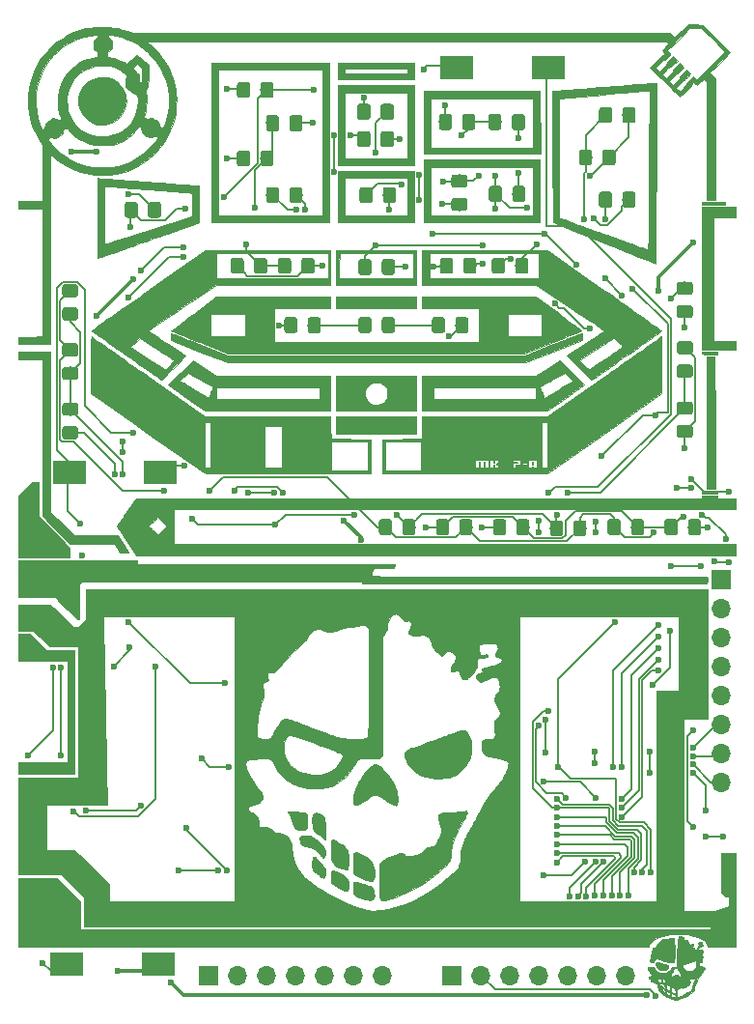
<source format=gbr>
G04 #@! TF.GenerationSoftware,KiCad,Pcbnew,(5.0.0)*
G04 #@! TF.CreationDate,2018-10-09T12:55:19+10:30*
G04 #@! TF.ProjectId,Paragon.kicad_2pcb,50617261676F6E2E6B696361645F3270,1.0*
G04 #@! TF.SameCoordinates,Original*
G04 #@! TF.FileFunction,Copper,L1,Top,Signal*
G04 #@! TF.FilePolarity,Positive*
%FSLAX46Y46*%
G04 Gerber Fmt 4.6, Leading zero omitted, Abs format (unit mm)*
G04 Created by KiCad (PCBNEW (5.0.0)) date 10/09/18 12:55:19*
%MOMM*%
%LPD*%
G01*
G04 APERTURE LIST*
G04 #@! TA.AperFunction,EtchedComponent*
%ADD10C,0.010000*%
G04 #@! TD*
G04 #@! TA.AperFunction,SMDPad,CuDef*
%ADD11R,3.000000X2.000000*%
G04 #@! TD*
G04 #@! TA.AperFunction,Conductor*
%ADD12C,0.100000*%
G04 #@! TD*
G04 #@! TA.AperFunction,SMDPad,CuDef*
%ADD13C,1.150000*%
G04 #@! TD*
G04 #@! TA.AperFunction,ComponentPad*
%ADD14R,1.700000X1.700000*%
G04 #@! TD*
G04 #@! TA.AperFunction,ComponentPad*
%ADD15O,1.700000X1.700000*%
G04 #@! TD*
G04 #@! TA.AperFunction,ViaPad*
%ADD16C,0.600000*%
G04 #@! TD*
G04 #@! TA.AperFunction,Conductor*
%ADD17C,0.300000*%
G04 #@! TD*
G04 #@! TA.AperFunction,Conductor*
%ADD18C,0.130000*%
G04 #@! TD*
G04 APERTURE END LIST*
D10*
G04 #@! TO.C,G\002A\002A\002A*
G36*
X130395666Y-60955732D02*
X130707832Y-61008349D01*
X131006147Y-61106867D01*
X131285921Y-61248908D01*
X131542462Y-61432097D01*
X131771081Y-61654057D01*
X131965144Y-61909410D01*
X132117186Y-62188017D01*
X132222457Y-62478029D01*
X132282421Y-62774751D01*
X132298541Y-63073489D01*
X132272281Y-63369549D01*
X132205105Y-63658235D01*
X132098477Y-63934854D01*
X131953861Y-64194711D01*
X131772721Y-64433112D01*
X131556520Y-64645363D01*
X131306722Y-64826768D01*
X131024792Y-64972634D01*
X131007707Y-64979812D01*
X130734911Y-65068891D01*
X130440494Y-65121961D01*
X130139952Y-65137580D01*
X129848777Y-65114306D01*
X129751751Y-65096664D01*
X129450471Y-65007635D01*
X129168914Y-64874180D01*
X128911143Y-64700252D01*
X128681223Y-64489806D01*
X128483218Y-64246795D01*
X128321192Y-63975173D01*
X128199210Y-63678894D01*
X128161232Y-63549350D01*
X128124314Y-63348773D01*
X128107399Y-63121771D01*
X128110487Y-62888173D01*
X128133579Y-62667804D01*
X128161208Y-62533705D01*
X128267293Y-62223505D01*
X128414669Y-61939676D01*
X128599636Y-61685277D01*
X128818497Y-61463366D01*
X129067554Y-61277001D01*
X129343110Y-61129242D01*
X129641465Y-61023146D01*
X129958923Y-60961773D01*
X130074340Y-60951393D01*
X130395666Y-60955732D01*
X130395666Y-60955732D01*
G37*
X130395666Y-60955732D02*
X130707832Y-61008349D01*
X131006147Y-61106867D01*
X131285921Y-61248908D01*
X131542462Y-61432097D01*
X131771081Y-61654057D01*
X131965144Y-61909410D01*
X132117186Y-62188017D01*
X132222457Y-62478029D01*
X132282421Y-62774751D01*
X132298541Y-63073489D01*
X132272281Y-63369549D01*
X132205105Y-63658235D01*
X132098477Y-63934854D01*
X131953861Y-64194711D01*
X131772721Y-64433112D01*
X131556520Y-64645363D01*
X131306722Y-64826768D01*
X131024792Y-64972634D01*
X131007707Y-64979812D01*
X130734911Y-65068891D01*
X130440494Y-65121961D01*
X130139952Y-65137580D01*
X129848777Y-65114306D01*
X129751751Y-65096664D01*
X129450471Y-65007635D01*
X129168914Y-64874180D01*
X128911143Y-64700252D01*
X128681223Y-64489806D01*
X128483218Y-64246795D01*
X128321192Y-63975173D01*
X128199210Y-63678894D01*
X128161232Y-63549350D01*
X128124314Y-63348773D01*
X128107399Y-63121771D01*
X128110487Y-62888173D01*
X128133579Y-62667804D01*
X128161208Y-62533705D01*
X128267293Y-62223505D01*
X128414669Y-61939676D01*
X128599636Y-61685277D01*
X128818497Y-61463366D01*
X129067554Y-61277001D01*
X129343110Y-61129242D01*
X129641465Y-61023146D01*
X129958923Y-60961773D01*
X130074340Y-60951393D01*
X130395666Y-60955732D01*
G36*
X167971253Y-94677335D02*
X167988301Y-94707182D01*
X167997182Y-94771694D01*
X167999276Y-94803554D01*
X168002219Y-94881148D01*
X167995717Y-94920770D01*
X167974186Y-94935150D01*
X167940740Y-94937038D01*
X167902423Y-94933965D01*
X167883786Y-94916260D01*
X167879247Y-94871191D01*
X167882204Y-94803554D01*
X167889520Y-94724556D01*
X167903207Y-94684315D01*
X167928564Y-94670752D01*
X167940740Y-94670071D01*
X167971253Y-94677335D01*
X167971253Y-94677335D01*
G37*
X167971253Y-94677335D02*
X167988301Y-94707182D01*
X167997182Y-94771694D01*
X167999276Y-94803554D01*
X168002219Y-94881148D01*
X167995717Y-94920770D01*
X167974186Y-94935150D01*
X167940740Y-94937038D01*
X167902423Y-94933965D01*
X167883786Y-94916260D01*
X167879247Y-94871191D01*
X167882204Y-94803554D01*
X167889520Y-94724556D01*
X167903207Y-94684315D01*
X167928564Y-94670752D01*
X167940740Y-94670071D01*
X167971253Y-94677335D01*
G36*
X161863833Y-118212060D02*
X162003802Y-118254699D01*
X162129556Y-118340990D01*
X162243309Y-118472786D01*
X162347278Y-118651945D01*
X162414024Y-118803032D01*
X162519161Y-119132822D01*
X162577504Y-119475482D01*
X162589459Y-119824966D01*
X162555433Y-120175229D01*
X162475834Y-120520226D01*
X162351068Y-120853910D01*
X162264149Y-121028939D01*
X162064143Y-121346210D01*
X161829795Y-121626207D01*
X161562494Y-121867839D01*
X161263624Y-122070018D01*
X160934572Y-122231655D01*
X160582605Y-122350091D01*
X160476363Y-122370523D01*
X160329489Y-122387438D01*
X160152092Y-122400630D01*
X159954284Y-122409890D01*
X159746174Y-122415010D01*
X159537875Y-122415784D01*
X159339495Y-122412003D01*
X159161146Y-122403461D01*
X159012937Y-122389948D01*
X158965565Y-122383298D01*
X158581775Y-122298564D01*
X158224353Y-122171844D01*
X157895204Y-122004491D01*
X157596231Y-121797854D01*
X157329339Y-121553283D01*
X157096432Y-121272128D01*
X156899413Y-120955739D01*
X156868441Y-120896205D01*
X156770282Y-120677772D01*
X156712298Y-120488323D01*
X156694614Y-120325505D01*
X156717356Y-120186966D01*
X156780651Y-120070352D01*
X156884624Y-119973312D01*
X156919123Y-119950511D01*
X156964133Y-119928883D01*
X157052327Y-119892172D01*
X157178926Y-119842182D01*
X157339148Y-119780719D01*
X157528214Y-119709585D01*
X157741343Y-119630586D01*
X157973754Y-119545525D01*
X158220667Y-119456207D01*
X158380780Y-119398826D01*
X158739203Y-119270788D01*
X159054688Y-119157947D01*
X159332220Y-119058487D01*
X159576782Y-118970592D01*
X159793356Y-118892446D01*
X159986926Y-118822231D01*
X160162476Y-118758132D01*
X160324988Y-118698332D01*
X160479446Y-118641015D01*
X160630832Y-118584365D01*
X160784131Y-118526564D01*
X160944325Y-118465797D01*
X161030719Y-118432913D01*
X161196011Y-118371541D01*
X161353418Y-118316053D01*
X161493943Y-118269396D01*
X161608586Y-118234520D01*
X161688348Y-118214372D01*
X161707433Y-118211215D01*
X161863833Y-118212060D01*
X161863833Y-118212060D01*
G37*
X161863833Y-118212060D02*
X162003802Y-118254699D01*
X162129556Y-118340990D01*
X162243309Y-118472786D01*
X162347278Y-118651945D01*
X162414024Y-118803032D01*
X162519161Y-119132822D01*
X162577504Y-119475482D01*
X162589459Y-119824966D01*
X162555433Y-120175229D01*
X162475834Y-120520226D01*
X162351068Y-120853910D01*
X162264149Y-121028939D01*
X162064143Y-121346210D01*
X161829795Y-121626207D01*
X161562494Y-121867839D01*
X161263624Y-122070018D01*
X160934572Y-122231655D01*
X160582605Y-122350091D01*
X160476363Y-122370523D01*
X160329489Y-122387438D01*
X160152092Y-122400630D01*
X159954284Y-122409890D01*
X159746174Y-122415010D01*
X159537875Y-122415784D01*
X159339495Y-122412003D01*
X159161146Y-122403461D01*
X159012937Y-122389948D01*
X158965565Y-122383298D01*
X158581775Y-122298564D01*
X158224353Y-122171844D01*
X157895204Y-122004491D01*
X157596231Y-121797854D01*
X157329339Y-121553283D01*
X157096432Y-121272128D01*
X156899413Y-120955739D01*
X156868441Y-120896205D01*
X156770282Y-120677772D01*
X156712298Y-120488323D01*
X156694614Y-120325505D01*
X156717356Y-120186966D01*
X156780651Y-120070352D01*
X156884624Y-119973312D01*
X156919123Y-119950511D01*
X156964133Y-119928883D01*
X157052327Y-119892172D01*
X157178926Y-119842182D01*
X157339148Y-119780719D01*
X157528214Y-119709585D01*
X157741343Y-119630586D01*
X157973754Y-119545525D01*
X158220667Y-119456207D01*
X158380780Y-119398826D01*
X158739203Y-119270788D01*
X159054688Y-119157947D01*
X159332220Y-119058487D01*
X159576782Y-118970592D01*
X159793356Y-118892446D01*
X159986926Y-118822231D01*
X160162476Y-118758132D01*
X160324988Y-118698332D01*
X160479446Y-118641015D01*
X160630832Y-118584365D01*
X160784131Y-118526564D01*
X160944325Y-118465797D01*
X161030719Y-118432913D01*
X161196011Y-118371541D01*
X161353418Y-118316053D01*
X161493943Y-118269396D01*
X161608586Y-118234520D01*
X161688348Y-118214372D01*
X161707433Y-118211215D01*
X161863833Y-118212060D01*
G36*
X154222613Y-121203380D02*
X154354389Y-121237592D01*
X154423177Y-121267859D01*
X154534533Y-121338200D01*
X154666005Y-121445915D01*
X154811831Y-121584609D01*
X154966244Y-121747885D01*
X155123480Y-121929347D01*
X155277774Y-122122598D01*
X155423361Y-122321243D01*
X155554478Y-122518885D01*
X155562959Y-122532507D01*
X155751410Y-122860845D01*
X155897154Y-123171172D01*
X156002036Y-123469995D01*
X156067898Y-123763821D01*
X156096585Y-124059155D01*
X156089941Y-124362505D01*
X156088078Y-124385658D01*
X156071262Y-124546563D01*
X156049465Y-124661635D01*
X156018742Y-124735883D01*
X155975151Y-124774315D01*
X155914748Y-124781937D01*
X155833588Y-124763758D01*
X155799434Y-124752185D01*
X155632672Y-124681032D01*
X155437193Y-124577759D01*
X155219874Y-124446561D01*
X154987591Y-124291636D01*
X154747223Y-124117177D01*
X154701305Y-124082244D01*
X154530122Y-123964688D01*
X154376435Y-123889434D01*
X154233802Y-123853919D01*
X154123104Y-123852418D01*
X154027825Y-123865705D01*
X153942034Y-123890441D01*
X153854212Y-123932197D01*
X153752845Y-123996542D01*
X153626414Y-124089046D01*
X153613513Y-124098866D01*
X153478405Y-124198874D01*
X153327673Y-124305359D01*
X153171855Y-124411329D01*
X153021487Y-124509793D01*
X152887108Y-124593758D01*
X152779255Y-124656233D01*
X152751630Y-124670765D01*
X152649981Y-124712742D01*
X152540455Y-124743883D01*
X152484947Y-124753173D01*
X152403767Y-124758088D01*
X152352472Y-124748307D01*
X152310919Y-124718232D01*
X152293059Y-124699852D01*
X152265033Y-124666296D01*
X152247339Y-124630545D01*
X152237935Y-124580862D01*
X152234777Y-124505505D01*
X152235823Y-124392735D01*
X152236193Y-124373051D01*
X152256336Y-124014181D01*
X152301788Y-123687793D01*
X152371738Y-123398362D01*
X152452833Y-123177968D01*
X152486480Y-123110551D01*
X152541790Y-123009491D01*
X152613375Y-122884205D01*
X152695847Y-122744109D01*
X152783818Y-122598619D01*
X152792304Y-122584796D01*
X152996549Y-122262081D01*
X153184875Y-121985379D01*
X153359246Y-121753101D01*
X153521632Y-121563658D01*
X153673998Y-121415462D01*
X153818312Y-121306925D01*
X153956541Y-121236458D01*
X154090652Y-121202472D01*
X154222613Y-121203380D01*
X154222613Y-121203380D01*
G37*
X154222613Y-121203380D02*
X154354389Y-121237592D01*
X154423177Y-121267859D01*
X154534533Y-121338200D01*
X154666005Y-121445915D01*
X154811831Y-121584609D01*
X154966244Y-121747885D01*
X155123480Y-121929347D01*
X155277774Y-122122598D01*
X155423361Y-122321243D01*
X155554478Y-122518885D01*
X155562959Y-122532507D01*
X155751410Y-122860845D01*
X155897154Y-123171172D01*
X156002036Y-123469995D01*
X156067898Y-123763821D01*
X156096585Y-124059155D01*
X156089941Y-124362505D01*
X156088078Y-124385658D01*
X156071262Y-124546563D01*
X156049465Y-124661635D01*
X156018742Y-124735883D01*
X155975151Y-124774315D01*
X155914748Y-124781937D01*
X155833588Y-124763758D01*
X155799434Y-124752185D01*
X155632672Y-124681032D01*
X155437193Y-124577759D01*
X155219874Y-124446561D01*
X154987591Y-124291636D01*
X154747223Y-124117177D01*
X154701305Y-124082244D01*
X154530122Y-123964688D01*
X154376435Y-123889434D01*
X154233802Y-123853919D01*
X154123104Y-123852418D01*
X154027825Y-123865705D01*
X153942034Y-123890441D01*
X153854212Y-123932197D01*
X153752845Y-123996542D01*
X153626414Y-124089046D01*
X153613513Y-124098866D01*
X153478405Y-124198874D01*
X153327673Y-124305359D01*
X153171855Y-124411329D01*
X153021487Y-124509793D01*
X152887108Y-124593758D01*
X152779255Y-124656233D01*
X152751630Y-124670765D01*
X152649981Y-124712742D01*
X152540455Y-124743883D01*
X152484947Y-124753173D01*
X152403767Y-124758088D01*
X152352472Y-124748307D01*
X152310919Y-124718232D01*
X152293059Y-124699852D01*
X152265033Y-124666296D01*
X152247339Y-124630545D01*
X152237935Y-124580862D01*
X152234777Y-124505505D01*
X152235823Y-124392735D01*
X152236193Y-124373051D01*
X152256336Y-124014181D01*
X152301788Y-123687793D01*
X152371738Y-123398362D01*
X152452833Y-123177968D01*
X152486480Y-123110551D01*
X152541790Y-123009491D01*
X152613375Y-122884205D01*
X152695847Y-122744109D01*
X152783818Y-122598619D01*
X152792304Y-122584796D01*
X152996549Y-122262081D01*
X153184875Y-121985379D01*
X153359246Y-121753101D01*
X153521632Y-121563658D01*
X153673998Y-121415462D01*
X153818312Y-121306925D01*
X153956541Y-121236458D01*
X154090652Y-121202472D01*
X154222613Y-121203380D01*
G36*
X146524444Y-125320666D02*
X146579007Y-125322536D01*
X146675177Y-125327492D01*
X146803846Y-125334933D01*
X146955904Y-125344260D01*
X147122242Y-125354870D01*
X147293751Y-125366166D01*
X147461321Y-125377546D01*
X147615844Y-125388409D01*
X147748210Y-125398157D01*
X147849309Y-125406188D01*
X147910033Y-125411903D01*
X147911247Y-125412045D01*
X147998926Y-125428768D01*
X148067915Y-125459366D01*
X148120361Y-125509314D01*
X148158415Y-125584087D01*
X148184223Y-125689158D01*
X148199936Y-125830004D01*
X148207701Y-126012098D01*
X148209579Y-126172173D01*
X148207177Y-126385238D01*
X148197567Y-126553941D01*
X148179770Y-126684388D01*
X148152808Y-126782685D01*
X148115701Y-126854938D01*
X148096091Y-126879846D01*
X148024211Y-126960361D01*
X147723317Y-126965973D01*
X147562385Y-126966124D01*
X147443051Y-126959210D01*
X147356461Y-126944518D01*
X147321477Y-126933584D01*
X147235503Y-126892487D01*
X147160130Y-126835030D01*
X147091983Y-126755604D01*
X147027687Y-126648606D01*
X146963866Y-126508427D01*
X146897147Y-126329462D01*
X146825041Y-126108944D01*
X146733209Y-125839026D01*
X146641558Y-125617249D01*
X146550571Y-125444738D01*
X146514868Y-125390341D01*
X146465506Y-125320421D01*
X146524444Y-125320666D01*
X146524444Y-125320666D01*
G37*
X146524444Y-125320666D02*
X146579007Y-125322536D01*
X146675177Y-125327492D01*
X146803846Y-125334933D01*
X146955904Y-125344260D01*
X147122242Y-125354870D01*
X147293751Y-125366166D01*
X147461321Y-125377546D01*
X147615844Y-125388409D01*
X147748210Y-125398157D01*
X147849309Y-125406188D01*
X147910033Y-125411903D01*
X147911247Y-125412045D01*
X147998926Y-125428768D01*
X148067915Y-125459366D01*
X148120361Y-125509314D01*
X148158415Y-125584087D01*
X148184223Y-125689158D01*
X148199936Y-125830004D01*
X148207701Y-126012098D01*
X148209579Y-126172173D01*
X148207177Y-126385238D01*
X148197567Y-126553941D01*
X148179770Y-126684388D01*
X148152808Y-126782685D01*
X148115701Y-126854938D01*
X148096091Y-126879846D01*
X148024211Y-126960361D01*
X147723317Y-126965973D01*
X147562385Y-126966124D01*
X147443051Y-126959210D01*
X147356461Y-126944518D01*
X147321477Y-126933584D01*
X147235503Y-126892487D01*
X147160130Y-126835030D01*
X147091983Y-126755604D01*
X147027687Y-126648606D01*
X146963866Y-126508427D01*
X146897147Y-126329462D01*
X146825041Y-126108944D01*
X146733209Y-125839026D01*
X146641558Y-125617249D01*
X146550571Y-125444738D01*
X146514868Y-125390341D01*
X146465506Y-125320421D01*
X146524444Y-125320666D01*
G36*
X149062596Y-125454340D02*
X149225048Y-125486921D01*
X149380400Y-125550528D01*
X149516370Y-125637995D01*
X149620675Y-125742159D01*
X149659274Y-125802373D01*
X149687705Y-125885005D01*
X149712336Y-126011658D01*
X149732749Y-126175617D01*
X149748526Y-126370164D01*
X149759248Y-126588583D01*
X149764497Y-126824158D01*
X149763854Y-127070171D01*
X149756901Y-127319905D01*
X149755645Y-127349301D01*
X149736136Y-127789092D01*
X149621721Y-127671166D01*
X149507022Y-127561505D01*
X149371133Y-127444879D01*
X149227605Y-127331892D01*
X149089990Y-127233145D01*
X148971838Y-127159243D01*
X148957442Y-127151388D01*
X148856852Y-127089512D01*
X148790875Y-127025894D01*
X148754966Y-126968583D01*
X148703302Y-126835226D01*
X148663200Y-126667513D01*
X148635146Y-126477121D01*
X148619624Y-126275730D01*
X148617121Y-126075019D01*
X148628120Y-125886669D01*
X148653107Y-125722357D01*
X148692567Y-125593764D01*
X148697411Y-125583145D01*
X148759558Y-125506945D01*
X148859082Y-125462888D01*
X148997158Y-125450558D01*
X149062596Y-125454340D01*
X149062596Y-125454340D01*
G37*
X149062596Y-125454340D02*
X149225048Y-125486921D01*
X149380400Y-125550528D01*
X149516370Y-125637995D01*
X149620675Y-125742159D01*
X149659274Y-125802373D01*
X149687705Y-125885005D01*
X149712336Y-126011658D01*
X149732749Y-126175617D01*
X149748526Y-126370164D01*
X149759248Y-126588583D01*
X149764497Y-126824158D01*
X149763854Y-127070171D01*
X149756901Y-127319905D01*
X149755645Y-127349301D01*
X149736136Y-127789092D01*
X149621721Y-127671166D01*
X149507022Y-127561505D01*
X149371133Y-127444879D01*
X149227605Y-127331892D01*
X149089990Y-127233145D01*
X148971838Y-127159243D01*
X148957442Y-127151388D01*
X148856852Y-127089512D01*
X148790875Y-127025894D01*
X148754966Y-126968583D01*
X148703302Y-126835226D01*
X148663200Y-126667513D01*
X148635146Y-126477121D01*
X148619624Y-126275730D01*
X148617121Y-126075019D01*
X148628120Y-125886669D01*
X148653107Y-125722357D01*
X148692567Y-125593764D01*
X148697411Y-125583145D01*
X148759558Y-125506945D01*
X148859082Y-125462888D01*
X148997158Y-125450558D01*
X149062596Y-125454340D01*
G36*
X148405762Y-127471928D02*
X148633008Y-127545945D01*
X148847946Y-127663510D01*
X149058874Y-127827582D01*
X149120956Y-127884740D01*
X149204249Y-127970636D01*
X149299152Y-128079243D01*
X149399146Y-128201867D01*
X149497712Y-128329810D01*
X149588330Y-128454378D01*
X149664479Y-128566874D01*
X149719641Y-128658603D01*
X149746986Y-128719719D01*
X149761308Y-128811368D01*
X149763860Y-128926162D01*
X149756093Y-129048682D01*
X149739457Y-129163510D01*
X149715403Y-129255229D01*
X149692287Y-129300985D01*
X149628456Y-129353101D01*
X149560018Y-129354782D01*
X149489091Y-129305999D01*
X149487082Y-129303898D01*
X149445455Y-129255009D01*
X149386123Y-129179282D01*
X149320605Y-129091495D01*
X149308015Y-129074128D01*
X149122403Y-128855821D01*
X148907719Y-128676593D01*
X148661774Y-128535178D01*
X148382382Y-128430313D01*
X148076307Y-128362152D01*
X147923429Y-128333199D01*
X147811040Y-128298927D01*
X147728785Y-128253354D01*
X147666306Y-128190498D01*
X147613248Y-128104377D01*
X147606255Y-128090668D01*
X147565249Y-127996188D01*
X147542006Y-127903283D01*
X147531353Y-127788980D01*
X147529978Y-127751981D01*
X147530054Y-127640363D01*
X147542998Y-127561653D01*
X147576341Y-127509218D01*
X147637613Y-127476427D01*
X147734347Y-127456647D01*
X147874074Y-127443247D01*
X147881168Y-127442712D01*
X148157914Y-127438503D01*
X148405762Y-127471928D01*
X148405762Y-127471928D01*
G37*
X148405762Y-127471928D02*
X148633008Y-127545945D01*
X148847946Y-127663510D01*
X149058874Y-127827582D01*
X149120956Y-127884740D01*
X149204249Y-127970636D01*
X149299152Y-128079243D01*
X149399146Y-128201867D01*
X149497712Y-128329810D01*
X149588330Y-128454378D01*
X149664479Y-128566874D01*
X149719641Y-128658603D01*
X149746986Y-128719719D01*
X149761308Y-128811368D01*
X149763860Y-128926162D01*
X149756093Y-129048682D01*
X149739457Y-129163510D01*
X149715403Y-129255229D01*
X149692287Y-129300985D01*
X149628456Y-129353101D01*
X149560018Y-129354782D01*
X149489091Y-129305999D01*
X149487082Y-129303898D01*
X149445455Y-129255009D01*
X149386123Y-129179282D01*
X149320605Y-129091495D01*
X149308015Y-129074128D01*
X149122403Y-128855821D01*
X148907719Y-128676593D01*
X148661774Y-128535178D01*
X148382382Y-128430313D01*
X148076307Y-128362152D01*
X147923429Y-128333199D01*
X147811040Y-128298927D01*
X147728785Y-128253354D01*
X147666306Y-128190498D01*
X147613248Y-128104377D01*
X147606255Y-128090668D01*
X147565249Y-127996188D01*
X147542006Y-127903283D01*
X147531353Y-127788980D01*
X147529978Y-127751981D01*
X147530054Y-127640363D01*
X147542998Y-127561653D01*
X147576341Y-127509218D01*
X147637613Y-127476427D01*
X147734347Y-127456647D01*
X147874074Y-127443247D01*
X147881168Y-127442712D01*
X148157914Y-127438503D01*
X148405762Y-127471928D01*
G36*
X150522718Y-127787870D02*
X150595347Y-127832168D01*
X150691305Y-127905990D01*
X150783077Y-127982716D01*
X150909583Y-128085681D01*
X151014615Y-128159082D01*
X151110823Y-128211053D01*
X151183912Y-128240549D01*
X151361322Y-128326544D01*
X151487892Y-128424372D01*
X151569908Y-128508016D01*
X151636166Y-128597824D01*
X151688045Y-128699841D01*
X151726920Y-128820114D01*
X151754170Y-128964690D01*
X151771170Y-129139616D01*
X151779298Y-129350937D01*
X151779931Y-129604701D01*
X151778690Y-129701299D01*
X151774639Y-129906615D01*
X151768743Y-130066766D01*
X151759482Y-130187441D01*
X151745334Y-130274325D01*
X151724777Y-130333104D01*
X151696289Y-130369465D01*
X151658349Y-130389094D01*
X151609435Y-130397677D01*
X151592002Y-130398973D01*
X151501435Y-130390521D01*
X151372406Y-130355967D01*
X151230583Y-130305567D01*
X150994982Y-130209712D01*
X150803801Y-130118309D01*
X150651365Y-130027078D01*
X150531999Y-129931739D01*
X150440028Y-129828012D01*
X150369776Y-129711618D01*
X150333933Y-129629388D01*
X150316783Y-129581851D01*
X150303034Y-129533732D01*
X150292099Y-129478349D01*
X150283392Y-129409018D01*
X150276327Y-129319057D01*
X150270316Y-129201783D01*
X150264775Y-129050512D01*
X150259117Y-128858563D01*
X150255930Y-128740326D01*
X150250203Y-128508488D01*
X150247051Y-128321848D01*
X150247152Y-128174788D01*
X150251181Y-128061692D01*
X150259818Y-127976941D01*
X150273738Y-127914918D01*
X150293619Y-127870006D01*
X150320139Y-127836588D01*
X150353974Y-127809044D01*
X150369462Y-127798575D01*
X150417310Y-127774428D01*
X150465884Y-127769742D01*
X150522718Y-127787870D01*
X150522718Y-127787870D01*
G37*
X150522718Y-127787870D02*
X150595347Y-127832168D01*
X150691305Y-127905990D01*
X150783077Y-127982716D01*
X150909583Y-128085681D01*
X151014615Y-128159082D01*
X151110823Y-128211053D01*
X151183912Y-128240549D01*
X151361322Y-128326544D01*
X151487892Y-128424372D01*
X151569908Y-128508016D01*
X151636166Y-128597824D01*
X151688045Y-128699841D01*
X151726920Y-128820114D01*
X151754170Y-128964690D01*
X151771170Y-129139616D01*
X151779298Y-129350937D01*
X151779931Y-129604701D01*
X151778690Y-129701299D01*
X151774639Y-129906615D01*
X151768743Y-130066766D01*
X151759482Y-130187441D01*
X151745334Y-130274325D01*
X151724777Y-130333104D01*
X151696289Y-130369465D01*
X151658349Y-130389094D01*
X151609435Y-130397677D01*
X151592002Y-130398973D01*
X151501435Y-130390521D01*
X151372406Y-130355967D01*
X151230583Y-130305567D01*
X150994982Y-130209712D01*
X150803801Y-130118309D01*
X150651365Y-130027078D01*
X150531999Y-129931739D01*
X150440028Y-129828012D01*
X150369776Y-129711618D01*
X150333933Y-129629388D01*
X150316783Y-129581851D01*
X150303034Y-129533732D01*
X150292099Y-129478349D01*
X150283392Y-129409018D01*
X150276327Y-129319057D01*
X150270316Y-129201783D01*
X150264775Y-129050512D01*
X150259117Y-128858563D01*
X150255930Y-128740326D01*
X150250203Y-128508488D01*
X150247051Y-128321848D01*
X150247152Y-128174788D01*
X150251181Y-128061692D01*
X150259818Y-127976941D01*
X150273738Y-127914918D01*
X150293619Y-127870006D01*
X150320139Y-127836588D01*
X150353974Y-127809044D01*
X150369462Y-127798575D01*
X150417310Y-127774428D01*
X150465884Y-127769742D01*
X150522718Y-127787870D01*
G36*
X148829878Y-129273353D02*
X148895635Y-129323439D01*
X148922179Y-129361338D01*
X148956895Y-129407840D01*
X149020974Y-129481948D01*
X149107282Y-129575860D01*
X149208687Y-129681775D01*
X149294119Y-129768145D01*
X149444447Y-129922482D01*
X149559595Y-130052828D01*
X149644266Y-130166736D01*
X149703163Y-130271762D01*
X149740991Y-130375459D01*
X149762452Y-130485381D01*
X149767058Y-130527718D01*
X149770638Y-130658687D01*
X149760101Y-130792299D01*
X149737929Y-130918926D01*
X149706601Y-131028942D01*
X149668598Y-131112721D01*
X149626401Y-131160638D01*
X149601999Y-131168219D01*
X149567496Y-131153493D01*
X149500779Y-131112871D01*
X149409809Y-131051630D01*
X149302546Y-130975048D01*
X149234276Y-130924382D01*
X149048038Y-130779378D01*
X148902034Y-130654159D01*
X148791869Y-130544132D01*
X148713151Y-130444709D01*
X148661485Y-130351296D01*
X148645697Y-130309404D01*
X148629685Y-130229396D01*
X148620314Y-130116875D01*
X148617068Y-129982432D01*
X148619432Y-129836661D01*
X148626893Y-129690153D01*
X148638936Y-129553501D01*
X148655046Y-129437298D01*
X148674708Y-129352136D01*
X148694161Y-129311696D01*
X148759900Y-129268825D01*
X148829878Y-129273353D01*
X148829878Y-129273353D01*
G37*
X148829878Y-129273353D02*
X148895635Y-129323439D01*
X148922179Y-129361338D01*
X148956895Y-129407840D01*
X149020974Y-129481948D01*
X149107282Y-129575860D01*
X149208687Y-129681775D01*
X149294119Y-129768145D01*
X149444447Y-129922482D01*
X149559595Y-130052828D01*
X149644266Y-130166736D01*
X149703163Y-130271762D01*
X149740991Y-130375459D01*
X149762452Y-130485381D01*
X149767058Y-130527718D01*
X149770638Y-130658687D01*
X149760101Y-130792299D01*
X149737929Y-130918926D01*
X149706601Y-131028942D01*
X149668598Y-131112721D01*
X149626401Y-131160638D01*
X149601999Y-131168219D01*
X149567496Y-131153493D01*
X149500779Y-131112871D01*
X149409809Y-131051630D01*
X149302546Y-130975048D01*
X149234276Y-130924382D01*
X149048038Y-130779378D01*
X148902034Y-130654159D01*
X148791869Y-130544132D01*
X148713151Y-130444709D01*
X148661485Y-130351296D01*
X148645697Y-130309404D01*
X148629685Y-130229396D01*
X148620314Y-130116875D01*
X148617068Y-129982432D01*
X148619432Y-129836661D01*
X148626893Y-129690153D01*
X148638936Y-129553501D01*
X148655046Y-129437298D01*
X148674708Y-129352136D01*
X148694161Y-129311696D01*
X148759900Y-129268825D01*
X148829878Y-129273353D01*
G36*
X152491228Y-128920546D02*
X152554286Y-128923582D01*
X152613545Y-128932810D01*
X152678578Y-128951614D01*
X152758957Y-128983375D01*
X152864253Y-129031477D01*
X153004038Y-129099303D01*
X153021826Y-129108062D01*
X153166237Y-129180170D01*
X153275689Y-129238319D01*
X153361292Y-129290072D01*
X153434160Y-129342989D01*
X153505404Y-129404634D01*
X153586137Y-129482568D01*
X153616049Y-129512441D01*
X153727434Y-129628904D01*
X153810570Y-129729136D01*
X153876980Y-129828593D01*
X153938187Y-129942729D01*
X153940705Y-129947848D01*
X154048178Y-130220552D01*
X154106255Y-130497876D01*
X154114639Y-130776420D01*
X154073033Y-131052784D01*
X154045887Y-131150678D01*
X154007465Y-131260600D01*
X153965961Y-131340090D01*
X153914441Y-131390999D01*
X153845969Y-131415176D01*
X153753608Y-131414472D01*
X153630424Y-131390739D01*
X153469481Y-131345827D01*
X153397397Y-131323722D01*
X153111946Y-131226414D01*
X152859962Y-131123036D01*
X152644848Y-131015501D01*
X152470007Y-130905719D01*
X152338840Y-130795602D01*
X152254751Y-130687062D01*
X152250657Y-130679462D01*
X152237669Y-130640452D01*
X152226974Y-130574605D01*
X152218188Y-130476788D01*
X152210925Y-130341865D01*
X152204800Y-130164699D01*
X152201110Y-130018401D01*
X152197230Y-129745271D01*
X152199237Y-129518975D01*
X152207444Y-129335799D01*
X152222167Y-129192032D01*
X152243718Y-129083962D01*
X152272412Y-129007877D01*
X152288774Y-128981682D01*
X152321576Y-128945869D01*
X152362116Y-128927104D01*
X152426460Y-128920535D01*
X152491228Y-128920546D01*
X152491228Y-128920546D01*
G37*
X152491228Y-128920546D02*
X152554286Y-128923582D01*
X152613545Y-128932810D01*
X152678578Y-128951614D01*
X152758957Y-128983375D01*
X152864253Y-129031477D01*
X153004038Y-129099303D01*
X153021826Y-129108062D01*
X153166237Y-129180170D01*
X153275689Y-129238319D01*
X153361292Y-129290072D01*
X153434160Y-129342989D01*
X153505404Y-129404634D01*
X153586137Y-129482568D01*
X153616049Y-129512441D01*
X153727434Y-129628904D01*
X153810570Y-129729136D01*
X153876980Y-129828593D01*
X153938187Y-129942729D01*
X153940705Y-129947848D01*
X154048178Y-130220552D01*
X154106255Y-130497876D01*
X154114639Y-130776420D01*
X154073033Y-131052784D01*
X154045887Y-131150678D01*
X154007465Y-131260600D01*
X153965961Y-131340090D01*
X153914441Y-131390999D01*
X153845969Y-131415176D01*
X153753608Y-131414472D01*
X153630424Y-131390739D01*
X153469481Y-131345827D01*
X153397397Y-131323722D01*
X153111946Y-131226414D01*
X152859962Y-131123036D01*
X152644848Y-131015501D01*
X152470007Y-130905719D01*
X152338840Y-130795602D01*
X152254751Y-130687062D01*
X152250657Y-130679462D01*
X152237669Y-130640452D01*
X152226974Y-130574605D01*
X152218188Y-130476788D01*
X152210925Y-130341865D01*
X152204800Y-130164699D01*
X152201110Y-130018401D01*
X152197230Y-129745271D01*
X152199237Y-129518975D01*
X152207444Y-129335799D01*
X152222167Y-129192032D01*
X152243718Y-129083962D01*
X152272412Y-129007877D01*
X152288774Y-128981682D01*
X152321576Y-128945869D01*
X152362116Y-128927104D01*
X152426460Y-128920535D01*
X152491228Y-128920546D01*
G36*
X150491640Y-130520947D02*
X150605896Y-130554853D01*
X150747282Y-130610828D01*
X150908277Y-130685705D01*
X151081358Y-130776311D01*
X151201751Y-130845074D01*
X151379513Y-130956069D01*
X151516793Y-131056270D01*
X151620997Y-131151979D01*
X151699531Y-131249501D01*
X151725854Y-131291174D01*
X151754528Y-131342669D01*
X151774008Y-131389541D01*
X151786034Y-131443121D01*
X151792347Y-131514741D01*
X151794686Y-131615731D01*
X151794833Y-131740341D01*
X151793367Y-131883993D01*
X151788767Y-131988604D01*
X151779577Y-132065954D01*
X151764341Y-132127826D01*
X151741604Y-132186000D01*
X151739056Y-132191642D01*
X151703040Y-132263227D01*
X151670937Y-132299024D01*
X151628969Y-132310921D01*
X151599978Y-132311621D01*
X151538891Y-132298089D01*
X151437319Y-132259041D01*
X151298050Y-132195669D01*
X151123871Y-132109165D01*
X151109109Y-132101589D01*
X150878430Y-131980576D01*
X150691223Y-131876859D01*
X150544032Y-131788152D01*
X150433400Y-131712170D01*
X150355869Y-131646627D01*
X150307983Y-131589239D01*
X150294011Y-131562732D01*
X150279315Y-131499704D01*
X150268384Y-131397795D01*
X150261260Y-131268837D01*
X150257986Y-131124663D01*
X150258605Y-130977106D01*
X150263158Y-130838000D01*
X150271690Y-130719177D01*
X150284242Y-130632469D01*
X150290574Y-130608909D01*
X150318693Y-130547695D01*
X150359720Y-130520396D01*
X150412037Y-130512281D01*
X150491640Y-130520947D01*
X150491640Y-130520947D01*
G37*
X150491640Y-130520947D02*
X150605896Y-130554853D01*
X150747282Y-130610828D01*
X150908277Y-130685705D01*
X151081358Y-130776311D01*
X151201751Y-130845074D01*
X151379513Y-130956069D01*
X151516793Y-131056270D01*
X151620997Y-131151979D01*
X151699531Y-131249501D01*
X151725854Y-131291174D01*
X151754528Y-131342669D01*
X151774008Y-131389541D01*
X151786034Y-131443121D01*
X151792347Y-131514741D01*
X151794686Y-131615731D01*
X151794833Y-131740341D01*
X151793367Y-131883993D01*
X151788767Y-131988604D01*
X151779577Y-132065954D01*
X151764341Y-132127826D01*
X151741604Y-132186000D01*
X151739056Y-132191642D01*
X151703040Y-132263227D01*
X151670937Y-132299024D01*
X151628969Y-132310921D01*
X151599978Y-132311621D01*
X151538891Y-132298089D01*
X151437319Y-132259041D01*
X151298050Y-132195669D01*
X151123871Y-132109165D01*
X151109109Y-132101589D01*
X150878430Y-131980576D01*
X150691223Y-131876859D01*
X150544032Y-131788152D01*
X150433400Y-131712170D01*
X150355869Y-131646627D01*
X150307983Y-131589239D01*
X150294011Y-131562732D01*
X150279315Y-131499704D01*
X150268384Y-131397795D01*
X150261260Y-131268837D01*
X150257986Y-131124663D01*
X150258605Y-130977106D01*
X150263158Y-130838000D01*
X150271690Y-130719177D01*
X150284242Y-130632469D01*
X150290574Y-130608909D01*
X150318693Y-130547695D01*
X150359720Y-130520396D01*
X150412037Y-130512281D01*
X150491640Y-130520947D01*
G36*
X152455575Y-131479625D02*
X152527967Y-131491969D01*
X152621747Y-131517930D01*
X152745807Y-131559908D01*
X152878560Y-131608790D01*
X153028821Y-131663518D01*
X153184359Y-131717041D01*
X153328993Y-131763984D01*
X153446543Y-131798970D01*
X153469737Y-131805202D01*
X153669248Y-131870644D01*
X153821694Y-131950689D01*
X153926242Y-132044858D01*
X153952356Y-132082738D01*
X153978293Y-132148743D01*
X154003929Y-132250847D01*
X154027057Y-132374332D01*
X154045469Y-132504484D01*
X154056958Y-132626584D01*
X154059316Y-132725916D01*
X154055312Y-132769132D01*
X154010662Y-132898882D01*
X153929628Y-132993119D01*
X153812204Y-133051843D01*
X153658387Y-133075058D01*
X153468171Y-133062765D01*
X153435535Y-133057699D01*
X153348960Y-133039141D01*
X153231836Y-133008245D01*
X153094755Y-132968426D01*
X152948308Y-132923098D01*
X152803089Y-132875677D01*
X152669689Y-132829578D01*
X152558701Y-132788216D01*
X152480715Y-132755005D01*
X152456823Y-132742154D01*
X152373056Y-132675805D01*
X152295679Y-132593511D01*
X152273582Y-132563407D01*
X152247014Y-132521755D01*
X152228047Y-132483782D01*
X152215400Y-132440200D01*
X152207793Y-132381723D01*
X152203944Y-132299062D01*
X152202574Y-132182931D01*
X152202402Y-132047183D01*
X152203756Y-131864334D01*
X152209249Y-131725975D01*
X152221032Y-131625782D01*
X152241252Y-131557433D01*
X152272059Y-131514605D01*
X152315602Y-131490974D01*
X152374028Y-131480219D01*
X152395678Y-131478499D01*
X152455575Y-131479625D01*
X152455575Y-131479625D01*
G37*
X152455575Y-131479625D02*
X152527967Y-131491969D01*
X152621747Y-131517930D01*
X152745807Y-131559908D01*
X152878560Y-131608790D01*
X153028821Y-131663518D01*
X153184359Y-131717041D01*
X153328993Y-131763984D01*
X153446543Y-131798970D01*
X153469737Y-131805202D01*
X153669248Y-131870644D01*
X153821694Y-131950689D01*
X153926242Y-132044858D01*
X153952356Y-132082738D01*
X153978293Y-132148743D01*
X154003929Y-132250847D01*
X154027057Y-132374332D01*
X154045469Y-132504484D01*
X154056958Y-132626584D01*
X154059316Y-132725916D01*
X154055312Y-132769132D01*
X154010662Y-132898882D01*
X153929628Y-132993119D01*
X153812204Y-133051843D01*
X153658387Y-133075058D01*
X153468171Y-133062765D01*
X153435535Y-133057699D01*
X153348960Y-133039141D01*
X153231836Y-133008245D01*
X153094755Y-132968426D01*
X152948308Y-132923098D01*
X152803089Y-132875677D01*
X152669689Y-132829578D01*
X152558701Y-132788216D01*
X152480715Y-132755005D01*
X152456823Y-132742154D01*
X152373056Y-132675805D01*
X152295679Y-132593511D01*
X152273582Y-132563407D01*
X152247014Y-132521755D01*
X152228047Y-132483782D01*
X152215400Y-132440200D01*
X152207793Y-132381723D01*
X152203944Y-132299062D01*
X152202574Y-132182931D01*
X152202402Y-132047183D01*
X152203756Y-131864334D01*
X152209249Y-131725975D01*
X152221032Y-131625782D01*
X152241252Y-131557433D01*
X152272059Y-131514605D01*
X152315602Y-131490974D01*
X152374028Y-131480219D01*
X152395678Y-131478499D01*
X152455575Y-131479625D01*
G36*
X162100793Y-125280483D02*
X162164022Y-125324652D01*
X162198090Y-125392870D01*
X162195810Y-125464470D01*
X162178950Y-125505684D01*
X162141006Y-125584059D01*
X162085706Y-125692363D01*
X162016777Y-125823371D01*
X161937944Y-125969852D01*
X161890943Y-126055796D01*
X161740637Y-126331222D01*
X161612457Y-126571273D01*
X161502335Y-126784155D01*
X161406201Y-126978079D01*
X161319987Y-127161253D01*
X161239625Y-127341885D01*
X161161046Y-127528184D01*
X161160470Y-127529584D01*
X161049983Y-127803682D01*
X160960608Y-128040028D01*
X160890387Y-128246186D01*
X160837363Y-128429719D01*
X160799576Y-128598192D01*
X160775069Y-128759170D01*
X160761883Y-128920215D01*
X160758058Y-129084036D01*
X160749109Y-129274680D01*
X160719896Y-129448503D01*
X160666862Y-129611567D01*
X160586455Y-129769932D01*
X160475121Y-129929658D01*
X160329305Y-130096805D01*
X160145454Y-130277435D01*
X159962097Y-130441356D01*
X159338828Y-130950025D01*
X158696526Y-131412111D01*
X158032534Y-131829128D01*
X157344192Y-132202592D01*
X156628843Y-132534018D01*
X155883828Y-132824923D01*
X155622122Y-132915260D01*
X155438701Y-132975512D01*
X155293430Y-133020424D01*
X155176795Y-133052377D01*
X155079283Y-133073754D01*
X154991382Y-133086937D01*
X154908275Y-133094032D01*
X154802393Y-133099681D01*
X154734672Y-133099355D01*
X154692534Y-133090459D01*
X154663403Y-133070394D01*
X154635620Y-133037733D01*
X154591883Y-132962815D01*
X154561797Y-132877925D01*
X154561278Y-132875549D01*
X154557596Y-132833217D01*
X154554136Y-132744985D01*
X154550965Y-132615808D01*
X154548146Y-132450637D01*
X154545743Y-132254424D01*
X154543822Y-132032122D01*
X154542447Y-131788683D01*
X154541681Y-131529059D01*
X154541541Y-131358959D01*
X154541541Y-129935136D01*
X154611042Y-129816909D01*
X154687172Y-129723737D01*
X154807617Y-129623457D01*
X154966826Y-129518926D01*
X155159250Y-129413001D01*
X155379338Y-129308539D01*
X155621541Y-129208398D01*
X155880308Y-129115434D01*
X156115700Y-129042299D01*
X156270136Y-129000868D01*
X156387519Y-128978712D01*
X156478157Y-128976588D01*
X156552356Y-128995254D01*
X156620424Y-129035465D01*
X156677277Y-129083553D01*
X156753368Y-129144325D01*
X156835988Y-129197541D01*
X156842542Y-129201088D01*
X156946761Y-129234498D01*
X157087611Y-129247874D01*
X157255468Y-129242301D01*
X157440705Y-129218866D01*
X157633696Y-129178652D01*
X157824815Y-129122745D01*
X157948548Y-129076419D01*
X158123598Y-128985427D01*
X158297123Y-128862153D01*
X158449351Y-128721564D01*
X158509360Y-128651929D01*
X158595072Y-128548060D01*
X158666024Y-128479838D01*
X158735223Y-128440310D01*
X158815678Y-128422523D01*
X158920395Y-128419523D01*
X158943199Y-128420027D01*
X159110834Y-128409602D01*
X159245330Y-128366369D01*
X159354818Y-128287231D01*
X159388882Y-128250303D01*
X159430756Y-128191439D01*
X159489135Y-128097231D01*
X159558393Y-127978069D01*
X159632903Y-127844345D01*
X159707037Y-127706449D01*
X159775171Y-127574774D01*
X159831676Y-127459709D01*
X159870926Y-127371646D01*
X159883771Y-127336367D01*
X159907462Y-127212877D01*
X159917029Y-127059600D01*
X159912528Y-126895582D01*
X159894013Y-126739868D01*
X159881871Y-126680681D01*
X159858030Y-126590816D01*
X159823010Y-126471149D01*
X159782267Y-126339929D01*
X159755119Y-126256552D01*
X159694402Y-126043354D01*
X159666898Y-125866889D01*
X159672801Y-125725216D01*
X159712308Y-125616392D01*
X159785615Y-125538477D01*
X159830075Y-125512794D01*
X159886708Y-125489005D01*
X159950846Y-125469328D01*
X160028813Y-125453018D01*
X160126931Y-125439331D01*
X160251522Y-125427523D01*
X160408911Y-125416848D01*
X160605420Y-125406562D01*
X160808909Y-125397528D01*
X161114605Y-125383230D01*
X161370651Y-125368119D01*
X161578240Y-125352086D01*
X161738569Y-125335019D01*
X161852832Y-125316807D01*
X161922224Y-125297338D01*
X161931246Y-125293059D01*
X162019502Y-125267555D01*
X162100793Y-125280483D01*
X162100793Y-125280483D01*
G37*
X162100793Y-125280483D02*
X162164022Y-125324652D01*
X162198090Y-125392870D01*
X162195810Y-125464470D01*
X162178950Y-125505684D01*
X162141006Y-125584059D01*
X162085706Y-125692363D01*
X162016777Y-125823371D01*
X161937944Y-125969852D01*
X161890943Y-126055796D01*
X161740637Y-126331222D01*
X161612457Y-126571273D01*
X161502335Y-126784155D01*
X161406201Y-126978079D01*
X161319987Y-127161253D01*
X161239625Y-127341885D01*
X161161046Y-127528184D01*
X161160470Y-127529584D01*
X161049983Y-127803682D01*
X160960608Y-128040028D01*
X160890387Y-128246186D01*
X160837363Y-128429719D01*
X160799576Y-128598192D01*
X160775069Y-128759170D01*
X160761883Y-128920215D01*
X160758058Y-129084036D01*
X160749109Y-129274680D01*
X160719896Y-129448503D01*
X160666862Y-129611567D01*
X160586455Y-129769932D01*
X160475121Y-129929658D01*
X160329305Y-130096805D01*
X160145454Y-130277435D01*
X159962097Y-130441356D01*
X159338828Y-130950025D01*
X158696526Y-131412111D01*
X158032534Y-131829128D01*
X157344192Y-132202592D01*
X156628843Y-132534018D01*
X155883828Y-132824923D01*
X155622122Y-132915260D01*
X155438701Y-132975512D01*
X155293430Y-133020424D01*
X155176795Y-133052377D01*
X155079283Y-133073754D01*
X154991382Y-133086937D01*
X154908275Y-133094032D01*
X154802393Y-133099681D01*
X154734672Y-133099355D01*
X154692534Y-133090459D01*
X154663403Y-133070394D01*
X154635620Y-133037733D01*
X154591883Y-132962815D01*
X154561797Y-132877925D01*
X154561278Y-132875549D01*
X154557596Y-132833217D01*
X154554136Y-132744985D01*
X154550965Y-132615808D01*
X154548146Y-132450637D01*
X154545743Y-132254424D01*
X154543822Y-132032122D01*
X154542447Y-131788683D01*
X154541681Y-131529059D01*
X154541541Y-131358959D01*
X154541541Y-129935136D01*
X154611042Y-129816909D01*
X154687172Y-129723737D01*
X154807617Y-129623457D01*
X154966826Y-129518926D01*
X155159250Y-129413001D01*
X155379338Y-129308539D01*
X155621541Y-129208398D01*
X155880308Y-129115434D01*
X156115700Y-129042299D01*
X156270136Y-129000868D01*
X156387519Y-128978712D01*
X156478157Y-128976588D01*
X156552356Y-128995254D01*
X156620424Y-129035465D01*
X156677277Y-129083553D01*
X156753368Y-129144325D01*
X156835988Y-129197541D01*
X156842542Y-129201088D01*
X156946761Y-129234498D01*
X157087611Y-129247874D01*
X157255468Y-129242301D01*
X157440705Y-129218866D01*
X157633696Y-129178652D01*
X157824815Y-129122745D01*
X157948548Y-129076419D01*
X158123598Y-128985427D01*
X158297123Y-128862153D01*
X158449351Y-128721564D01*
X158509360Y-128651929D01*
X158595072Y-128548060D01*
X158666024Y-128479838D01*
X158735223Y-128440310D01*
X158815678Y-128422523D01*
X158920395Y-128419523D01*
X158943199Y-128420027D01*
X159110834Y-128409602D01*
X159245330Y-128366369D01*
X159354818Y-128287231D01*
X159388882Y-128250303D01*
X159430756Y-128191439D01*
X159489135Y-128097231D01*
X159558393Y-127978069D01*
X159632903Y-127844345D01*
X159707037Y-127706449D01*
X159775171Y-127574774D01*
X159831676Y-127459709D01*
X159870926Y-127371646D01*
X159883771Y-127336367D01*
X159907462Y-127212877D01*
X159917029Y-127059600D01*
X159912528Y-126895582D01*
X159894013Y-126739868D01*
X159881871Y-126680681D01*
X159858030Y-126590816D01*
X159823010Y-126471149D01*
X159782267Y-126339929D01*
X159755119Y-126256552D01*
X159694402Y-126043354D01*
X159666898Y-125866889D01*
X159672801Y-125725216D01*
X159712308Y-125616392D01*
X159785615Y-125538477D01*
X159830075Y-125512794D01*
X159886708Y-125489005D01*
X159950846Y-125469328D01*
X160028813Y-125453018D01*
X160126931Y-125439331D01*
X160251522Y-125427523D01*
X160408911Y-125416848D01*
X160605420Y-125406562D01*
X160808909Y-125397528D01*
X161114605Y-125383230D01*
X161370651Y-125368119D01*
X161578240Y-125352086D01*
X161738569Y-125335019D01*
X161852832Y-125316807D01*
X161922224Y-125297338D01*
X161931246Y-125293059D01*
X162019502Y-125267555D01*
X162100793Y-125280483D01*
G36*
X157605305Y-61172073D02*
X150892993Y-61172073D01*
X150892993Y-60205906D01*
X151503203Y-60205906D01*
X151503203Y-60612713D01*
X156995095Y-60612713D01*
X156995095Y-60205906D01*
X151503203Y-60205906D01*
X150892993Y-60205906D01*
X150892993Y-59671972D01*
X157605305Y-59671972D01*
X157605305Y-61172073D01*
X157605305Y-61172073D01*
G37*
X157605305Y-61172073D02*
X150892993Y-61172073D01*
X150892993Y-60205906D01*
X151503203Y-60205906D01*
X151503203Y-60612713D01*
X156995095Y-60612713D01*
X156995095Y-60205906D01*
X151503203Y-60205906D01*
X150892993Y-60205906D01*
X150892993Y-59671972D01*
X157605305Y-59671972D01*
X157605305Y-61172073D01*
G36*
X168614741Y-67680981D02*
X158393493Y-67680981D01*
X158393493Y-62824725D01*
X159003703Y-62824725D01*
X159003703Y-67121622D01*
X168004304Y-67121622D01*
X168004304Y-62824725D01*
X159003703Y-62824725D01*
X158393493Y-62824725D01*
X158393493Y-62189090D01*
X162741241Y-62182938D01*
X163220978Y-62182265D01*
X163694922Y-62181609D01*
X164159829Y-62180976D01*
X164612458Y-62180369D01*
X165049566Y-62179793D01*
X165467911Y-62179250D01*
X165864252Y-62178746D01*
X166235345Y-62178285D01*
X166577949Y-62177869D01*
X166888822Y-62177505D01*
X167164722Y-62177195D01*
X167402406Y-62176943D01*
X167598632Y-62176754D01*
X167750158Y-62176632D01*
X167845395Y-62176582D01*
X168601801Y-62176377D01*
X168614741Y-67680981D01*
X168614741Y-67680981D01*
G37*
X168614741Y-67680981D02*
X158393493Y-67680981D01*
X158393493Y-62824725D01*
X159003703Y-62824725D01*
X159003703Y-67121622D01*
X168004304Y-67121622D01*
X168004304Y-62824725D01*
X159003703Y-62824725D01*
X158393493Y-62824725D01*
X158393493Y-62189090D01*
X162741241Y-62182938D01*
X163220978Y-62182265D01*
X163694922Y-62181609D01*
X164159829Y-62180976D01*
X164612458Y-62180369D01*
X165049566Y-62179793D01*
X165467911Y-62179250D01*
X165864252Y-62178746D01*
X166235345Y-62178285D01*
X166577949Y-62177869D01*
X166888822Y-62177505D01*
X167164722Y-62177195D01*
X167402406Y-62176943D01*
X167598632Y-62176754D01*
X167750158Y-62176632D01*
X167845395Y-62176582D01*
X168601801Y-62176377D01*
X168614741Y-67680981D01*
G36*
X157605305Y-68697998D02*
X150892993Y-68697998D01*
X150892993Y-62316217D01*
X151503203Y-62316217D01*
X151503203Y-68113214D01*
X156995095Y-68113214D01*
X156995095Y-62316217D01*
X151503203Y-62316217D01*
X150892993Y-62316217D01*
X150892993Y-61680581D01*
X157605305Y-61680581D01*
X157605305Y-68697998D01*
X157605305Y-68697998D01*
G37*
X157605305Y-68697998D02*
X150892993Y-68697998D01*
X150892993Y-62316217D01*
X151503203Y-62316217D01*
X151503203Y-68113214D01*
X156995095Y-68113214D01*
X156995095Y-62316217D01*
X151503203Y-62316217D01*
X150892993Y-62316217D01*
X150892993Y-61680581D01*
X157605305Y-61680581D01*
X157605305Y-68697998D01*
G36*
X184835936Y-72130431D02*
X182827327Y-72130431D01*
X182827327Y-71927028D01*
X184835936Y-71927028D01*
X184835936Y-72130431D01*
X184835936Y-72130431D01*
G37*
X184835936Y-72130431D02*
X182827327Y-72130431D01*
X182827327Y-71927028D01*
X184835936Y-71927028D01*
X184835936Y-72130431D01*
G36*
X168614514Y-73681382D02*
X158393493Y-73681382D01*
X158393493Y-68825126D01*
X159003703Y-68825126D01*
X159003703Y-73122023D01*
X168004304Y-73122023D01*
X168004304Y-68825126D01*
X159003703Y-68825126D01*
X158393493Y-68825126D01*
X158393493Y-68189490D01*
X168614514Y-68189490D01*
X168614514Y-73681382D01*
X168614514Y-73681382D01*
G37*
X168614514Y-73681382D02*
X158393493Y-73681382D01*
X158393493Y-68825126D01*
X159003703Y-68825126D01*
X159003703Y-73122023D01*
X168004304Y-73122023D01*
X168004304Y-68825126D01*
X159003703Y-68825126D01*
X158393493Y-68825126D01*
X158393493Y-68189490D01*
X168614514Y-68189490D01*
X168614514Y-73681382D01*
G36*
X157605305Y-73681382D02*
X150892993Y-73681382D01*
X150892993Y-69816717D01*
X151503203Y-69816717D01*
X151503203Y-73122023D01*
X156995095Y-73122023D01*
X156995095Y-69816717D01*
X151503203Y-69816717D01*
X150892993Y-69816717D01*
X150892993Y-69181082D01*
X157605305Y-69181082D01*
X157605305Y-73681382D01*
X157605305Y-73681382D01*
G37*
X157605305Y-73681382D02*
X150892993Y-73681382D01*
X150892993Y-69816717D01*
X151503203Y-69816717D01*
X151503203Y-73122023D01*
X156995095Y-73122023D01*
X156995095Y-69816717D01*
X151503203Y-69816717D01*
X150892993Y-69816717D01*
X150892993Y-69181082D01*
X157605305Y-69181082D01*
X157605305Y-73681382D01*
G36*
X150092092Y-59684685D02*
X150098494Y-66683034D01*
X150104896Y-73681382D01*
X139782082Y-73681382D01*
X139782082Y-60307608D01*
X140392292Y-60307608D01*
X140392292Y-66697865D01*
X140392358Y-67264503D01*
X140392554Y-67817814D01*
X140392874Y-68355644D01*
X140393311Y-68875837D01*
X140393860Y-69376240D01*
X140394516Y-69854697D01*
X140395273Y-70309054D01*
X140396124Y-70737156D01*
X140397065Y-71136847D01*
X140398090Y-71505974D01*
X140399193Y-71842382D01*
X140400367Y-72143916D01*
X140401609Y-72408421D01*
X140402911Y-72633742D01*
X140404269Y-72817725D01*
X140405676Y-72958215D01*
X140407126Y-73053057D01*
X140408615Y-73100096D01*
X140409242Y-73105072D01*
X140436044Y-73106853D01*
X140511135Y-73108581D01*
X140631953Y-73110249D01*
X140795937Y-73111845D01*
X141000525Y-73113361D01*
X141243155Y-73114787D01*
X141521265Y-73116114D01*
X141832294Y-73117331D01*
X142173681Y-73118430D01*
X142542862Y-73119401D01*
X142937278Y-73120234D01*
X143354365Y-73120919D01*
X143791562Y-73121448D01*
X144246308Y-73121811D01*
X144716040Y-73121998D01*
X144960393Y-73122023D01*
X149494594Y-73122023D01*
X149494594Y-60307608D01*
X140392292Y-60307608D01*
X139782082Y-60307608D01*
X139782082Y-59671849D01*
X150092092Y-59684685D01*
X150092092Y-59684685D01*
G37*
X150092092Y-59684685D02*
X150098494Y-66683034D01*
X150104896Y-73681382D01*
X139782082Y-73681382D01*
X139782082Y-60307608D01*
X140392292Y-60307608D01*
X140392292Y-66697865D01*
X140392358Y-67264503D01*
X140392554Y-67817814D01*
X140392874Y-68355644D01*
X140393311Y-68875837D01*
X140393860Y-69376240D01*
X140394516Y-69854697D01*
X140395273Y-70309054D01*
X140396124Y-70737156D01*
X140397065Y-71136847D01*
X140398090Y-71505974D01*
X140399193Y-71842382D01*
X140400367Y-72143916D01*
X140401609Y-72408421D01*
X140402911Y-72633742D01*
X140404269Y-72817725D01*
X140405676Y-72958215D01*
X140407126Y-73053057D01*
X140408615Y-73100096D01*
X140409242Y-73105072D01*
X140436044Y-73106853D01*
X140511135Y-73108581D01*
X140631953Y-73110249D01*
X140795937Y-73111845D01*
X141000525Y-73113361D01*
X141243155Y-73114787D01*
X141521265Y-73116114D01*
X141832294Y-73117331D01*
X142173681Y-73118430D01*
X142542862Y-73119401D01*
X142937278Y-73120234D01*
X143354365Y-73120919D01*
X143791562Y-73121448D01*
X144246308Y-73121811D01*
X144716040Y-73121998D01*
X144960393Y-73122023D01*
X149494594Y-73122023D01*
X149494594Y-60307608D01*
X140392292Y-60307608D01*
X139782082Y-60307608D01*
X139782082Y-59671849D01*
X150092092Y-59684685D01*
G36*
X129806897Y-69818591D02*
X129881642Y-69824085D01*
X130001917Y-69833003D01*
X130165132Y-69845153D01*
X130368697Y-69860340D01*
X130610024Y-69878371D01*
X130886523Y-69899052D01*
X131195605Y-69922189D01*
X131534680Y-69947587D01*
X131901161Y-69975055D01*
X132292456Y-70004396D01*
X132705977Y-70035419D01*
X133139135Y-70067928D01*
X133589341Y-70101730D01*
X134054005Y-70136631D01*
X134195316Y-70147248D01*
X134664341Y-70182467D01*
X135120001Y-70216644D01*
X135559682Y-70249583D01*
X135980772Y-70281090D01*
X136380656Y-70310972D01*
X136756720Y-70339034D01*
X137106350Y-70365081D01*
X137426934Y-70388919D01*
X137715856Y-70410355D01*
X137970504Y-70429193D01*
X138188263Y-70445239D01*
X138366519Y-70458300D01*
X138502660Y-70468180D01*
X138594070Y-70474685D01*
X138638137Y-70477622D01*
X138641672Y-70477778D01*
X138651204Y-70479405D01*
X138659357Y-70486740D01*
X138666239Y-70503460D01*
X138671956Y-70533244D01*
X138676618Y-70579772D01*
X138680330Y-70646722D01*
X138683202Y-70737773D01*
X138685339Y-70856604D01*
X138686851Y-71006893D01*
X138687844Y-71192319D01*
X138688425Y-71416562D01*
X138688704Y-71683300D01*
X138688786Y-71996211D01*
X138688788Y-72089573D01*
X138688722Y-72416306D01*
X138688454Y-72695893D01*
X138687883Y-72932039D01*
X138686910Y-73128448D01*
X138685432Y-73288825D01*
X138683348Y-73416874D01*
X138680557Y-73516301D01*
X138676958Y-73590809D01*
X138672449Y-73644103D01*
X138666930Y-73679888D01*
X138660300Y-73701869D01*
X138652457Y-73713750D01*
X138644294Y-73718862D01*
X138612505Y-73730376D01*
X138536086Y-73757546D01*
X138417922Y-73799359D01*
X138260899Y-73854801D01*
X138067904Y-73922859D01*
X137841822Y-74002518D01*
X137585540Y-74092765D01*
X137301943Y-74192585D01*
X136993918Y-74300966D01*
X136664351Y-74416892D01*
X136316127Y-74539351D01*
X135952134Y-74667328D01*
X135575256Y-74799810D01*
X135188380Y-74935783D01*
X134794392Y-75074232D01*
X134396178Y-75214144D01*
X133996624Y-75354506D01*
X133598616Y-75494303D01*
X133205040Y-75632521D01*
X132818782Y-75768147D01*
X132442729Y-75900167D01*
X132079766Y-76027566D01*
X131732780Y-76149332D01*
X131404655Y-76264449D01*
X131098280Y-76371905D01*
X130816538Y-76470686D01*
X130562318Y-76559777D01*
X130338504Y-76638165D01*
X130147982Y-76704836D01*
X129993639Y-76758777D01*
X129878361Y-76798972D01*
X129805034Y-76824409D01*
X129776544Y-76834073D01*
X129776282Y-76834135D01*
X129774874Y-76809192D01*
X129773514Y-76736296D01*
X129772211Y-76618345D01*
X129770976Y-76458236D01*
X129769818Y-76258867D01*
X129768747Y-76023135D01*
X129767772Y-75753939D01*
X129767359Y-75611282D01*
X130400100Y-75611282D01*
X130508158Y-75578585D01*
X130544374Y-75567409D01*
X130626420Y-75541949D01*
X130751576Y-75503050D01*
X130917124Y-75451558D01*
X131120347Y-75388322D01*
X131358525Y-75314185D01*
X131628940Y-75229996D01*
X131928873Y-75136601D01*
X132255607Y-75034846D01*
X132606423Y-74925577D01*
X132978603Y-74809640D01*
X133369428Y-74687883D01*
X133776180Y-74561152D01*
X134196140Y-74430293D01*
X134360110Y-74379197D01*
X138104004Y-73212507D01*
X138104004Y-71117461D01*
X137945095Y-71101865D01*
X137901211Y-71098083D01*
X137809646Y-71090630D01*
X137673419Y-71079743D01*
X137495548Y-71065658D01*
X137279053Y-71048610D01*
X137026953Y-71028835D01*
X136742267Y-71006569D01*
X136428014Y-70982048D01*
X136087213Y-70955509D01*
X135722884Y-70927186D01*
X135338045Y-70897316D01*
X134935716Y-70866134D01*
X134518915Y-70833877D01*
X134188488Y-70808337D01*
X133763840Y-70775528D01*
X133352124Y-70743711D01*
X132956290Y-70713114D01*
X132579290Y-70683965D01*
X132224072Y-70656493D01*
X131893589Y-70630926D01*
X131590790Y-70607492D01*
X131318625Y-70586421D01*
X131080045Y-70567939D01*
X130878001Y-70552276D01*
X130715442Y-70539661D01*
X130595320Y-70530320D01*
X130520583Y-70524483D01*
X130495445Y-70522489D01*
X130400100Y-70514573D01*
X130400100Y-75611282D01*
X129767359Y-75611282D01*
X129766904Y-75454175D01*
X129766152Y-75126741D01*
X129765525Y-74774536D01*
X129765035Y-74400456D01*
X129764690Y-74007400D01*
X129764500Y-73598265D01*
X129764464Y-73325426D01*
X129764576Y-72907404D01*
X129764905Y-72503580D01*
X129765436Y-72116851D01*
X129766157Y-71750115D01*
X129767056Y-71406270D01*
X129768117Y-71088214D01*
X129769330Y-70798844D01*
X129770680Y-70541057D01*
X129772155Y-70317753D01*
X129773742Y-70131827D01*
X129775427Y-69986178D01*
X129777198Y-69883703D01*
X129779041Y-69827300D01*
X129780270Y-69816717D01*
X129806897Y-69818591D01*
X129806897Y-69818591D01*
G37*
X129806897Y-69818591D02*
X129881642Y-69824085D01*
X130001917Y-69833003D01*
X130165132Y-69845153D01*
X130368697Y-69860340D01*
X130610024Y-69878371D01*
X130886523Y-69899052D01*
X131195605Y-69922189D01*
X131534680Y-69947587D01*
X131901161Y-69975055D01*
X132292456Y-70004396D01*
X132705977Y-70035419D01*
X133139135Y-70067928D01*
X133589341Y-70101730D01*
X134054005Y-70136631D01*
X134195316Y-70147248D01*
X134664341Y-70182467D01*
X135120001Y-70216644D01*
X135559682Y-70249583D01*
X135980772Y-70281090D01*
X136380656Y-70310972D01*
X136756720Y-70339034D01*
X137106350Y-70365081D01*
X137426934Y-70388919D01*
X137715856Y-70410355D01*
X137970504Y-70429193D01*
X138188263Y-70445239D01*
X138366519Y-70458300D01*
X138502660Y-70468180D01*
X138594070Y-70474685D01*
X138638137Y-70477622D01*
X138641672Y-70477778D01*
X138651204Y-70479405D01*
X138659357Y-70486740D01*
X138666239Y-70503460D01*
X138671956Y-70533244D01*
X138676618Y-70579772D01*
X138680330Y-70646722D01*
X138683202Y-70737773D01*
X138685339Y-70856604D01*
X138686851Y-71006893D01*
X138687844Y-71192319D01*
X138688425Y-71416562D01*
X138688704Y-71683300D01*
X138688786Y-71996211D01*
X138688788Y-72089573D01*
X138688722Y-72416306D01*
X138688454Y-72695893D01*
X138687883Y-72932039D01*
X138686910Y-73128448D01*
X138685432Y-73288825D01*
X138683348Y-73416874D01*
X138680557Y-73516301D01*
X138676958Y-73590809D01*
X138672449Y-73644103D01*
X138666930Y-73679888D01*
X138660300Y-73701869D01*
X138652457Y-73713750D01*
X138644294Y-73718862D01*
X138612505Y-73730376D01*
X138536086Y-73757546D01*
X138417922Y-73799359D01*
X138260899Y-73854801D01*
X138067904Y-73922859D01*
X137841822Y-74002518D01*
X137585540Y-74092765D01*
X137301943Y-74192585D01*
X136993918Y-74300966D01*
X136664351Y-74416892D01*
X136316127Y-74539351D01*
X135952134Y-74667328D01*
X135575256Y-74799810D01*
X135188380Y-74935783D01*
X134794392Y-75074232D01*
X134396178Y-75214144D01*
X133996624Y-75354506D01*
X133598616Y-75494303D01*
X133205040Y-75632521D01*
X132818782Y-75768147D01*
X132442729Y-75900167D01*
X132079766Y-76027566D01*
X131732780Y-76149332D01*
X131404655Y-76264449D01*
X131098280Y-76371905D01*
X130816538Y-76470686D01*
X130562318Y-76559777D01*
X130338504Y-76638165D01*
X130147982Y-76704836D01*
X129993639Y-76758777D01*
X129878361Y-76798972D01*
X129805034Y-76824409D01*
X129776544Y-76834073D01*
X129776282Y-76834135D01*
X129774874Y-76809192D01*
X129773514Y-76736296D01*
X129772211Y-76618345D01*
X129770976Y-76458236D01*
X129769818Y-76258867D01*
X129768747Y-76023135D01*
X129767772Y-75753939D01*
X129767359Y-75611282D01*
X130400100Y-75611282D01*
X130508158Y-75578585D01*
X130544374Y-75567409D01*
X130626420Y-75541949D01*
X130751576Y-75503050D01*
X130917124Y-75451558D01*
X131120347Y-75388322D01*
X131358525Y-75314185D01*
X131628940Y-75229996D01*
X131928873Y-75136601D01*
X132255607Y-75034846D01*
X132606423Y-74925577D01*
X132978603Y-74809640D01*
X133369428Y-74687883D01*
X133776180Y-74561152D01*
X134196140Y-74430293D01*
X134360110Y-74379197D01*
X138104004Y-73212507D01*
X138104004Y-71117461D01*
X137945095Y-71101865D01*
X137901211Y-71098083D01*
X137809646Y-71090630D01*
X137673419Y-71079743D01*
X137495548Y-71065658D01*
X137279053Y-71048610D01*
X137026953Y-71028835D01*
X136742267Y-71006569D01*
X136428014Y-70982048D01*
X136087213Y-70955509D01*
X135722884Y-70927186D01*
X135338045Y-70897316D01*
X134935716Y-70866134D01*
X134518915Y-70833877D01*
X134188488Y-70808337D01*
X133763840Y-70775528D01*
X133352124Y-70743711D01*
X132956290Y-70713114D01*
X132579290Y-70683965D01*
X132224072Y-70656493D01*
X131893589Y-70630926D01*
X131590790Y-70607492D01*
X131318625Y-70586421D01*
X131080045Y-70567939D01*
X130878001Y-70552276D01*
X130715442Y-70539661D01*
X130595320Y-70530320D01*
X130520583Y-70524483D01*
X130495445Y-70522489D01*
X130400100Y-70514573D01*
X130400100Y-75611282D01*
X129767359Y-75611282D01*
X129766904Y-75454175D01*
X129766152Y-75126741D01*
X129765525Y-74774536D01*
X129765035Y-74400456D01*
X129764690Y-74007400D01*
X129764500Y-73598265D01*
X129764464Y-73325426D01*
X129764576Y-72907404D01*
X129764905Y-72503580D01*
X129765436Y-72116851D01*
X129766157Y-71750115D01*
X129767056Y-71406270D01*
X129768117Y-71088214D01*
X129769330Y-70798844D01*
X129770680Y-70541057D01*
X129772155Y-70317753D01*
X129773742Y-70131827D01*
X129775427Y-69986178D01*
X129777198Y-69883703D01*
X129779041Y-69827300D01*
X129780270Y-69816717D01*
X129806897Y-69818591D01*
G36*
X178825892Y-61484262D02*
X178826212Y-61558609D01*
X178826208Y-61679090D01*
X178825894Y-61843350D01*
X178825287Y-62049035D01*
X178824399Y-62293792D01*
X178823245Y-62575266D01*
X178821841Y-62891104D01*
X178820200Y-63238952D01*
X178818338Y-63616455D01*
X178816268Y-64021259D01*
X178814005Y-64451012D01*
X178811564Y-64903358D01*
X178808959Y-65375943D01*
X178806205Y-65866415D01*
X178803317Y-66372418D01*
X178800308Y-66891599D01*
X178797194Y-67421603D01*
X178793989Y-67960078D01*
X178790707Y-68504669D01*
X178787363Y-69053021D01*
X178783972Y-69602781D01*
X178780548Y-70151596D01*
X178777106Y-70697110D01*
X178773659Y-71236971D01*
X178770224Y-71768823D01*
X178766813Y-72290314D01*
X178763443Y-72799088D01*
X178760127Y-73292793D01*
X178756880Y-73769074D01*
X178753716Y-74225578D01*
X178750650Y-74659949D01*
X178747696Y-75069835D01*
X178744870Y-75452881D01*
X178742185Y-75806734D01*
X178739656Y-76129039D01*
X178737298Y-76417442D01*
X178735125Y-76669590D01*
X178733152Y-76883128D01*
X178731393Y-77055702D01*
X178729862Y-77184960D01*
X178728575Y-77268545D01*
X178727546Y-77304106D01*
X178727372Y-77305248D01*
X178703449Y-77296585D01*
X178635324Y-77270119D01*
X178525968Y-77227033D01*
X178378350Y-77168514D01*
X178195442Y-77095748D01*
X177980213Y-77009922D01*
X177735634Y-76912220D01*
X177464674Y-76803828D01*
X177170304Y-76685934D01*
X176855494Y-76559722D01*
X176523214Y-76426378D01*
X176176435Y-76287089D01*
X176038738Y-76231747D01*
X175639541Y-76071283D01*
X175221390Y-75903213D01*
X174790633Y-75730087D01*
X174353618Y-75554457D01*
X173916692Y-75378872D01*
X173486203Y-75205884D01*
X173068498Y-75038043D01*
X172669926Y-74877900D01*
X172296833Y-74728005D01*
X171955568Y-74590910D01*
X171652478Y-74469165D01*
X171538438Y-74423363D01*
X169720520Y-73693251D01*
X169720083Y-73301035D01*
X170292471Y-73301035D01*
X170349739Y-73326370D01*
X170382814Y-73339040D01*
X170460185Y-73367553D01*
X170578758Y-73410799D01*
X170735437Y-73467667D01*
X170927129Y-73537046D01*
X171150739Y-73617827D01*
X171403172Y-73708898D01*
X171681334Y-73809149D01*
X171982130Y-73917469D01*
X172302466Y-74032748D01*
X172639248Y-74153876D01*
X172989380Y-74279740D01*
X173349768Y-74409232D01*
X173717318Y-74541241D01*
X174088936Y-74674656D01*
X174461526Y-74808365D01*
X174831994Y-74941260D01*
X175197246Y-75072229D01*
X175554187Y-75200162D01*
X175899723Y-75323947D01*
X176230759Y-75442476D01*
X176544200Y-75554636D01*
X176836953Y-75659318D01*
X177105922Y-75755410D01*
X177348013Y-75841803D01*
X177560132Y-75917386D01*
X177739184Y-75981047D01*
X177882074Y-76031678D01*
X177985709Y-76068166D01*
X178046993Y-76089402D01*
X178063391Y-76094662D01*
X178070550Y-76079281D01*
X178077050Y-76030437D01*
X178082975Y-75945759D01*
X178088405Y-75822870D01*
X178093423Y-75659398D01*
X178098110Y-75452969D01*
X178102547Y-75201209D01*
X178106818Y-74901743D01*
X178108183Y-74793744D01*
X178110250Y-74614582D01*
X178112536Y-74396027D01*
X178115024Y-74140685D01*
X178117694Y-73851160D01*
X178120531Y-73530058D01*
X178123516Y-73179983D01*
X178126631Y-72803541D01*
X178129859Y-72403338D01*
X178133182Y-71981978D01*
X178136582Y-71542066D01*
X178140041Y-71086208D01*
X178143542Y-70617008D01*
X178147068Y-70137072D01*
X178150599Y-69649006D01*
X178154119Y-69155413D01*
X178157611Y-68658900D01*
X178161055Y-68162072D01*
X178164435Y-67667533D01*
X178167732Y-67177889D01*
X178170930Y-66695744D01*
X178174009Y-66223705D01*
X178176954Y-65764376D01*
X178179745Y-65320363D01*
X178182365Y-64894270D01*
X178184797Y-64488703D01*
X178187022Y-64106267D01*
X178189023Y-63749567D01*
X178190783Y-63421208D01*
X178192283Y-63123795D01*
X178193506Y-62859934D01*
X178194433Y-62632229D01*
X178195049Y-62443286D01*
X178195334Y-62295711D01*
X178195270Y-62192107D01*
X178194841Y-62135081D01*
X178194367Y-62124231D01*
X178168506Y-62125457D01*
X178094721Y-62130959D01*
X177975739Y-62140503D01*
X177814284Y-62153853D01*
X177613085Y-62170774D01*
X177374866Y-62191032D01*
X177102354Y-62214392D01*
X176798276Y-62240619D01*
X176465357Y-62269478D01*
X176106324Y-62300735D01*
X175723904Y-62334155D01*
X175320821Y-62369502D01*
X174899803Y-62406543D01*
X174463577Y-62445041D01*
X174245490Y-62464332D01*
X170305305Y-62813126D01*
X170298888Y-68057081D01*
X170292471Y-73301035D01*
X169720083Y-73301035D01*
X169714109Y-67943006D01*
X169707697Y-62192762D01*
X169841236Y-62177843D01*
X169898752Y-62172204D01*
X170001789Y-62162986D01*
X170147234Y-62150439D01*
X170331976Y-62134812D01*
X170552902Y-62116354D01*
X170806902Y-62095315D01*
X171090862Y-62071943D01*
X171401672Y-62046488D01*
X171736219Y-62019199D01*
X172091392Y-61990324D01*
X172464079Y-61960115D01*
X172851168Y-61928819D01*
X173249546Y-61896685D01*
X173656103Y-61863964D01*
X174067727Y-61830903D01*
X174481305Y-61797753D01*
X174893726Y-61764763D01*
X175301878Y-61732181D01*
X175702650Y-61700257D01*
X176092928Y-61669240D01*
X176469602Y-61639379D01*
X176829560Y-61610925D01*
X177169690Y-61584124D01*
X177486879Y-61559228D01*
X177778017Y-61536485D01*
X178039991Y-61516144D01*
X178269690Y-61498454D01*
X178464001Y-61483665D01*
X178619813Y-61472026D01*
X178734014Y-61463786D01*
X178803493Y-61459195D01*
X178825235Y-61458402D01*
X178825892Y-61484262D01*
X178825892Y-61484262D01*
G37*
X178825892Y-61484262D02*
X178826212Y-61558609D01*
X178826208Y-61679090D01*
X178825894Y-61843350D01*
X178825287Y-62049035D01*
X178824399Y-62293792D01*
X178823245Y-62575266D01*
X178821841Y-62891104D01*
X178820200Y-63238952D01*
X178818338Y-63616455D01*
X178816268Y-64021259D01*
X178814005Y-64451012D01*
X178811564Y-64903358D01*
X178808959Y-65375943D01*
X178806205Y-65866415D01*
X178803317Y-66372418D01*
X178800308Y-66891599D01*
X178797194Y-67421603D01*
X178793989Y-67960078D01*
X178790707Y-68504669D01*
X178787363Y-69053021D01*
X178783972Y-69602781D01*
X178780548Y-70151596D01*
X178777106Y-70697110D01*
X178773659Y-71236971D01*
X178770224Y-71768823D01*
X178766813Y-72290314D01*
X178763443Y-72799088D01*
X178760127Y-73292793D01*
X178756880Y-73769074D01*
X178753716Y-74225578D01*
X178750650Y-74659949D01*
X178747696Y-75069835D01*
X178744870Y-75452881D01*
X178742185Y-75806734D01*
X178739656Y-76129039D01*
X178737298Y-76417442D01*
X178735125Y-76669590D01*
X178733152Y-76883128D01*
X178731393Y-77055702D01*
X178729862Y-77184960D01*
X178728575Y-77268545D01*
X178727546Y-77304106D01*
X178727372Y-77305248D01*
X178703449Y-77296585D01*
X178635324Y-77270119D01*
X178525968Y-77227033D01*
X178378350Y-77168514D01*
X178195442Y-77095748D01*
X177980213Y-77009922D01*
X177735634Y-76912220D01*
X177464674Y-76803828D01*
X177170304Y-76685934D01*
X176855494Y-76559722D01*
X176523214Y-76426378D01*
X176176435Y-76287089D01*
X176038738Y-76231747D01*
X175639541Y-76071283D01*
X175221390Y-75903213D01*
X174790633Y-75730087D01*
X174353618Y-75554457D01*
X173916692Y-75378872D01*
X173486203Y-75205884D01*
X173068498Y-75038043D01*
X172669926Y-74877900D01*
X172296833Y-74728005D01*
X171955568Y-74590910D01*
X171652478Y-74469165D01*
X171538438Y-74423363D01*
X169720520Y-73693251D01*
X169720083Y-73301035D01*
X170292471Y-73301035D01*
X170349739Y-73326370D01*
X170382814Y-73339040D01*
X170460185Y-73367553D01*
X170578758Y-73410799D01*
X170735437Y-73467667D01*
X170927129Y-73537046D01*
X171150739Y-73617827D01*
X171403172Y-73708898D01*
X171681334Y-73809149D01*
X171982130Y-73917469D01*
X172302466Y-74032748D01*
X172639248Y-74153876D01*
X172989380Y-74279740D01*
X173349768Y-74409232D01*
X173717318Y-74541241D01*
X174088936Y-74674656D01*
X174461526Y-74808365D01*
X174831994Y-74941260D01*
X175197246Y-75072229D01*
X175554187Y-75200162D01*
X175899723Y-75323947D01*
X176230759Y-75442476D01*
X176544200Y-75554636D01*
X176836953Y-75659318D01*
X177105922Y-75755410D01*
X177348013Y-75841803D01*
X177560132Y-75917386D01*
X177739184Y-75981047D01*
X177882074Y-76031678D01*
X177985709Y-76068166D01*
X178046993Y-76089402D01*
X178063391Y-76094662D01*
X178070550Y-76079281D01*
X178077050Y-76030437D01*
X178082975Y-75945759D01*
X178088405Y-75822870D01*
X178093423Y-75659398D01*
X178098110Y-75452969D01*
X178102547Y-75201209D01*
X178106818Y-74901743D01*
X178108183Y-74793744D01*
X178110250Y-74614582D01*
X178112536Y-74396027D01*
X178115024Y-74140685D01*
X178117694Y-73851160D01*
X178120531Y-73530058D01*
X178123516Y-73179983D01*
X178126631Y-72803541D01*
X178129859Y-72403338D01*
X178133182Y-71981978D01*
X178136582Y-71542066D01*
X178140041Y-71086208D01*
X178143542Y-70617008D01*
X178147068Y-70137072D01*
X178150599Y-69649006D01*
X178154119Y-69155413D01*
X178157611Y-68658900D01*
X178161055Y-68162072D01*
X178164435Y-67667533D01*
X178167732Y-67177889D01*
X178170930Y-66695744D01*
X178174009Y-66223705D01*
X178176954Y-65764376D01*
X178179745Y-65320363D01*
X178182365Y-64894270D01*
X178184797Y-64488703D01*
X178187022Y-64106267D01*
X178189023Y-63749567D01*
X178190783Y-63421208D01*
X178192283Y-63123795D01*
X178193506Y-62859934D01*
X178194433Y-62632229D01*
X178195049Y-62443286D01*
X178195334Y-62295711D01*
X178195270Y-62192107D01*
X178194841Y-62135081D01*
X178194367Y-62124231D01*
X178168506Y-62125457D01*
X178094721Y-62130959D01*
X177975739Y-62140503D01*
X177814284Y-62153853D01*
X177613085Y-62170774D01*
X177374866Y-62191032D01*
X177102354Y-62214392D01*
X176798276Y-62240619D01*
X176465357Y-62269478D01*
X176106324Y-62300735D01*
X175723904Y-62334155D01*
X175320821Y-62369502D01*
X174899803Y-62406543D01*
X174463577Y-62445041D01*
X174245490Y-62464332D01*
X170305305Y-62813126D01*
X170298888Y-68057081D01*
X170292471Y-73301035D01*
X169720083Y-73301035D01*
X169714109Y-67943006D01*
X169707697Y-62192762D01*
X169841236Y-62177843D01*
X169898752Y-62172204D01*
X170001789Y-62162986D01*
X170147234Y-62150439D01*
X170331976Y-62134812D01*
X170552902Y-62116354D01*
X170806902Y-62095315D01*
X171090862Y-62071943D01*
X171401672Y-62046488D01*
X171736219Y-62019199D01*
X172091392Y-61990324D01*
X172464079Y-61960115D01*
X172851168Y-61928819D01*
X173249546Y-61896685D01*
X173656103Y-61863964D01*
X174067727Y-61830903D01*
X174481305Y-61797753D01*
X174893726Y-61764763D01*
X175301878Y-61732181D01*
X175702650Y-61700257D01*
X176092928Y-61669240D01*
X176469602Y-61639379D01*
X176829560Y-61610925D01*
X177169690Y-61584124D01*
X177486879Y-61559228D01*
X177778017Y-61536485D01*
X178039991Y-61516144D01*
X178269690Y-61498454D01*
X178464001Y-61483665D01*
X178619813Y-61472026D01*
X178734014Y-61463786D01*
X178803493Y-61459195D01*
X178825235Y-61458402D01*
X178825892Y-61484262D01*
G36*
X157757857Y-79173274D02*
X150740440Y-79173274D01*
X150740440Y-78613914D01*
X150994154Y-78613914D01*
X157504143Y-78613914D01*
X157497517Y-77514265D01*
X157490890Y-76414615D01*
X151007407Y-76414615D01*
X151000781Y-77514265D01*
X150994154Y-78613914D01*
X150740440Y-78613914D01*
X150740440Y-76173074D01*
X157757857Y-76173074D01*
X157757857Y-79173274D01*
X157757857Y-79173274D01*
G37*
X157757857Y-79173274D02*
X150740440Y-79173274D01*
X150740440Y-78613914D01*
X150994154Y-78613914D01*
X157504143Y-78613914D01*
X157497517Y-77514265D01*
X157490890Y-76414615D01*
X151007407Y-76414615D01*
X151000781Y-77514265D01*
X150994154Y-78613914D01*
X150740440Y-78613914D01*
X150740440Y-76173074D01*
X157757857Y-76173074D01*
X157757857Y-79173274D01*
G36*
X157757857Y-81181882D02*
X150740440Y-81181882D01*
X150740440Y-80190291D01*
X157757857Y-80190291D01*
X157757857Y-81181882D01*
X157757857Y-81181882D01*
G37*
X157757857Y-81181882D02*
X150740440Y-81181882D01*
X150740440Y-80190291D01*
X157757857Y-80190291D01*
X157757857Y-81181882D01*
G36*
X182236041Y-56363981D02*
X182890890Y-56369196D01*
X184092227Y-57569167D01*
X185293563Y-58769139D01*
X184390775Y-59672188D01*
X183487988Y-60575237D01*
X183946046Y-61031173D01*
X183946046Y-71723624D01*
X183234134Y-71723624D01*
X183234134Y-61415089D01*
X183088536Y-61267955D01*
X182942938Y-61120822D01*
X182656464Y-61406483D01*
X182369991Y-61692144D01*
X182038981Y-61364076D01*
X181971175Y-61431883D01*
X181928739Y-61479670D01*
X181920525Y-61511965D01*
X181939027Y-61542657D01*
X181946257Y-61557706D01*
X181943115Y-61578344D01*
X181926125Y-61608508D01*
X181891813Y-61652132D01*
X181836703Y-61713151D01*
X181757320Y-61795501D01*
X181650190Y-61903116D01*
X181511838Y-62039932D01*
X181421334Y-62128899D01*
X181282982Y-62264162D01*
X181156084Y-62387136D01*
X181045210Y-62493479D01*
X180954931Y-62578848D01*
X180889817Y-62638900D01*
X180854437Y-62669292D01*
X180849612Y-62672173D01*
X180829057Y-62654640D01*
X180775500Y-62603946D01*
X180691838Y-62522946D01*
X180580966Y-62414495D01*
X180445781Y-62281449D01*
X180289177Y-62126663D01*
X180114052Y-61952992D01*
X179923300Y-61763292D01*
X179719817Y-61560418D01*
X179547508Y-61388250D01*
X178263774Y-60104327D01*
X178263990Y-60104110D01*
X178721465Y-60104110D01*
X178905674Y-60288320D01*
X179089884Y-60472530D01*
X179413883Y-60148531D01*
X179530379Y-60031086D01*
X179614419Y-59943487D01*
X179670267Y-59880400D01*
X179702187Y-59836492D01*
X179714442Y-59806431D01*
X179711297Y-59784883D01*
X179708493Y-59780034D01*
X179701713Y-59759110D01*
X179709716Y-59731059D01*
X179736889Y-59690235D01*
X179787618Y-59630993D01*
X179866289Y-59547686D01*
X179975091Y-59436887D01*
X180271077Y-59138239D01*
X180456036Y-59321963D01*
X180640995Y-59505688D01*
X180344671Y-59802786D01*
X180233401Y-59913375D01*
X180151532Y-59991687D01*
X180093324Y-60042198D01*
X180053034Y-60069381D01*
X180024921Y-60077713D01*
X180003242Y-60071667D01*
X180001229Y-60070458D01*
X179980592Y-60063571D01*
X179953962Y-60070086D01*
X179915902Y-60094321D01*
X179860971Y-60140592D01*
X179783731Y-60213216D01*
X179678744Y-60316511D01*
X179630180Y-60364964D01*
X179306249Y-60688895D01*
X179490459Y-60873105D01*
X179674669Y-61057314D01*
X179998600Y-60733383D01*
X180114749Y-60616362D01*
X180198578Y-60529165D01*
X180254405Y-60466356D01*
X180286547Y-60422494D01*
X180299321Y-60392140D01*
X180297043Y-60369856D01*
X180293105Y-60362334D01*
X180285881Y-60340980D01*
X180292592Y-60313759D01*
X180317711Y-60274929D01*
X180365715Y-60218749D01*
X180441078Y-60139476D01*
X180548276Y-60031369D01*
X180560778Y-60018892D01*
X180857876Y-59722568D01*
X181041600Y-59907527D01*
X181225325Y-60092486D01*
X180925849Y-60391182D01*
X180810720Y-60504537D01*
X180725485Y-60584524D01*
X180665382Y-60634991D01*
X180625649Y-60659784D01*
X180601527Y-60662748D01*
X180594966Y-60658470D01*
X180576457Y-60653956D01*
X180544234Y-60669182D01*
X180493804Y-60707853D01*
X180420671Y-60773673D01*
X180320342Y-60870348D01*
X180233407Y-60956482D01*
X179903255Y-61285901D01*
X180259211Y-61641857D01*
X180589038Y-61312762D01*
X180705960Y-61195328D01*
X180790506Y-61107920D01*
X180846881Y-61045239D01*
X180879288Y-61001987D01*
X180891931Y-60972867D01*
X180889016Y-60952579D01*
X180882267Y-60943228D01*
X180872038Y-60924871D01*
X180875642Y-60900722D01*
X180897441Y-60865150D01*
X180941797Y-60812522D01*
X181013073Y-60737206D01*
X181115630Y-60633569D01*
X181144165Y-60605071D01*
X181442661Y-60307353D01*
X181626385Y-60492312D01*
X181810110Y-60677271D01*
X181510634Y-60975967D01*
X181395505Y-61089321D01*
X181310269Y-61169309D01*
X181250166Y-61219776D01*
X181210434Y-61244568D01*
X181186312Y-61247533D01*
X181179751Y-61243255D01*
X181161238Y-61238737D01*
X181129013Y-61253964D01*
X181078578Y-61292639D01*
X181005439Y-61358469D01*
X180905098Y-61455158D01*
X180818401Y-61541058D01*
X180488458Y-61870268D01*
X180659263Y-62042392D01*
X180734178Y-62116525D01*
X180795473Y-62174637D01*
X180834644Y-62208799D01*
X180843829Y-62214515D01*
X180865322Y-62197383D01*
X180916620Y-62149796D01*
X180991785Y-62077464D01*
X181084876Y-61986098D01*
X181181856Y-61889528D01*
X181300643Y-61769136D01*
X181386075Y-61678953D01*
X181441901Y-61614413D01*
X181471870Y-61570951D01*
X181479729Y-61544002D01*
X181474585Y-61533004D01*
X181469450Y-61514026D01*
X181484398Y-61481659D01*
X181523309Y-61431102D01*
X181590061Y-61357558D01*
X181688536Y-61256227D01*
X181740792Y-61203723D01*
X182038537Y-60905978D01*
X182198137Y-61064159D01*
X182357736Y-61222340D01*
X183590372Y-59989508D01*
X184823008Y-58756675D01*
X183780789Y-57714224D01*
X182738570Y-56671772D01*
X181722685Y-56671772D01*
X180743423Y-57650075D01*
X179764162Y-58628377D01*
X179897346Y-58763237D01*
X179961765Y-58831508D01*
X180009051Y-58887422D01*
X180030175Y-58920191D01*
X180030530Y-58922324D01*
X180013428Y-58947743D01*
X179966214Y-59002147D01*
X179895022Y-59078859D01*
X179805988Y-59171203D01*
X179747057Y-59230832D01*
X179638523Y-59338649D01*
X179559183Y-59414225D01*
X179503131Y-59462112D01*
X179464461Y-59486863D01*
X179437267Y-59493030D01*
X179416455Y-59485680D01*
X179395817Y-59478788D01*
X179369194Y-59485292D01*
X179331146Y-59509512D01*
X179276234Y-59555762D01*
X179199018Y-59628362D01*
X179094058Y-59731627D01*
X179045396Y-59780179D01*
X178721465Y-60104110D01*
X178263990Y-60104110D01*
X178821679Y-59545990D01*
X178984346Y-59383970D01*
X179115152Y-59255623D01*
X179217457Y-59157944D01*
X179294621Y-59087929D01*
X179350004Y-59042574D01*
X179386967Y-59018874D01*
X179408870Y-59013826D01*
X179414121Y-59016317D01*
X179446691Y-59027188D01*
X179488611Y-59003186D01*
X179516695Y-58976945D01*
X179584731Y-58908908D01*
X179293314Y-58617491D01*
X179578915Y-58331078D01*
X179864515Y-58044665D01*
X179750127Y-57930277D01*
X179635739Y-57815888D01*
X156858421Y-57822259D01*
X134081102Y-57828629D01*
X134293704Y-57997123D01*
X134537919Y-58205699D01*
X134790748Y-58448958D01*
X135041009Y-58714745D01*
X135277523Y-58990901D01*
X135489108Y-59265271D01*
X135582035Y-59397951D01*
X135875556Y-59874643D01*
X136123961Y-60368719D01*
X136331277Y-60888402D01*
X136375916Y-61019520D01*
X136489645Y-61395264D01*
X136575845Y-61754179D01*
X136637450Y-62112990D01*
X136677395Y-62488420D01*
X136697108Y-62850151D01*
X136691724Y-63422344D01*
X136636485Y-63986218D01*
X136531958Y-64540046D01*
X136378708Y-65082100D01*
X136177302Y-65610655D01*
X135928307Y-66123984D01*
X135632290Y-66620361D01*
X135313287Y-67067854D01*
X135239050Y-67158201D01*
X135137875Y-67273276D01*
X135019429Y-67402505D01*
X134893376Y-67535315D01*
X134787016Y-67643576D01*
X134359419Y-68035781D01*
X133905542Y-68384745D01*
X133427029Y-68689684D01*
X132925522Y-68949816D01*
X132402666Y-69164356D01*
X131860103Y-69332523D01*
X131299478Y-69453532D01*
X130863931Y-69513311D01*
X130679707Y-69526842D01*
X130460548Y-69533759D01*
X130219193Y-69534431D01*
X129968383Y-69529223D01*
X129720858Y-69518503D01*
X129489358Y-69502638D01*
X129286623Y-69481996D01*
X129165578Y-69464374D01*
X128707693Y-69371835D01*
X128280501Y-69255556D01*
X127867269Y-69110146D01*
X127451262Y-68930214D01*
X127336336Y-68875035D01*
X126857368Y-68616732D01*
X126405391Y-68322887D01*
X125971019Y-67987179D01*
X125804454Y-67843626D01*
X125670971Y-67725239D01*
X125670971Y-84334635D01*
X122823323Y-84334635D01*
X122823323Y-83724971D01*
X123910260Y-83718342D01*
X124997197Y-83711712D01*
X124997197Y-72524525D01*
X123910260Y-72517896D01*
X122823323Y-72511266D01*
X122823323Y-71825326D01*
X124959059Y-71825326D01*
X124959059Y-66892522D01*
X124810809Y-66670185D01*
X124622551Y-66362919D01*
X125390719Y-66362919D01*
X125446833Y-66443522D01*
X125624406Y-66678828D01*
X125834979Y-66924948D01*
X126066540Y-67169031D01*
X126307078Y-67398229D01*
X126474812Y-67543298D01*
X126915303Y-67875012D01*
X127377944Y-68160963D01*
X127862586Y-68401090D01*
X128369082Y-68595331D01*
X128897284Y-68743626D01*
X129447044Y-68845913D01*
X129688188Y-68875543D01*
X129844481Y-68886176D01*
X130037194Y-68890428D01*
X130252350Y-68888701D01*
X130475974Y-68881398D01*
X130694088Y-68868924D01*
X130892718Y-68851682D01*
X131010049Y-68837366D01*
X131538734Y-68736974D01*
X132055893Y-68587470D01*
X132559552Y-68389684D01*
X133047738Y-68144451D01*
X133518481Y-67852602D01*
X133767844Y-67673569D01*
X133906007Y-67561138D01*
X134065446Y-67417917D01*
X134236655Y-67253589D01*
X134410128Y-67077840D01*
X134576357Y-66900354D01*
X134725838Y-66730817D01*
X134849063Y-66578912D01*
X134871165Y-66549550D01*
X134946958Y-66444939D01*
X135010312Y-66353243D01*
X135055611Y-66282913D01*
X135077243Y-66242401D01*
X135078298Y-66237758D01*
X135057256Y-66208766D01*
X135003825Y-66171920D01*
X134970320Y-66154457D01*
X134862262Y-66103268D01*
X134330172Y-66248558D01*
X134087709Y-66109346D01*
X133953370Y-66032329D01*
X133855678Y-65973988D01*
X133787854Y-65926540D01*
X133743118Y-65882203D01*
X133714691Y-65833193D01*
X133695795Y-65771728D01*
X133679651Y-65690025D01*
X133668459Y-65628017D01*
X133646933Y-65513920D01*
X133629094Y-65438556D01*
X133609513Y-65390631D01*
X133582759Y-65358853D01*
X133543404Y-65331926D01*
X133519395Y-65317957D01*
X133416340Y-65258646D01*
X133363825Y-65322144D01*
X133327046Y-65367081D01*
X133267016Y-65440928D01*
X133192402Y-65533007D01*
X133120620Y-65621802D01*
X132835335Y-65935213D01*
X132517068Y-66211314D01*
X132169734Y-66447729D01*
X131797245Y-66642080D01*
X131403516Y-66791988D01*
X131040368Y-66885704D01*
X130902354Y-66906110D01*
X130725858Y-66920797D01*
X130522928Y-66929771D01*
X130305610Y-66933038D01*
X130085951Y-66930602D01*
X129875997Y-66922468D01*
X129687794Y-66908643D01*
X129533391Y-66889131D01*
X129510210Y-66885033D01*
X129125492Y-66791152D01*
X128746068Y-66656191D01*
X128379596Y-66484457D01*
X128033738Y-66280259D01*
X127716153Y-66047903D01*
X127434501Y-65791697D01*
X127295491Y-65639604D01*
X127223781Y-65555642D01*
X127161924Y-65483856D01*
X127119134Y-65434908D01*
X127107804Y-65422370D01*
X127082731Y-65407894D01*
X127044213Y-65413719D01*
X126980956Y-65442917D01*
X126930651Y-65470546D01*
X126852445Y-65517717D01*
X126799755Y-65562122D01*
X126764021Y-65616938D01*
X126736682Y-65695341D01*
X126709178Y-65810509D01*
X126708857Y-65811963D01*
X126675275Y-65964265D01*
X126376246Y-66137309D01*
X126077216Y-66310353D01*
X125673154Y-66201325D01*
X125531937Y-66282122D01*
X125390719Y-66362919D01*
X124622551Y-66362919D01*
X124513522Y-66184968D01*
X124264575Y-65692152D01*
X124061493Y-65185964D01*
X123901796Y-64660628D01*
X123842850Y-64413814D01*
X123789900Y-64150896D01*
X123751078Y-63903212D01*
X123724820Y-63655202D01*
X123709561Y-63391307D01*
X123703737Y-63095967D01*
X123703567Y-63028129D01*
X123707249Y-62920043D01*
X124349201Y-62920043D01*
X124363510Y-63449849D01*
X124426045Y-63976919D01*
X124536945Y-64497093D01*
X124638639Y-64840478D01*
X124692412Y-64996286D01*
X124748558Y-65147275D01*
X124803893Y-65286013D01*
X124855237Y-65405070D01*
X124899405Y-65497015D01*
X124933217Y-65554417D01*
X124951256Y-65570504D01*
X124984466Y-65557625D01*
X125039081Y-65526259D01*
X125048048Y-65520488D01*
X125084105Y-65491644D01*
X125113532Y-65451894D01*
X125141142Y-65391075D01*
X125171748Y-65299023D01*
X125201508Y-65196481D01*
X125278693Y-64922323D01*
X125883219Y-64571935D01*
X126132445Y-64657940D01*
X126381672Y-64743944D01*
X126498291Y-64680581D01*
X126546288Y-64655008D01*
X126578692Y-64633260D01*
X126595555Y-64606821D01*
X126596932Y-64567174D01*
X126582877Y-64505801D01*
X126553445Y-64414187D01*
X126508689Y-64283814D01*
X126500957Y-64261262D01*
X126442421Y-64083470D01*
X126397723Y-63927990D01*
X126365081Y-63782843D01*
X126342714Y-63636054D01*
X126328841Y-63475644D01*
X126321679Y-63289638D01*
X126319604Y-63081707D01*
X127112554Y-63081707D01*
X127134839Y-63458425D01*
X127193172Y-63823544D01*
X127273972Y-64124962D01*
X127417960Y-64488478D01*
X127601258Y-64820813D01*
X127821750Y-65120279D01*
X128077324Y-65385187D01*
X128365863Y-65613850D01*
X128685253Y-65804579D01*
X129033379Y-65955686D01*
X129408128Y-66065483D01*
X129785207Y-66129797D01*
X129941442Y-66140878D01*
X130130856Y-66143669D01*
X130336557Y-66138771D01*
X130541658Y-66126788D01*
X130729268Y-66108322D01*
X130839150Y-66092209D01*
X131226577Y-66000339D01*
X131588765Y-65865788D01*
X131923407Y-65691262D01*
X132228197Y-65479467D01*
X132500827Y-65233110D01*
X132738991Y-64954896D01*
X132940380Y-64647530D01*
X133102689Y-64313720D01*
X133223610Y-63956171D01*
X133300836Y-63577589D01*
X133332060Y-63180680D01*
X133332270Y-63167968D01*
X133334895Y-63022600D01*
X133335299Y-62906852D01*
X133329416Y-62813740D01*
X133313179Y-62736279D01*
X133282519Y-62667486D01*
X133233370Y-62600374D01*
X133161663Y-62527959D01*
X133063333Y-62443257D01*
X132934310Y-62339282D01*
X132776770Y-62214031D01*
X132256944Y-61799311D01*
X132269923Y-61453910D01*
X132275735Y-61311343D01*
X132282176Y-61173033D01*
X132288491Y-61054094D01*
X132293928Y-60969641D01*
X132294306Y-60964781D01*
X132305711Y-60821054D01*
X132130264Y-60655546D01*
X131845807Y-60420488D01*
X131539760Y-60231318D01*
X131496035Y-60212180D01*
X132883960Y-60212180D01*
X133026461Y-60337176D01*
X133110213Y-60417101D01*
X133206955Y-60519133D01*
X133299235Y-60624649D01*
X133322769Y-60653365D01*
X133476576Y-60844559D01*
X133476576Y-61169343D01*
X133477486Y-61319495D01*
X133481644Y-61424443D01*
X133491197Y-61489824D01*
X133508289Y-61521272D01*
X133535067Y-61524423D01*
X133573674Y-61504914D01*
X133598046Y-61488449D01*
X133615549Y-61474889D01*
X133628997Y-61457624D01*
X133638918Y-61430367D01*
X133645838Y-61386832D01*
X133650284Y-61320731D01*
X133652783Y-61225780D01*
X133653862Y-61095690D01*
X133654046Y-60924177D01*
X133653968Y-60821031D01*
X133653382Y-60193194D01*
X133456290Y-59979885D01*
X133259199Y-59766577D01*
X133071580Y-59989379D01*
X132883960Y-60212180D01*
X131496035Y-60212180D01*
X131212805Y-60088214D01*
X130865621Y-59991349D01*
X130498891Y-59940898D01*
X130113294Y-59937036D01*
X129709511Y-59979939D01*
X129585488Y-60001848D01*
X129194348Y-60100773D01*
X128829415Y-60241016D01*
X128492995Y-60420593D01*
X128187394Y-60637520D01*
X127914918Y-60889812D01*
X127677875Y-61175485D01*
X127478571Y-61492557D01*
X127319311Y-61839043D01*
X127262620Y-61999986D01*
X127176381Y-62340685D01*
X127126380Y-62705193D01*
X127112554Y-63081707D01*
X126319604Y-63081707D01*
X126319447Y-63066058D01*
X126319426Y-63040841D01*
X126320039Y-62851455D01*
X126322478Y-62702422D01*
X126327520Y-62583255D01*
X126335940Y-62483466D01*
X126348513Y-62392568D01*
X126366014Y-62300075D01*
X126378412Y-62242979D01*
X126497384Y-61820357D01*
X126660796Y-61410532D01*
X126864411Y-61023110D01*
X127026695Y-60773073D01*
X127166257Y-60593698D01*
X127337291Y-60402565D01*
X127526809Y-60212595D01*
X127721824Y-60036712D01*
X127909349Y-59887839D01*
X127934583Y-59869662D01*
X128257062Y-59662496D01*
X128592414Y-59491589D01*
X128949150Y-59353544D01*
X129335785Y-59244964D01*
X129669119Y-59177587D01*
X129764464Y-59161160D01*
X129764464Y-58734413D01*
X129624945Y-58612051D01*
X129485426Y-58489690D01*
X129484784Y-57750616D01*
X129624624Y-57612513D01*
X129695537Y-57540489D01*
X129737245Y-57488391D01*
X129757477Y-57441190D01*
X129763959Y-57383857D01*
X129764464Y-57340545D01*
X129764464Y-57299316D01*
X130679779Y-57299316D01*
X130690507Y-57342808D01*
X130725874Y-57400171D01*
X130790655Y-57477896D01*
X130883183Y-57575889D01*
X131086586Y-57784278D01*
X131086586Y-58471101D01*
X130883183Y-58645390D01*
X130679779Y-58819680D01*
X130679779Y-59182338D01*
X130807309Y-59199256D01*
X131054232Y-59245537D01*
X131323894Y-59319599D01*
X131600595Y-59415930D01*
X131868639Y-59529018D01*
X132112326Y-59653349D01*
X132131248Y-59664163D01*
X132349584Y-59790140D01*
X133274616Y-59062330D01*
X134265238Y-59888060D01*
X134248096Y-60865055D01*
X134230954Y-61842049D01*
X134142099Y-61920224D01*
X134079705Y-61973956D01*
X134028060Y-62016475D01*
X134014964Y-62026554D01*
X133997248Y-62045596D01*
X133990214Y-62076255D01*
X133994042Y-62129574D01*
X134008916Y-62216596D01*
X134018944Y-62268096D01*
X134082755Y-62699562D01*
X134099495Y-63117977D01*
X134068761Y-63530492D01*
X133990146Y-63944257D01*
X133907614Y-64234721D01*
X133876578Y-64333409D01*
X133853288Y-64411285D01*
X133840896Y-64457603D01*
X133839892Y-64465753D01*
X133862993Y-64478915D01*
X133918447Y-64510252D01*
X133994291Y-64553004D01*
X133994951Y-64553375D01*
X134144657Y-64637679D01*
X134314573Y-64582954D01*
X134404089Y-64555541D01*
X134476602Y-64535908D01*
X134516661Y-64528232D01*
X134517006Y-64528229D01*
X134552651Y-64540569D01*
X134620782Y-64573528D01*
X134710618Y-64621011D01*
X134811375Y-64676923D01*
X134912271Y-64735172D01*
X135002521Y-64789662D01*
X135071345Y-64834299D01*
X135106359Y-64861315D01*
X135132644Y-64905720D01*
X135162794Y-64983485D01*
X135190471Y-65078152D01*
X135191552Y-65082525D01*
X135216158Y-65176681D01*
X135240472Y-65237314D01*
X135275703Y-65280431D01*
X135333061Y-65322040D01*
X135379514Y-65350950D01*
X135453048Y-65395938D01*
X135506653Y-65428472D01*
X135528490Y-65441374D01*
X135540723Y-65421636D01*
X135566550Y-65368648D01*
X135587448Y-65322773D01*
X135644998Y-65181744D01*
X135708424Y-65006663D01*
X135772639Y-64813130D01*
X135832555Y-64616750D01*
X135883086Y-64433123D01*
X135900426Y-64362963D01*
X135974450Y-63991721D01*
X136021317Y-63612529D01*
X136042727Y-63209789D01*
X136044544Y-63040841D01*
X136024175Y-62519876D01*
X135961856Y-62022225D01*
X135855767Y-61539972D01*
X135704089Y-61065202D01*
X135505002Y-60589999D01*
X135459088Y-60493700D01*
X135201112Y-60020243D01*
X134903140Y-59576346D01*
X134567920Y-59164028D01*
X134198205Y-58785307D01*
X133796742Y-58442202D01*
X133366284Y-58136732D01*
X132909579Y-57870916D01*
X132429378Y-57646773D01*
X131928431Y-57466321D01*
X131409488Y-57331580D01*
X131067684Y-57270041D01*
X130920413Y-57248635D01*
X130816000Y-57235922D01*
X130747107Y-57232456D01*
X130706399Y-57238792D01*
X130686537Y-57255483D01*
X130680185Y-57283082D01*
X130679779Y-57299316D01*
X129764464Y-57299316D01*
X129764464Y-57206679D01*
X129643693Y-57220590D01*
X129103935Y-57302851D01*
X128594954Y-57422556D01*
X128111208Y-57581560D01*
X127647156Y-57781714D01*
X127197256Y-58024873D01*
X127145779Y-58055919D01*
X126702221Y-58355847D01*
X126288671Y-58695593D01*
X125907630Y-59072206D01*
X125561601Y-59482735D01*
X125253086Y-59924228D01*
X124984587Y-60393733D01*
X124771450Y-60856680D01*
X124594242Y-61355820D01*
X124464706Y-61868868D01*
X124382979Y-62391662D01*
X124349201Y-62920043D01*
X123707249Y-62920043D01*
X123721531Y-62500924D01*
X123776790Y-62000338D01*
X123871395Y-61516336D01*
X124007396Y-61038880D01*
X124186844Y-60557934D01*
X124228249Y-60460161D01*
X124471305Y-59959787D01*
X124756761Y-59483771D01*
X125081613Y-59034581D01*
X125442854Y-58614689D01*
X125837479Y-58226562D01*
X126262480Y-57872672D01*
X126714853Y-57555487D01*
X127191591Y-57277477D01*
X127689687Y-57041112D01*
X128206137Y-56848861D01*
X128737933Y-56703194D01*
X128824182Y-56684388D01*
X129164218Y-56624366D01*
X129529629Y-56580419D01*
X129904601Y-56553481D01*
X130273316Y-56544483D01*
X130619957Y-56554357D01*
X130795970Y-56568219D01*
X131184885Y-56620194D01*
X131586174Y-56698029D01*
X131983435Y-56797710D01*
X132360269Y-56915222D01*
X132631478Y-57017504D01*
X132841536Y-57104004D01*
X180016692Y-57104004D01*
X180412258Y-57497250D01*
X180888812Y-57024645D01*
X181022848Y-56892114D01*
X181150835Y-56766298D01*
X181266561Y-56653247D01*
X181363816Y-56559009D01*
X181436391Y-56489633D01*
X181473278Y-56455404D01*
X181581192Y-56358767D01*
X182236041Y-56363981D01*
X182236041Y-56363981D01*
G37*
X182236041Y-56363981D02*
X182890890Y-56369196D01*
X184092227Y-57569167D01*
X185293563Y-58769139D01*
X184390775Y-59672188D01*
X183487988Y-60575237D01*
X183946046Y-61031173D01*
X183946046Y-71723624D01*
X183234134Y-71723624D01*
X183234134Y-61415089D01*
X183088536Y-61267955D01*
X182942938Y-61120822D01*
X182656464Y-61406483D01*
X182369991Y-61692144D01*
X182038981Y-61364076D01*
X181971175Y-61431883D01*
X181928739Y-61479670D01*
X181920525Y-61511965D01*
X181939027Y-61542657D01*
X181946257Y-61557706D01*
X181943115Y-61578344D01*
X181926125Y-61608508D01*
X181891813Y-61652132D01*
X181836703Y-61713151D01*
X181757320Y-61795501D01*
X181650190Y-61903116D01*
X181511838Y-62039932D01*
X181421334Y-62128899D01*
X181282982Y-62264162D01*
X181156084Y-62387136D01*
X181045210Y-62493479D01*
X180954931Y-62578848D01*
X180889817Y-62638900D01*
X180854437Y-62669292D01*
X180849612Y-62672173D01*
X180829057Y-62654640D01*
X180775500Y-62603946D01*
X180691838Y-62522946D01*
X180580966Y-62414495D01*
X180445781Y-62281449D01*
X180289177Y-62126663D01*
X180114052Y-61952992D01*
X179923300Y-61763292D01*
X179719817Y-61560418D01*
X179547508Y-61388250D01*
X178263774Y-60104327D01*
X178263990Y-60104110D01*
X178721465Y-60104110D01*
X178905674Y-60288320D01*
X179089884Y-60472530D01*
X179413883Y-60148531D01*
X179530379Y-60031086D01*
X179614419Y-59943487D01*
X179670267Y-59880400D01*
X179702187Y-59836492D01*
X179714442Y-59806431D01*
X179711297Y-59784883D01*
X179708493Y-59780034D01*
X179701713Y-59759110D01*
X179709716Y-59731059D01*
X179736889Y-59690235D01*
X179787618Y-59630993D01*
X179866289Y-59547686D01*
X179975091Y-59436887D01*
X180271077Y-59138239D01*
X180456036Y-59321963D01*
X180640995Y-59505688D01*
X180344671Y-59802786D01*
X180233401Y-59913375D01*
X180151532Y-59991687D01*
X180093324Y-60042198D01*
X180053034Y-60069381D01*
X180024921Y-60077713D01*
X180003242Y-60071667D01*
X180001229Y-60070458D01*
X179980592Y-60063571D01*
X179953962Y-60070086D01*
X179915902Y-60094321D01*
X179860971Y-60140592D01*
X179783731Y-60213216D01*
X179678744Y-60316511D01*
X179630180Y-60364964D01*
X179306249Y-60688895D01*
X179490459Y-60873105D01*
X179674669Y-61057314D01*
X179998600Y-60733383D01*
X180114749Y-60616362D01*
X180198578Y-60529165D01*
X180254405Y-60466356D01*
X180286547Y-60422494D01*
X180299321Y-60392140D01*
X180297043Y-60369856D01*
X180293105Y-60362334D01*
X180285881Y-60340980D01*
X180292592Y-60313759D01*
X180317711Y-60274929D01*
X180365715Y-60218749D01*
X180441078Y-60139476D01*
X180548276Y-60031369D01*
X180560778Y-60018892D01*
X180857876Y-59722568D01*
X181041600Y-59907527D01*
X181225325Y-60092486D01*
X180925849Y-60391182D01*
X180810720Y-60504537D01*
X180725485Y-60584524D01*
X180665382Y-60634991D01*
X180625649Y-60659784D01*
X180601527Y-60662748D01*
X180594966Y-60658470D01*
X180576457Y-60653956D01*
X180544234Y-60669182D01*
X180493804Y-60707853D01*
X180420671Y-60773673D01*
X180320342Y-60870348D01*
X180233407Y-60956482D01*
X179903255Y-61285901D01*
X180259211Y-61641857D01*
X180589038Y-61312762D01*
X180705960Y-61195328D01*
X180790506Y-61107920D01*
X180846881Y-61045239D01*
X180879288Y-61001987D01*
X180891931Y-60972867D01*
X180889016Y-60952579D01*
X180882267Y-60943228D01*
X180872038Y-60924871D01*
X180875642Y-60900722D01*
X180897441Y-60865150D01*
X180941797Y-60812522D01*
X181013073Y-60737206D01*
X181115630Y-60633569D01*
X181144165Y-60605071D01*
X181442661Y-60307353D01*
X181626385Y-60492312D01*
X181810110Y-60677271D01*
X181510634Y-60975967D01*
X181395505Y-61089321D01*
X181310269Y-61169309D01*
X181250166Y-61219776D01*
X181210434Y-61244568D01*
X181186312Y-61247533D01*
X181179751Y-61243255D01*
X181161238Y-61238737D01*
X181129013Y-61253964D01*
X181078578Y-61292639D01*
X181005439Y-61358469D01*
X180905098Y-61455158D01*
X180818401Y-61541058D01*
X180488458Y-61870268D01*
X180659263Y-62042392D01*
X180734178Y-62116525D01*
X180795473Y-62174637D01*
X180834644Y-62208799D01*
X180843829Y-62214515D01*
X180865322Y-62197383D01*
X180916620Y-62149796D01*
X180991785Y-62077464D01*
X181084876Y-61986098D01*
X181181856Y-61889528D01*
X181300643Y-61769136D01*
X181386075Y-61678953D01*
X181441901Y-61614413D01*
X181471870Y-61570951D01*
X181479729Y-61544002D01*
X181474585Y-61533004D01*
X181469450Y-61514026D01*
X181484398Y-61481659D01*
X181523309Y-61431102D01*
X181590061Y-61357558D01*
X181688536Y-61256227D01*
X181740792Y-61203723D01*
X182038537Y-60905978D01*
X182198137Y-61064159D01*
X182357736Y-61222340D01*
X183590372Y-59989508D01*
X184823008Y-58756675D01*
X183780789Y-57714224D01*
X182738570Y-56671772D01*
X181722685Y-56671772D01*
X180743423Y-57650075D01*
X179764162Y-58628377D01*
X179897346Y-58763237D01*
X179961765Y-58831508D01*
X180009051Y-58887422D01*
X180030175Y-58920191D01*
X180030530Y-58922324D01*
X180013428Y-58947743D01*
X179966214Y-59002147D01*
X179895022Y-59078859D01*
X179805988Y-59171203D01*
X179747057Y-59230832D01*
X179638523Y-59338649D01*
X179559183Y-59414225D01*
X179503131Y-59462112D01*
X179464461Y-59486863D01*
X179437267Y-59493030D01*
X179416455Y-59485680D01*
X179395817Y-59478788D01*
X179369194Y-59485292D01*
X179331146Y-59509512D01*
X179276234Y-59555762D01*
X179199018Y-59628362D01*
X179094058Y-59731627D01*
X179045396Y-59780179D01*
X178721465Y-60104110D01*
X178263990Y-60104110D01*
X178821679Y-59545990D01*
X178984346Y-59383970D01*
X179115152Y-59255623D01*
X179217457Y-59157944D01*
X179294621Y-59087929D01*
X179350004Y-59042574D01*
X179386967Y-59018874D01*
X179408870Y-59013826D01*
X179414121Y-59016317D01*
X179446691Y-59027188D01*
X179488611Y-59003186D01*
X179516695Y-58976945D01*
X179584731Y-58908908D01*
X179293314Y-58617491D01*
X179578915Y-58331078D01*
X179864515Y-58044665D01*
X179750127Y-57930277D01*
X179635739Y-57815888D01*
X156858421Y-57822259D01*
X134081102Y-57828629D01*
X134293704Y-57997123D01*
X134537919Y-58205699D01*
X134790748Y-58448958D01*
X135041009Y-58714745D01*
X135277523Y-58990901D01*
X135489108Y-59265271D01*
X135582035Y-59397951D01*
X135875556Y-59874643D01*
X136123961Y-60368719D01*
X136331277Y-60888402D01*
X136375916Y-61019520D01*
X136489645Y-61395264D01*
X136575845Y-61754179D01*
X136637450Y-62112990D01*
X136677395Y-62488420D01*
X136697108Y-62850151D01*
X136691724Y-63422344D01*
X136636485Y-63986218D01*
X136531958Y-64540046D01*
X136378708Y-65082100D01*
X136177302Y-65610655D01*
X135928307Y-66123984D01*
X135632290Y-66620361D01*
X135313287Y-67067854D01*
X135239050Y-67158201D01*
X135137875Y-67273276D01*
X135019429Y-67402505D01*
X134893376Y-67535315D01*
X134787016Y-67643576D01*
X134359419Y-68035781D01*
X133905542Y-68384745D01*
X133427029Y-68689684D01*
X132925522Y-68949816D01*
X132402666Y-69164356D01*
X131860103Y-69332523D01*
X131299478Y-69453532D01*
X130863931Y-69513311D01*
X130679707Y-69526842D01*
X130460548Y-69533759D01*
X130219193Y-69534431D01*
X129968383Y-69529223D01*
X129720858Y-69518503D01*
X129489358Y-69502638D01*
X129286623Y-69481996D01*
X129165578Y-69464374D01*
X128707693Y-69371835D01*
X128280501Y-69255556D01*
X127867269Y-69110146D01*
X127451262Y-68930214D01*
X127336336Y-68875035D01*
X126857368Y-68616732D01*
X126405391Y-68322887D01*
X125971019Y-67987179D01*
X125804454Y-67843626D01*
X125670971Y-67725239D01*
X125670971Y-84334635D01*
X122823323Y-84334635D01*
X122823323Y-83724971D01*
X123910260Y-83718342D01*
X124997197Y-83711712D01*
X124997197Y-72524525D01*
X123910260Y-72517896D01*
X122823323Y-72511266D01*
X122823323Y-71825326D01*
X124959059Y-71825326D01*
X124959059Y-66892522D01*
X124810809Y-66670185D01*
X124622551Y-66362919D01*
X125390719Y-66362919D01*
X125446833Y-66443522D01*
X125624406Y-66678828D01*
X125834979Y-66924948D01*
X126066540Y-67169031D01*
X126307078Y-67398229D01*
X126474812Y-67543298D01*
X126915303Y-67875012D01*
X127377944Y-68160963D01*
X127862586Y-68401090D01*
X128369082Y-68595331D01*
X128897284Y-68743626D01*
X129447044Y-68845913D01*
X129688188Y-68875543D01*
X129844481Y-68886176D01*
X130037194Y-68890428D01*
X130252350Y-68888701D01*
X130475974Y-68881398D01*
X130694088Y-68868924D01*
X130892718Y-68851682D01*
X131010049Y-68837366D01*
X131538734Y-68736974D01*
X132055893Y-68587470D01*
X132559552Y-68389684D01*
X133047738Y-68144451D01*
X133518481Y-67852602D01*
X133767844Y-67673569D01*
X133906007Y-67561138D01*
X134065446Y-67417917D01*
X134236655Y-67253589D01*
X134410128Y-67077840D01*
X134576357Y-66900354D01*
X134725838Y-66730817D01*
X134849063Y-66578912D01*
X134871165Y-66549550D01*
X134946958Y-66444939D01*
X135010312Y-66353243D01*
X135055611Y-66282913D01*
X135077243Y-66242401D01*
X135078298Y-66237758D01*
X135057256Y-66208766D01*
X135003825Y-66171920D01*
X134970320Y-66154457D01*
X134862262Y-66103268D01*
X134330172Y-66248558D01*
X134087709Y-66109346D01*
X133953370Y-66032329D01*
X133855678Y-65973988D01*
X133787854Y-65926540D01*
X133743118Y-65882203D01*
X133714691Y-65833193D01*
X133695795Y-65771728D01*
X133679651Y-65690025D01*
X133668459Y-65628017D01*
X133646933Y-65513920D01*
X133629094Y-65438556D01*
X133609513Y-65390631D01*
X133582759Y-65358853D01*
X133543404Y-65331926D01*
X133519395Y-65317957D01*
X133416340Y-65258646D01*
X133363825Y-65322144D01*
X133327046Y-65367081D01*
X133267016Y-65440928D01*
X133192402Y-65533007D01*
X133120620Y-65621802D01*
X132835335Y-65935213D01*
X132517068Y-66211314D01*
X132169734Y-66447729D01*
X131797245Y-66642080D01*
X131403516Y-66791988D01*
X131040368Y-66885704D01*
X130902354Y-66906110D01*
X130725858Y-66920797D01*
X130522928Y-66929771D01*
X130305610Y-66933038D01*
X130085951Y-66930602D01*
X129875997Y-66922468D01*
X129687794Y-66908643D01*
X129533391Y-66889131D01*
X129510210Y-66885033D01*
X129125492Y-66791152D01*
X128746068Y-66656191D01*
X128379596Y-66484457D01*
X128033738Y-66280259D01*
X127716153Y-66047903D01*
X127434501Y-65791697D01*
X127295491Y-65639604D01*
X127223781Y-65555642D01*
X127161924Y-65483856D01*
X127119134Y-65434908D01*
X127107804Y-65422370D01*
X127082731Y-65407894D01*
X127044213Y-65413719D01*
X126980956Y-65442917D01*
X126930651Y-65470546D01*
X126852445Y-65517717D01*
X126799755Y-65562122D01*
X126764021Y-65616938D01*
X126736682Y-65695341D01*
X126709178Y-65810509D01*
X126708857Y-65811963D01*
X126675275Y-65964265D01*
X126376246Y-66137309D01*
X126077216Y-66310353D01*
X125673154Y-66201325D01*
X125531937Y-66282122D01*
X125390719Y-66362919D01*
X124622551Y-66362919D01*
X124513522Y-66184968D01*
X124264575Y-65692152D01*
X124061493Y-65185964D01*
X123901796Y-64660628D01*
X123842850Y-64413814D01*
X123789900Y-64150896D01*
X123751078Y-63903212D01*
X123724820Y-63655202D01*
X123709561Y-63391307D01*
X123703737Y-63095967D01*
X123703567Y-63028129D01*
X123707249Y-62920043D01*
X124349201Y-62920043D01*
X124363510Y-63449849D01*
X124426045Y-63976919D01*
X124536945Y-64497093D01*
X124638639Y-64840478D01*
X124692412Y-64996286D01*
X124748558Y-65147275D01*
X124803893Y-65286013D01*
X124855237Y-65405070D01*
X124899405Y-65497015D01*
X124933217Y-65554417D01*
X124951256Y-65570504D01*
X124984466Y-65557625D01*
X125039081Y-65526259D01*
X125048048Y-65520488D01*
X125084105Y-65491644D01*
X125113532Y-65451894D01*
X125141142Y-65391075D01*
X125171748Y-65299023D01*
X125201508Y-65196481D01*
X125278693Y-64922323D01*
X125883219Y-64571935D01*
X126132445Y-64657940D01*
X126381672Y-64743944D01*
X126498291Y-64680581D01*
X126546288Y-64655008D01*
X126578692Y-64633260D01*
X126595555Y-64606821D01*
X126596932Y-64567174D01*
X126582877Y-64505801D01*
X126553445Y-64414187D01*
X126508689Y-64283814D01*
X126500957Y-64261262D01*
X126442421Y-64083470D01*
X126397723Y-63927990D01*
X126365081Y-63782843D01*
X126342714Y-63636054D01*
X126328841Y-63475644D01*
X126321679Y-63289638D01*
X126319604Y-63081707D01*
X127112554Y-63081707D01*
X127134839Y-63458425D01*
X127193172Y-63823544D01*
X127273972Y-64124962D01*
X127417960Y-64488478D01*
X127601258Y-64820813D01*
X127821750Y-65120279D01*
X128077324Y-65385187D01*
X128365863Y-65613850D01*
X128685253Y-65804579D01*
X129033379Y-65955686D01*
X129408128Y-66065483D01*
X129785207Y-66129797D01*
X129941442Y-66140878D01*
X130130856Y-66143669D01*
X130336557Y-66138771D01*
X130541658Y-66126788D01*
X130729268Y-66108322D01*
X130839150Y-66092209D01*
X131226577Y-66000339D01*
X131588765Y-65865788D01*
X131923407Y-65691262D01*
X132228197Y-65479467D01*
X132500827Y-65233110D01*
X132738991Y-64954896D01*
X132940380Y-64647530D01*
X133102689Y-64313720D01*
X133223610Y-63956171D01*
X133300836Y-63577589D01*
X133332060Y-63180680D01*
X133332270Y-63167968D01*
X133334895Y-63022600D01*
X133335299Y-62906852D01*
X133329416Y-62813740D01*
X133313179Y-62736279D01*
X133282519Y-62667486D01*
X133233370Y-62600374D01*
X133161663Y-62527959D01*
X133063333Y-62443257D01*
X132934310Y-62339282D01*
X132776770Y-62214031D01*
X132256944Y-61799311D01*
X132269923Y-61453910D01*
X132275735Y-61311343D01*
X132282176Y-61173033D01*
X132288491Y-61054094D01*
X132293928Y-60969641D01*
X132294306Y-60964781D01*
X132305711Y-60821054D01*
X132130264Y-60655546D01*
X131845807Y-60420488D01*
X131539760Y-60231318D01*
X131496035Y-60212180D01*
X132883960Y-60212180D01*
X133026461Y-60337176D01*
X133110213Y-60417101D01*
X133206955Y-60519133D01*
X133299235Y-60624649D01*
X133322769Y-60653365D01*
X133476576Y-60844559D01*
X133476576Y-61169343D01*
X133477486Y-61319495D01*
X133481644Y-61424443D01*
X133491197Y-61489824D01*
X133508289Y-61521272D01*
X133535067Y-61524423D01*
X133573674Y-61504914D01*
X133598046Y-61488449D01*
X133615549Y-61474889D01*
X133628997Y-61457624D01*
X133638918Y-61430367D01*
X133645838Y-61386832D01*
X133650284Y-61320731D01*
X133652783Y-61225780D01*
X133653862Y-61095690D01*
X133654046Y-60924177D01*
X133653968Y-60821031D01*
X133653382Y-60193194D01*
X133456290Y-59979885D01*
X133259199Y-59766577D01*
X133071580Y-59989379D01*
X132883960Y-60212180D01*
X131496035Y-60212180D01*
X131212805Y-60088214D01*
X130865621Y-59991349D01*
X130498891Y-59940898D01*
X130113294Y-59937036D01*
X129709511Y-59979939D01*
X129585488Y-60001848D01*
X129194348Y-60100773D01*
X128829415Y-60241016D01*
X128492995Y-60420593D01*
X128187394Y-60637520D01*
X127914918Y-60889812D01*
X127677875Y-61175485D01*
X127478571Y-61492557D01*
X127319311Y-61839043D01*
X127262620Y-61999986D01*
X127176381Y-62340685D01*
X127126380Y-62705193D01*
X127112554Y-63081707D01*
X126319604Y-63081707D01*
X126319447Y-63066058D01*
X126319426Y-63040841D01*
X126320039Y-62851455D01*
X126322478Y-62702422D01*
X126327520Y-62583255D01*
X126335940Y-62483466D01*
X126348513Y-62392568D01*
X126366014Y-62300075D01*
X126378412Y-62242979D01*
X126497384Y-61820357D01*
X126660796Y-61410532D01*
X126864411Y-61023110D01*
X127026695Y-60773073D01*
X127166257Y-60593698D01*
X127337291Y-60402565D01*
X127526809Y-60212595D01*
X127721824Y-60036712D01*
X127909349Y-59887839D01*
X127934583Y-59869662D01*
X128257062Y-59662496D01*
X128592414Y-59491589D01*
X128949150Y-59353544D01*
X129335785Y-59244964D01*
X129669119Y-59177587D01*
X129764464Y-59161160D01*
X129764464Y-58734413D01*
X129624945Y-58612051D01*
X129485426Y-58489690D01*
X129484784Y-57750616D01*
X129624624Y-57612513D01*
X129695537Y-57540489D01*
X129737245Y-57488391D01*
X129757477Y-57441190D01*
X129763959Y-57383857D01*
X129764464Y-57340545D01*
X129764464Y-57299316D01*
X130679779Y-57299316D01*
X130690507Y-57342808D01*
X130725874Y-57400171D01*
X130790655Y-57477896D01*
X130883183Y-57575889D01*
X131086586Y-57784278D01*
X131086586Y-58471101D01*
X130883183Y-58645390D01*
X130679779Y-58819680D01*
X130679779Y-59182338D01*
X130807309Y-59199256D01*
X131054232Y-59245537D01*
X131323894Y-59319599D01*
X131600595Y-59415930D01*
X131868639Y-59529018D01*
X132112326Y-59653349D01*
X132131248Y-59664163D01*
X132349584Y-59790140D01*
X133274616Y-59062330D01*
X134265238Y-59888060D01*
X134248096Y-60865055D01*
X134230954Y-61842049D01*
X134142099Y-61920224D01*
X134079705Y-61973956D01*
X134028060Y-62016475D01*
X134014964Y-62026554D01*
X133997248Y-62045596D01*
X133990214Y-62076255D01*
X133994042Y-62129574D01*
X134008916Y-62216596D01*
X134018944Y-62268096D01*
X134082755Y-62699562D01*
X134099495Y-63117977D01*
X134068761Y-63530492D01*
X133990146Y-63944257D01*
X133907614Y-64234721D01*
X133876578Y-64333409D01*
X133853288Y-64411285D01*
X133840896Y-64457603D01*
X133839892Y-64465753D01*
X133862993Y-64478915D01*
X133918447Y-64510252D01*
X133994291Y-64553004D01*
X133994951Y-64553375D01*
X134144657Y-64637679D01*
X134314573Y-64582954D01*
X134404089Y-64555541D01*
X134476602Y-64535908D01*
X134516661Y-64528232D01*
X134517006Y-64528229D01*
X134552651Y-64540569D01*
X134620782Y-64573528D01*
X134710618Y-64621011D01*
X134811375Y-64676923D01*
X134912271Y-64735172D01*
X135002521Y-64789662D01*
X135071345Y-64834299D01*
X135106359Y-64861315D01*
X135132644Y-64905720D01*
X135162794Y-64983485D01*
X135190471Y-65078152D01*
X135191552Y-65082525D01*
X135216158Y-65176681D01*
X135240472Y-65237314D01*
X135275703Y-65280431D01*
X135333061Y-65322040D01*
X135379514Y-65350950D01*
X135453048Y-65395938D01*
X135506653Y-65428472D01*
X135528490Y-65441374D01*
X135540723Y-65421636D01*
X135566550Y-65368648D01*
X135587448Y-65322773D01*
X135644998Y-65181744D01*
X135708424Y-65006663D01*
X135772639Y-64813130D01*
X135832555Y-64616750D01*
X135883086Y-64433123D01*
X135900426Y-64362963D01*
X135974450Y-63991721D01*
X136021317Y-63612529D01*
X136042727Y-63209789D01*
X136044544Y-63040841D01*
X136024175Y-62519876D01*
X135961856Y-62022225D01*
X135855767Y-61539972D01*
X135704089Y-61065202D01*
X135505002Y-60589999D01*
X135459088Y-60493700D01*
X135201112Y-60020243D01*
X134903140Y-59576346D01*
X134567920Y-59164028D01*
X134198205Y-58785307D01*
X133796742Y-58442202D01*
X133366284Y-58136732D01*
X132909579Y-57870916D01*
X132429378Y-57646773D01*
X131928431Y-57466321D01*
X131409488Y-57331580D01*
X131067684Y-57270041D01*
X130920413Y-57248635D01*
X130816000Y-57235922D01*
X130747107Y-57232456D01*
X130706399Y-57238792D01*
X130686537Y-57255483D01*
X130680185Y-57283082D01*
X130679779Y-57299316D01*
X129764464Y-57299316D01*
X129764464Y-57206679D01*
X129643693Y-57220590D01*
X129103935Y-57302851D01*
X128594954Y-57422556D01*
X128111208Y-57581560D01*
X127647156Y-57781714D01*
X127197256Y-58024873D01*
X127145779Y-58055919D01*
X126702221Y-58355847D01*
X126288671Y-58695593D01*
X125907630Y-59072206D01*
X125561601Y-59482735D01*
X125253086Y-59924228D01*
X124984587Y-60393733D01*
X124771450Y-60856680D01*
X124594242Y-61355820D01*
X124464706Y-61868868D01*
X124382979Y-62391662D01*
X124349201Y-62920043D01*
X123707249Y-62920043D01*
X123721531Y-62500924D01*
X123776790Y-62000338D01*
X123871395Y-61516336D01*
X124007396Y-61038880D01*
X124186844Y-60557934D01*
X124228249Y-60460161D01*
X124471305Y-59959787D01*
X124756761Y-59483771D01*
X125081613Y-59034581D01*
X125442854Y-58614689D01*
X125837479Y-58226562D01*
X126262480Y-57872672D01*
X126714853Y-57555487D01*
X127191591Y-57277477D01*
X127689687Y-57041112D01*
X128206137Y-56848861D01*
X128737933Y-56703194D01*
X128824182Y-56684388D01*
X129164218Y-56624366D01*
X129529629Y-56580419D01*
X129904601Y-56553481D01*
X130273316Y-56544483D01*
X130619957Y-56554357D01*
X130795970Y-56568219D01*
X131184885Y-56620194D01*
X131586174Y-56698029D01*
X131983435Y-56797710D01*
X132360269Y-56915222D01*
X132631478Y-57017504D01*
X132841536Y-57104004D01*
X180016692Y-57104004D01*
X180412258Y-57497250D01*
X180888812Y-57024645D01*
X181022848Y-56892114D01*
X181150835Y-56766298D01*
X181266561Y-56653247D01*
X181363816Y-56559009D01*
X181436391Y-56489633D01*
X181473278Y-56455404D01*
X181581192Y-56358767D01*
X182236041Y-56363981D01*
G36*
X185776676Y-73223724D02*
X183844344Y-73223724D01*
X183844344Y-84131232D01*
X185776676Y-84131232D01*
X185776676Y-84843144D01*
X182827327Y-84843144D01*
X182827327Y-72333834D01*
X185776676Y-72333834D01*
X185776676Y-73223724D01*
X185776676Y-73223724D01*
G37*
X185776676Y-73223724D02*
X183844344Y-73223724D01*
X183844344Y-84131232D01*
X185776676Y-84131232D01*
X185776676Y-84843144D01*
X182827327Y-84843144D01*
X182827327Y-72333834D01*
X185776676Y-72333834D01*
X185776676Y-73223724D01*
G36*
X150231932Y-81181882D02*
X145248548Y-81181882D01*
X145248548Y-84182083D01*
X163249749Y-84182083D01*
X163249749Y-81690391D01*
X165766866Y-81690391D01*
X165766866Y-83673574D01*
X168767067Y-83673574D01*
X168767067Y-81690391D01*
X165766866Y-81690391D01*
X163249749Y-81690391D01*
X163249749Y-81181882D01*
X158266366Y-81181882D01*
X158266366Y-80190291D01*
X168273739Y-80190291D01*
X170263991Y-81680817D01*
X170544540Y-81891282D01*
X170812895Y-82093297D01*
X171066331Y-82284770D01*
X171302123Y-82463614D01*
X171517548Y-82627737D01*
X171709881Y-82775051D01*
X171876398Y-82903465D01*
X172014374Y-83010890D01*
X172121086Y-83095235D01*
X172193808Y-83154412D01*
X172229818Y-83186331D01*
X172233227Y-83191395D01*
X172207217Y-83203378D01*
X172137089Y-83232933D01*
X172025958Y-83278799D01*
X171876942Y-83339716D01*
X171693156Y-83414423D01*
X171477718Y-83501660D01*
X171233743Y-83600168D01*
X170964350Y-83708686D01*
X170672653Y-83825953D01*
X170361770Y-83950710D01*
X170034818Y-84081696D01*
X169725883Y-84205273D01*
X167239555Y-85199100D01*
X154241799Y-85196723D01*
X141244044Y-85194347D01*
X138760672Y-84198775D01*
X138422224Y-84063006D01*
X138097097Y-83932412D01*
X137788398Y-83808248D01*
X137499235Y-83691774D01*
X137232712Y-83584245D01*
X136991938Y-83486919D01*
X136780020Y-83401053D01*
X136600063Y-83327903D01*
X136455174Y-83268728D01*
X136348461Y-83224784D01*
X136283031Y-83197328D01*
X136261986Y-83187734D01*
X136279701Y-83170645D01*
X136335424Y-83125211D01*
X136426424Y-83053519D01*
X136549967Y-82957655D01*
X136703321Y-82839706D01*
X136883754Y-82701758D01*
X137088534Y-82545898D01*
X137314929Y-82374211D01*
X137560207Y-82188785D01*
X137821634Y-81991705D01*
X138096480Y-81785058D01*
X138222632Y-81690391D01*
X139731231Y-81690391D01*
X139731231Y-83673574D01*
X142731431Y-83673574D01*
X142731431Y-81690391D01*
X139731231Y-81690391D01*
X138222632Y-81690391D01*
X138234776Y-81681278D01*
X140222880Y-80190291D01*
X150231932Y-80190291D01*
X150231932Y-81181882D01*
X150231932Y-81181882D01*
G37*
X150231932Y-81181882D02*
X145248548Y-81181882D01*
X145248548Y-84182083D01*
X163249749Y-84182083D01*
X163249749Y-81690391D01*
X165766866Y-81690391D01*
X165766866Y-83673574D01*
X168767067Y-83673574D01*
X168767067Y-81690391D01*
X165766866Y-81690391D01*
X163249749Y-81690391D01*
X163249749Y-81181882D01*
X158266366Y-81181882D01*
X158266366Y-80190291D01*
X168273739Y-80190291D01*
X170263991Y-81680817D01*
X170544540Y-81891282D01*
X170812895Y-82093297D01*
X171066331Y-82284770D01*
X171302123Y-82463614D01*
X171517548Y-82627737D01*
X171709881Y-82775051D01*
X171876398Y-82903465D01*
X172014374Y-83010890D01*
X172121086Y-83095235D01*
X172193808Y-83154412D01*
X172229818Y-83186331D01*
X172233227Y-83191395D01*
X172207217Y-83203378D01*
X172137089Y-83232933D01*
X172025958Y-83278799D01*
X171876942Y-83339716D01*
X171693156Y-83414423D01*
X171477718Y-83501660D01*
X171233743Y-83600168D01*
X170964350Y-83708686D01*
X170672653Y-83825953D01*
X170361770Y-83950710D01*
X170034818Y-84081696D01*
X169725883Y-84205273D01*
X167239555Y-85199100D01*
X154241799Y-85196723D01*
X141244044Y-85194347D01*
X138760672Y-84198775D01*
X138422224Y-84063006D01*
X138097097Y-83932412D01*
X137788398Y-83808248D01*
X137499235Y-83691774D01*
X137232712Y-83584245D01*
X136991938Y-83486919D01*
X136780020Y-83401053D01*
X136600063Y-83327903D01*
X136455174Y-83268728D01*
X136348461Y-83224784D01*
X136283031Y-83197328D01*
X136261986Y-83187734D01*
X136279701Y-83170645D01*
X136335424Y-83125211D01*
X136426424Y-83053519D01*
X136549967Y-82957655D01*
X136703321Y-82839706D01*
X136883754Y-82701758D01*
X137088534Y-82545898D01*
X137314929Y-82374211D01*
X137560207Y-82188785D01*
X137821634Y-81991705D01*
X138096480Y-81785058D01*
X138222632Y-81690391D01*
X139731231Y-81690391D01*
X139731231Y-83673574D01*
X142731431Y-83673574D01*
X142731431Y-81690391D01*
X139731231Y-81690391D01*
X138222632Y-81690391D01*
X138234776Y-81681278D01*
X140222880Y-80190291D01*
X150231932Y-80190291D01*
X150231932Y-81181882D01*
G36*
X184124024Y-85249950D02*
X183492626Y-85249950D01*
X183318335Y-85249295D01*
X183161116Y-85247451D01*
X183028047Y-85244603D01*
X182926203Y-85240938D01*
X182862663Y-85236639D01*
X182844277Y-85233000D01*
X182832643Y-85198108D01*
X182827356Y-85136333D01*
X182827327Y-85131298D01*
X182827327Y-85046547D01*
X184124024Y-85046547D01*
X184124024Y-85249950D01*
X184124024Y-85249950D01*
G37*
X184124024Y-85249950D02*
X183492626Y-85249950D01*
X183318335Y-85249295D01*
X183161116Y-85247451D01*
X183028047Y-85244603D01*
X182926203Y-85240938D01*
X182862663Y-85236639D01*
X182844277Y-85233000D01*
X182832643Y-85198108D01*
X182827356Y-85136333D01*
X182827327Y-85131298D01*
X182827327Y-85046547D01*
X184124024Y-85046547D01*
X184124024Y-85249950D01*
G36*
X172268612Y-83417648D02*
X172271351Y-83482280D01*
X172271935Y-83577849D01*
X172270226Y-83691404D01*
X172263063Y-83988913D01*
X169771371Y-84986921D01*
X167279679Y-85984930D01*
X141218618Y-85984930D01*
X138726927Y-84986921D01*
X136235235Y-83988913D01*
X136228072Y-83691404D01*
X136226349Y-83575234D01*
X136226988Y-83480300D01*
X136229778Y-83416544D01*
X136234371Y-83393894D01*
X136259323Y-83403141D01*
X136328375Y-83430056D01*
X136438423Y-83473405D01*
X136586359Y-83531951D01*
X136769079Y-83604460D01*
X136983476Y-83689695D01*
X137226445Y-83786422D01*
X137494880Y-83893405D01*
X137785676Y-84009408D01*
X138095726Y-84133195D01*
X138421925Y-84263532D01*
X138726927Y-84385486D01*
X141206020Y-85377078D01*
X167292278Y-85377078D01*
X169771371Y-84385486D01*
X170109455Y-84250309D01*
X170434186Y-84120568D01*
X170742460Y-83997500D01*
X171031171Y-83882339D01*
X171297212Y-83776321D01*
X171537478Y-83680682D01*
X171748863Y-83596657D01*
X171928262Y-83525482D01*
X172072569Y-83468392D01*
X172178678Y-83426622D01*
X172243483Y-83401409D01*
X172263927Y-83393894D01*
X172268612Y-83417648D01*
X172268612Y-83417648D01*
G37*
X172268612Y-83417648D02*
X172271351Y-83482280D01*
X172271935Y-83577849D01*
X172270226Y-83691404D01*
X172263063Y-83988913D01*
X169771371Y-84986921D01*
X167279679Y-85984930D01*
X141218618Y-85984930D01*
X138726927Y-84986921D01*
X136235235Y-83988913D01*
X136228072Y-83691404D01*
X136226349Y-83575234D01*
X136226988Y-83480300D01*
X136229778Y-83416544D01*
X136234371Y-83393894D01*
X136259323Y-83403141D01*
X136328375Y-83430056D01*
X136438423Y-83473405D01*
X136586359Y-83531951D01*
X136769079Y-83604460D01*
X136983476Y-83689695D01*
X137226445Y-83786422D01*
X137494880Y-83893405D01*
X137785676Y-84009408D01*
X138095726Y-84133195D01*
X138421925Y-84263532D01*
X138726927Y-84385486D01*
X141206020Y-85377078D01*
X167292278Y-85377078D01*
X169771371Y-84385486D01*
X170109455Y-84250309D01*
X170434186Y-84120568D01*
X170742460Y-83997500D01*
X171031171Y-83882339D01*
X171297212Y-83776321D01*
X171537478Y-83680682D01*
X171748863Y-83596657D01*
X171928262Y-83525482D01*
X172072569Y-83468392D01*
X172178678Y-83426622D01*
X172243483Y-83401409D01*
X172263927Y-83393894D01*
X172268612Y-83417648D01*
G36*
X163764614Y-76173469D02*
X169262862Y-76173865D01*
X174258959Y-79670353D01*
X174712290Y-79987677D01*
X175154592Y-80297401D01*
X175584061Y-80598259D01*
X175998894Y-80888982D01*
X176397285Y-81168304D01*
X176777432Y-81434955D01*
X177137531Y-81687669D01*
X177475778Y-81925178D01*
X177790369Y-82146212D01*
X178079500Y-82349506D01*
X178341368Y-82533791D01*
X178574169Y-82697799D01*
X178776099Y-82840263D01*
X178945353Y-82959914D01*
X179080129Y-83055485D01*
X179178623Y-83125708D01*
X179239030Y-83169315D01*
X179259545Y-83185023D01*
X179239538Y-83201163D01*
X179180139Y-83244764D01*
X179083665Y-83314199D01*
X178952434Y-83407841D01*
X178788763Y-83524062D01*
X178594970Y-83661235D01*
X178373372Y-83817733D01*
X178126286Y-83991929D01*
X177856031Y-84182195D01*
X177564923Y-84386905D01*
X177255280Y-84604430D01*
X176929420Y-84833144D01*
X176589659Y-85071420D01*
X176238315Y-85317630D01*
X175877706Y-85570147D01*
X175510149Y-85827344D01*
X175137962Y-86087594D01*
X174763461Y-86349269D01*
X174388965Y-86610742D01*
X174016791Y-86870386D01*
X173649256Y-87126574D01*
X173288678Y-87377679D01*
X173270209Y-87390534D01*
X173098858Y-87509796D01*
X172034794Y-86445506D01*
X171378286Y-85788857D01*
X172065240Y-85788857D01*
X172456544Y-86181422D01*
X172591472Y-86314561D01*
X172705378Y-86422420D01*
X172794865Y-86501975D01*
X172856537Y-86550205D01*
X172886744Y-86564161D01*
X172913956Y-86548731D01*
X172979914Y-86507346D01*
X173081094Y-86442318D01*
X173213971Y-86355956D01*
X173375019Y-86250573D01*
X173560714Y-86128477D01*
X173767530Y-85991979D01*
X173991942Y-85843391D01*
X174230425Y-85685022D01*
X174386844Y-85580911D01*
X174631673Y-85417775D01*
X174863967Y-85262921D01*
X175080281Y-85118652D01*
X175277168Y-84987268D01*
X175451183Y-84871071D01*
X175598879Y-84772363D01*
X175716812Y-84693445D01*
X175801534Y-84636619D01*
X175849601Y-84604185D01*
X175859548Y-84597282D01*
X175846088Y-84577288D01*
X175802353Y-84528131D01*
X175734561Y-84456056D01*
X175648932Y-84367310D01*
X175551686Y-84268139D01*
X175449043Y-84164788D01*
X175347221Y-84063505D01*
X175252441Y-83970534D01*
X175170921Y-83892124D01*
X175108883Y-83834519D01*
X175072545Y-83803966D01*
X175066360Y-83800701D01*
X175042488Y-83814459D01*
X174979775Y-83854229D01*
X174881648Y-83917755D01*
X174751536Y-84002779D01*
X174592868Y-84107046D01*
X174409070Y-84228300D01*
X174203572Y-84364283D01*
X173979802Y-84512740D01*
X173741187Y-84671415D01*
X173556030Y-84794779D01*
X172065240Y-85788857D01*
X171378286Y-85788857D01*
X170970730Y-85381215D01*
X172614384Y-84292210D01*
X172874325Y-84119802D01*
X173121621Y-83955426D01*
X173353043Y-83801247D01*
X173565364Y-83659435D01*
X173755356Y-83532155D01*
X173919790Y-83421575D01*
X174055440Y-83329862D01*
X174159076Y-83259184D01*
X174227471Y-83211708D01*
X174257397Y-83189602D01*
X174258499Y-83188341D01*
X174237784Y-83172747D01*
X174177116Y-83130579D01*
X174078876Y-83063433D01*
X173945441Y-82972909D01*
X173779193Y-82860605D01*
X173582511Y-82728120D01*
X173357775Y-82577052D01*
X173107364Y-82408999D01*
X172833658Y-82225561D01*
X172539037Y-82028335D01*
X172225881Y-81818920D01*
X171896568Y-81598914D01*
X171553480Y-81369916D01*
X171258776Y-81173376D01*
X168258593Y-79173274D01*
X158266366Y-79173274D01*
X158266366Y-78613914D01*
X158902002Y-78613914D01*
X168513353Y-78613914D01*
X168506726Y-77514265D01*
X168500100Y-76414615D01*
X163701051Y-76408193D01*
X158902002Y-76401770D01*
X158902002Y-78613914D01*
X158266366Y-78613914D01*
X158266366Y-76173074D01*
X163764614Y-76173469D01*
X163764614Y-76173469D01*
G37*
X163764614Y-76173469D02*
X169262862Y-76173865D01*
X174258959Y-79670353D01*
X174712290Y-79987677D01*
X175154592Y-80297401D01*
X175584061Y-80598259D01*
X175998894Y-80888982D01*
X176397285Y-81168304D01*
X176777432Y-81434955D01*
X177137531Y-81687669D01*
X177475778Y-81925178D01*
X177790369Y-82146212D01*
X178079500Y-82349506D01*
X178341368Y-82533791D01*
X178574169Y-82697799D01*
X178776099Y-82840263D01*
X178945353Y-82959914D01*
X179080129Y-83055485D01*
X179178623Y-83125708D01*
X179239030Y-83169315D01*
X179259545Y-83185023D01*
X179239538Y-83201163D01*
X179180139Y-83244764D01*
X179083665Y-83314199D01*
X178952434Y-83407841D01*
X178788763Y-83524062D01*
X178594970Y-83661235D01*
X178373372Y-83817733D01*
X178126286Y-83991929D01*
X177856031Y-84182195D01*
X177564923Y-84386905D01*
X177255280Y-84604430D01*
X176929420Y-84833144D01*
X176589659Y-85071420D01*
X176238315Y-85317630D01*
X175877706Y-85570147D01*
X175510149Y-85827344D01*
X175137962Y-86087594D01*
X174763461Y-86349269D01*
X174388965Y-86610742D01*
X174016791Y-86870386D01*
X173649256Y-87126574D01*
X173288678Y-87377679D01*
X173270209Y-87390534D01*
X173098858Y-87509796D01*
X172034794Y-86445506D01*
X171378286Y-85788857D01*
X172065240Y-85788857D01*
X172456544Y-86181422D01*
X172591472Y-86314561D01*
X172705378Y-86422420D01*
X172794865Y-86501975D01*
X172856537Y-86550205D01*
X172886744Y-86564161D01*
X172913956Y-86548731D01*
X172979914Y-86507346D01*
X173081094Y-86442318D01*
X173213971Y-86355956D01*
X173375019Y-86250573D01*
X173560714Y-86128477D01*
X173767530Y-85991979D01*
X173991942Y-85843391D01*
X174230425Y-85685022D01*
X174386844Y-85580911D01*
X174631673Y-85417775D01*
X174863967Y-85262921D01*
X175080281Y-85118652D01*
X175277168Y-84987268D01*
X175451183Y-84871071D01*
X175598879Y-84772363D01*
X175716812Y-84693445D01*
X175801534Y-84636619D01*
X175849601Y-84604185D01*
X175859548Y-84597282D01*
X175846088Y-84577288D01*
X175802353Y-84528131D01*
X175734561Y-84456056D01*
X175648932Y-84367310D01*
X175551686Y-84268139D01*
X175449043Y-84164788D01*
X175347221Y-84063505D01*
X175252441Y-83970534D01*
X175170921Y-83892124D01*
X175108883Y-83834519D01*
X175072545Y-83803966D01*
X175066360Y-83800701D01*
X175042488Y-83814459D01*
X174979775Y-83854229D01*
X174881648Y-83917755D01*
X174751536Y-84002779D01*
X174592868Y-84107046D01*
X174409070Y-84228300D01*
X174203572Y-84364283D01*
X173979802Y-84512740D01*
X173741187Y-84671415D01*
X173556030Y-84794779D01*
X172065240Y-85788857D01*
X171378286Y-85788857D01*
X170970730Y-85381215D01*
X172614384Y-84292210D01*
X172874325Y-84119802D01*
X173121621Y-83955426D01*
X173353043Y-83801247D01*
X173565364Y-83659435D01*
X173755356Y-83532155D01*
X173919790Y-83421575D01*
X174055440Y-83329862D01*
X174159076Y-83259184D01*
X174227471Y-83211708D01*
X174257397Y-83189602D01*
X174258499Y-83188341D01*
X174237784Y-83172747D01*
X174177116Y-83130579D01*
X174078876Y-83063433D01*
X173945441Y-82972909D01*
X173779193Y-82860605D01*
X173582511Y-82728120D01*
X173357775Y-82577052D01*
X173107364Y-82408999D01*
X172833658Y-82225561D01*
X172539037Y-82028335D01*
X172225881Y-81818920D01*
X171896568Y-81598914D01*
X171553480Y-81369916D01*
X171258776Y-81173376D01*
X168258593Y-79173274D01*
X158266366Y-79173274D01*
X158266366Y-78613914D01*
X158902002Y-78613914D01*
X168513353Y-78613914D01*
X168506726Y-77514265D01*
X168500100Y-76414615D01*
X163701051Y-76408193D01*
X158902002Y-76401770D01*
X158902002Y-78613914D01*
X158266366Y-78613914D01*
X158266366Y-76173074D01*
X163764614Y-76173469D01*
G36*
X150231932Y-79173274D02*
X140239575Y-79173274D01*
X137258526Y-81159482D01*
X136906498Y-81394071D01*
X136565988Y-81621059D01*
X136239407Y-81838838D01*
X135929167Y-82045796D01*
X135637678Y-82240322D01*
X135367350Y-82420806D01*
X135120596Y-82585636D01*
X134899826Y-82733202D01*
X134707450Y-82861892D01*
X134545880Y-82970097D01*
X134417526Y-83056206D01*
X134324800Y-83118607D01*
X134270112Y-83155689D01*
X134255416Y-83165998D01*
X134272540Y-83182938D01*
X134328900Y-83225773D01*
X134421334Y-83292325D01*
X134546678Y-83380417D01*
X134701769Y-83487872D01*
X134883445Y-83612512D01*
X135088540Y-83752159D01*
X135313893Y-83904637D01*
X135556341Y-84067768D01*
X135812719Y-84239374D01*
X135879974Y-84284248D01*
X137526592Y-85382191D01*
X136461507Y-86447502D01*
X136269532Y-86639497D01*
X136088668Y-86820338D01*
X135922042Y-86986901D01*
X135772780Y-87136064D01*
X135644009Y-87264703D01*
X135538855Y-87369694D01*
X135460446Y-87447915D01*
X135411907Y-87496242D01*
X135396309Y-87511620D01*
X135375850Y-87497169D01*
X135316035Y-87455173D01*
X135219169Y-87387246D01*
X135087556Y-87295001D01*
X134923500Y-87180053D01*
X134729307Y-87044016D01*
X134507279Y-86888502D01*
X134259722Y-86715127D01*
X133988939Y-86525505D01*
X133697236Y-86321248D01*
X133386917Y-86103971D01*
X133060285Y-85875289D01*
X132719646Y-85636814D01*
X132367303Y-85390161D01*
X132345145Y-85374650D01*
X131991496Y-85127030D01*
X131649035Y-84887123D01*
X131320098Y-84656573D01*
X131245557Y-84604299D01*
X132711698Y-84604299D01*
X134193787Y-85597547D01*
X134440490Y-85762686D01*
X134675065Y-85919332D01*
X134894064Y-86065206D01*
X135094035Y-86198026D01*
X135271532Y-86315514D01*
X135423103Y-86415390D01*
X135545300Y-86495374D01*
X135634675Y-86553187D01*
X135687776Y-86586547D01*
X135701609Y-86594146D01*
X135726343Y-86577887D01*
X135781173Y-86530503D01*
X135860563Y-86457153D01*
X135958981Y-86362995D01*
X136070891Y-86253186D01*
X136119916Y-86204310D01*
X136233802Y-86089300D01*
X136333663Y-85986633D01*
X136414508Y-85901593D01*
X136471346Y-85839465D01*
X136499186Y-85805531D01*
X136500989Y-85800916D01*
X136478446Y-85785476D01*
X136416988Y-85744133D01*
X136320025Y-85679165D01*
X136190970Y-85592851D01*
X136033234Y-85487470D01*
X135850229Y-85365300D01*
X135645366Y-85228619D01*
X135422058Y-85079707D01*
X135183716Y-84920842D01*
X134999447Y-84798065D01*
X133509406Y-83805421D01*
X132711698Y-84604299D01*
X131245557Y-84604299D01*
X131007023Y-84437021D01*
X130712146Y-84230112D01*
X130437805Y-84037487D01*
X130186336Y-83860790D01*
X129960076Y-83701664D01*
X129761364Y-83561751D01*
X129592535Y-83442694D01*
X129455926Y-83346137D01*
X129353876Y-83273721D01*
X129288720Y-83227090D01*
X129262795Y-83207888D01*
X129262593Y-83207699D01*
X129266711Y-83198875D01*
X129287226Y-83179010D01*
X129325437Y-83147180D01*
X129382641Y-83102464D01*
X129460136Y-83043939D01*
X129559222Y-82970682D01*
X129681197Y-82881773D01*
X129827358Y-82776289D01*
X129999004Y-82653307D01*
X130197433Y-82511906D01*
X130423945Y-82351163D01*
X130679836Y-82170156D01*
X130966405Y-81967963D01*
X131284952Y-81743661D01*
X131636773Y-81496329D01*
X132023167Y-81225045D01*
X132445433Y-80928885D01*
X132904869Y-80606929D01*
X133402773Y-80258253D01*
X133940443Y-79881936D01*
X134236497Y-79674798D01*
X135752937Y-78613914D01*
X140188348Y-78613914D01*
X150003643Y-78613914D01*
X149997016Y-77514265D01*
X149990390Y-76414615D01*
X140201601Y-76414615D01*
X140194975Y-77514265D01*
X140188348Y-78613914D01*
X135752937Y-78613914D01*
X139241903Y-76173074D01*
X150231932Y-76173074D01*
X150231932Y-79173274D01*
X150231932Y-79173274D01*
G37*
X150231932Y-79173274D02*
X140239575Y-79173274D01*
X137258526Y-81159482D01*
X136906498Y-81394071D01*
X136565988Y-81621059D01*
X136239407Y-81838838D01*
X135929167Y-82045796D01*
X135637678Y-82240322D01*
X135367350Y-82420806D01*
X135120596Y-82585636D01*
X134899826Y-82733202D01*
X134707450Y-82861892D01*
X134545880Y-82970097D01*
X134417526Y-83056206D01*
X134324800Y-83118607D01*
X134270112Y-83155689D01*
X134255416Y-83165998D01*
X134272540Y-83182938D01*
X134328900Y-83225773D01*
X134421334Y-83292325D01*
X134546678Y-83380417D01*
X134701769Y-83487872D01*
X134883445Y-83612512D01*
X135088540Y-83752159D01*
X135313893Y-83904637D01*
X135556341Y-84067768D01*
X135812719Y-84239374D01*
X135879974Y-84284248D01*
X137526592Y-85382191D01*
X136461507Y-86447502D01*
X136269532Y-86639497D01*
X136088668Y-86820338D01*
X135922042Y-86986901D01*
X135772780Y-87136064D01*
X135644009Y-87264703D01*
X135538855Y-87369694D01*
X135460446Y-87447915D01*
X135411907Y-87496242D01*
X135396309Y-87511620D01*
X135375850Y-87497169D01*
X135316035Y-87455173D01*
X135219169Y-87387246D01*
X135087556Y-87295001D01*
X134923500Y-87180053D01*
X134729307Y-87044016D01*
X134507279Y-86888502D01*
X134259722Y-86715127D01*
X133988939Y-86525505D01*
X133697236Y-86321248D01*
X133386917Y-86103971D01*
X133060285Y-85875289D01*
X132719646Y-85636814D01*
X132367303Y-85390161D01*
X132345145Y-85374650D01*
X131991496Y-85127030D01*
X131649035Y-84887123D01*
X131320098Y-84656573D01*
X131245557Y-84604299D01*
X132711698Y-84604299D01*
X134193787Y-85597547D01*
X134440490Y-85762686D01*
X134675065Y-85919332D01*
X134894064Y-86065206D01*
X135094035Y-86198026D01*
X135271532Y-86315514D01*
X135423103Y-86415390D01*
X135545300Y-86495374D01*
X135634675Y-86553187D01*
X135687776Y-86586547D01*
X135701609Y-86594146D01*
X135726343Y-86577887D01*
X135781173Y-86530503D01*
X135860563Y-86457153D01*
X135958981Y-86362995D01*
X136070891Y-86253186D01*
X136119916Y-86204310D01*
X136233802Y-86089300D01*
X136333663Y-85986633D01*
X136414508Y-85901593D01*
X136471346Y-85839465D01*
X136499186Y-85805531D01*
X136500989Y-85800916D01*
X136478446Y-85785476D01*
X136416988Y-85744133D01*
X136320025Y-85679165D01*
X136190970Y-85592851D01*
X136033234Y-85487470D01*
X135850229Y-85365300D01*
X135645366Y-85228619D01*
X135422058Y-85079707D01*
X135183716Y-84920842D01*
X134999447Y-84798065D01*
X133509406Y-83805421D01*
X132711698Y-84604299D01*
X131245557Y-84604299D01*
X131007023Y-84437021D01*
X130712146Y-84230112D01*
X130437805Y-84037487D01*
X130186336Y-83860790D01*
X129960076Y-83701664D01*
X129761364Y-83561751D01*
X129592535Y-83442694D01*
X129455926Y-83346137D01*
X129353876Y-83273721D01*
X129288720Y-83227090D01*
X129262795Y-83207888D01*
X129262593Y-83207699D01*
X129266711Y-83198875D01*
X129287226Y-83179010D01*
X129325437Y-83147180D01*
X129382641Y-83102464D01*
X129460136Y-83043939D01*
X129559222Y-82970682D01*
X129681197Y-82881773D01*
X129827358Y-82776289D01*
X129999004Y-82653307D01*
X130197433Y-82511906D01*
X130423945Y-82351163D01*
X130679836Y-82170156D01*
X130966405Y-81967963D01*
X131284952Y-81743661D01*
X131636773Y-81496329D01*
X132023167Y-81225045D01*
X132445433Y-80928885D01*
X132904869Y-80606929D01*
X133402773Y-80258253D01*
X133940443Y-79881936D01*
X134236497Y-79674798D01*
X135752937Y-78613914D01*
X140188348Y-78613914D01*
X150003643Y-78613914D01*
X149997016Y-77514265D01*
X149990390Y-76414615D01*
X140201601Y-76414615D01*
X140194975Y-77514265D01*
X140188348Y-78613914D01*
X135752937Y-78613914D01*
X139241903Y-76173074D01*
X150231932Y-76173074D01*
X150231932Y-79173274D01*
G36*
X171428234Y-86858302D02*
X172500313Y-87927818D01*
X170889783Y-89055151D01*
X169279252Y-90182483D01*
X158266366Y-90182483D01*
X158266366Y-88199300D01*
X159257958Y-88199300D01*
X159257958Y-89190891D01*
X168258558Y-89190891D01*
X168258558Y-88199300D01*
X159257958Y-88199300D01*
X158266366Y-88199300D01*
X158266366Y-88084537D01*
X168570407Y-88084537D01*
X168577720Y-88107813D01*
X168600842Y-88170051D01*
X168636546Y-88263060D01*
X168681607Y-88378649D01*
X168732798Y-88508627D01*
X168786894Y-88644801D01*
X168840669Y-88778980D01*
X168890897Y-88902973D01*
X168933392Y-89006280D01*
X168967644Y-89088636D01*
X170157696Y-88375017D01*
X170383300Y-88239686D01*
X170597117Y-88111335D01*
X170794921Y-87992506D01*
X170972488Y-87885742D01*
X171125592Y-87793586D01*
X171250008Y-87718580D01*
X171341510Y-87663267D01*
X171395873Y-87630189D01*
X171408231Y-87622512D01*
X171468714Y-87583624D01*
X171128904Y-87243114D01*
X171021306Y-87136482D01*
X170925230Y-87043515D01*
X170846652Y-86969813D01*
X170791552Y-86920982D01*
X170765907Y-86902625D01*
X170765619Y-86902603D01*
X170741232Y-86914257D01*
X170677414Y-86947329D01*
X170579428Y-86998986D01*
X170452538Y-87066394D01*
X170302007Y-87146718D01*
X170133100Y-87237124D01*
X169951080Y-87334779D01*
X169761210Y-87436848D01*
X169568755Y-87540498D01*
X169378977Y-87642895D01*
X169197140Y-87741203D01*
X169028508Y-87832591D01*
X168878345Y-87914223D01*
X168751914Y-87983265D01*
X168654478Y-88036884D01*
X168591302Y-88072245D01*
X168570407Y-88084537D01*
X158266366Y-88084537D01*
X158266366Y-87182283D01*
X168271373Y-87182283D01*
X169313764Y-86485535D01*
X170356156Y-85788787D01*
X171428234Y-86858302D01*
X171428234Y-86858302D01*
G37*
X171428234Y-86858302D02*
X172500313Y-87927818D01*
X170889783Y-89055151D01*
X169279252Y-90182483D01*
X158266366Y-90182483D01*
X158266366Y-88199300D01*
X159257958Y-88199300D01*
X159257958Y-89190891D01*
X168258558Y-89190891D01*
X168258558Y-88199300D01*
X159257958Y-88199300D01*
X158266366Y-88199300D01*
X158266366Y-88084537D01*
X168570407Y-88084537D01*
X168577720Y-88107813D01*
X168600842Y-88170051D01*
X168636546Y-88263060D01*
X168681607Y-88378649D01*
X168732798Y-88508627D01*
X168786894Y-88644801D01*
X168840669Y-88778980D01*
X168890897Y-88902973D01*
X168933392Y-89006280D01*
X168967644Y-89088636D01*
X170157696Y-88375017D01*
X170383300Y-88239686D01*
X170597117Y-88111335D01*
X170794921Y-87992506D01*
X170972488Y-87885742D01*
X171125592Y-87793586D01*
X171250008Y-87718580D01*
X171341510Y-87663267D01*
X171395873Y-87630189D01*
X171408231Y-87622512D01*
X171468714Y-87583624D01*
X171128904Y-87243114D01*
X171021306Y-87136482D01*
X170925230Y-87043515D01*
X170846652Y-86969813D01*
X170791552Y-86920982D01*
X170765907Y-86902625D01*
X170765619Y-86902603D01*
X170741232Y-86914257D01*
X170677414Y-86947329D01*
X170579428Y-86998986D01*
X170452538Y-87066394D01*
X170302007Y-87146718D01*
X170133100Y-87237124D01*
X169951080Y-87334779D01*
X169761210Y-87436848D01*
X169568755Y-87540498D01*
X169378977Y-87642895D01*
X169197140Y-87741203D01*
X169028508Y-87832591D01*
X168878345Y-87914223D01*
X168751914Y-87983265D01*
X168654478Y-88036884D01*
X168591302Y-88072245D01*
X168570407Y-88084537D01*
X158266366Y-88084537D01*
X158266366Y-87182283D01*
X168271373Y-87182283D01*
X169313764Y-86485535D01*
X170356156Y-85788787D01*
X171428234Y-86858302D01*
G36*
X157757857Y-90182483D02*
X150740440Y-90182483D01*
X150740440Y-88682383D01*
X153270270Y-88682383D01*
X153271678Y-88808944D01*
X153277667Y-88900302D01*
X153290886Y-88972068D01*
X153313985Y-89039853D01*
X153341449Y-89101902D01*
X153456040Y-89289078D01*
X153608421Y-89447076D01*
X153791151Y-89569957D01*
X153996792Y-89651784D01*
X154045745Y-89663995D01*
X154144180Y-89684862D01*
X154214786Y-89694500D01*
X154279228Y-89693353D01*
X154359172Y-89681863D01*
X154416101Y-89671572D01*
X154628633Y-89607278D01*
X154821256Y-89499248D01*
X154986920Y-89352943D01*
X155118577Y-89173824D01*
X155159484Y-89095613D01*
X155191314Y-89022004D01*
X155211522Y-88955187D01*
X155222663Y-88879755D01*
X155227292Y-88780302D01*
X155228028Y-88682383D01*
X155226776Y-88557406D01*
X155221201Y-88467907D01*
X155208574Y-88398537D01*
X155186164Y-88333946D01*
X155153517Y-88263418D01*
X155037252Y-88081735D01*
X154882155Y-87925039D01*
X154697755Y-87802611D01*
X154662077Y-87784877D01*
X154574612Y-87745890D01*
X154501727Y-87721826D01*
X154425364Y-87709144D01*
X154327463Y-87704305D01*
X154247918Y-87703690D01*
X154130596Y-87704908D01*
X154045798Y-87711451D01*
X153975215Y-87727330D01*
X153900538Y-87756557D01*
X153810990Y-87799417D01*
X153627038Y-87911785D01*
X153480847Y-88051585D01*
X153363329Y-88227954D01*
X153340457Y-88272496D01*
X153308102Y-88343466D01*
X153287492Y-88407245D01*
X153276044Y-88478929D01*
X153271172Y-88573612D01*
X153270270Y-88682383D01*
X150740440Y-88682383D01*
X150740440Y-87182283D01*
X157757857Y-87182283D01*
X157757857Y-90182483D01*
X157757857Y-90182483D01*
G37*
X157757857Y-90182483D02*
X150740440Y-90182483D01*
X150740440Y-88682383D01*
X153270270Y-88682383D01*
X153271678Y-88808944D01*
X153277667Y-88900302D01*
X153290886Y-88972068D01*
X153313985Y-89039853D01*
X153341449Y-89101902D01*
X153456040Y-89289078D01*
X153608421Y-89447076D01*
X153791151Y-89569957D01*
X153996792Y-89651784D01*
X154045745Y-89663995D01*
X154144180Y-89684862D01*
X154214786Y-89694500D01*
X154279228Y-89693353D01*
X154359172Y-89681863D01*
X154416101Y-89671572D01*
X154628633Y-89607278D01*
X154821256Y-89499248D01*
X154986920Y-89352943D01*
X155118577Y-89173824D01*
X155159484Y-89095613D01*
X155191314Y-89022004D01*
X155211522Y-88955187D01*
X155222663Y-88879755D01*
X155227292Y-88780302D01*
X155228028Y-88682383D01*
X155226776Y-88557406D01*
X155221201Y-88467907D01*
X155208574Y-88398537D01*
X155186164Y-88333946D01*
X155153517Y-88263418D01*
X155037252Y-88081735D01*
X154882155Y-87925039D01*
X154697755Y-87802611D01*
X154662077Y-87784877D01*
X154574612Y-87745890D01*
X154501727Y-87721826D01*
X154425364Y-87709144D01*
X154327463Y-87704305D01*
X154247918Y-87703690D01*
X154130596Y-87704908D01*
X154045798Y-87711451D01*
X153975215Y-87727330D01*
X153900538Y-87756557D01*
X153810990Y-87799417D01*
X153627038Y-87911785D01*
X153480847Y-88051585D01*
X153363329Y-88227954D01*
X153340457Y-88272496D01*
X153308102Y-88343466D01*
X153287492Y-88407245D01*
X153276044Y-88478929D01*
X153271172Y-88573612D01*
X153270270Y-88682383D01*
X150740440Y-88682383D01*
X150740440Y-87182283D01*
X157757857Y-87182283D01*
X157757857Y-90182483D01*
G36*
X139184533Y-86485535D02*
X140226925Y-87182283D01*
X150231932Y-87182283D01*
X150231932Y-90182483D01*
X144720971Y-90181223D01*
X139210010Y-90179962D01*
X137604004Y-89053883D01*
X135997999Y-87927804D01*
X136340912Y-87585710D01*
X137027502Y-87585710D01*
X137114451Y-87637648D01*
X137152586Y-87660525D01*
X137229875Y-87706972D01*
X137341905Y-87774335D01*
X137484264Y-87859959D01*
X137652538Y-87961190D01*
X137842315Y-88075374D01*
X138049182Y-88199855D01*
X138268726Y-88331979D01*
X138358258Y-88385865D01*
X138578611Y-88518018D01*
X138785844Y-88641394D01*
X138975889Y-88753632D01*
X139144679Y-88852375D01*
X139288148Y-88935264D01*
X139402226Y-88999939D01*
X139482848Y-89044042D01*
X139525947Y-89065215D01*
X139532060Y-89066597D01*
X139546234Y-89039257D01*
X139575990Y-88971940D01*
X139618246Y-88871970D01*
X139669914Y-88746671D01*
X139727911Y-88603365D01*
X139741404Y-88569671D01*
X139799093Y-88424442D01*
X139849287Y-88296366D01*
X139886658Y-88199300D01*
X140239739Y-88199300D01*
X140239739Y-89190891D01*
X149240340Y-89190891D01*
X149240340Y-88199300D01*
X140239739Y-88199300D01*
X139886658Y-88199300D01*
X139889272Y-88192513D01*
X139916333Y-88119952D01*
X139927757Y-88085755D01*
X139927862Y-88084035D01*
X139897868Y-88066406D01*
X139829146Y-88028125D01*
X139726961Y-87972025D01*
X139596582Y-87900942D01*
X139443275Y-87817709D01*
X139272308Y-87725160D01*
X139088947Y-87626131D01*
X138898460Y-87523454D01*
X138706114Y-87419965D01*
X138517175Y-87318498D01*
X138336912Y-87221887D01*
X138170590Y-87132966D01*
X138023477Y-87054569D01*
X137900841Y-86989532D01*
X137807948Y-86940688D01*
X137750065Y-86910871D01*
X137732353Y-86902603D01*
X137707949Y-86919804D01*
X137653861Y-86967677D01*
X137576051Y-87040629D01*
X137480479Y-87133066D01*
X137373107Y-87239395D01*
X137368352Y-87244157D01*
X137027502Y-87585710D01*
X136340912Y-87585710D01*
X137070070Y-86858296D01*
X138142142Y-85788787D01*
X139184533Y-86485535D01*
X139184533Y-86485535D01*
G37*
X139184533Y-86485535D02*
X140226925Y-87182283D01*
X150231932Y-87182283D01*
X150231932Y-90182483D01*
X144720971Y-90181223D01*
X139210010Y-90179962D01*
X137604004Y-89053883D01*
X135997999Y-87927804D01*
X136340912Y-87585710D01*
X137027502Y-87585710D01*
X137114451Y-87637648D01*
X137152586Y-87660525D01*
X137229875Y-87706972D01*
X137341905Y-87774335D01*
X137484264Y-87859959D01*
X137652538Y-87961190D01*
X137842315Y-88075374D01*
X138049182Y-88199855D01*
X138268726Y-88331979D01*
X138358258Y-88385865D01*
X138578611Y-88518018D01*
X138785844Y-88641394D01*
X138975889Y-88753632D01*
X139144679Y-88852375D01*
X139288148Y-88935264D01*
X139402226Y-88999939D01*
X139482848Y-89044042D01*
X139525947Y-89065215D01*
X139532060Y-89066597D01*
X139546234Y-89039257D01*
X139575990Y-88971940D01*
X139618246Y-88871970D01*
X139669914Y-88746671D01*
X139727911Y-88603365D01*
X139741404Y-88569671D01*
X139799093Y-88424442D01*
X139849287Y-88296366D01*
X139886658Y-88199300D01*
X140239739Y-88199300D01*
X140239739Y-89190891D01*
X149240340Y-89190891D01*
X149240340Y-88199300D01*
X140239739Y-88199300D01*
X139886658Y-88199300D01*
X139889272Y-88192513D01*
X139916333Y-88119952D01*
X139927757Y-88085755D01*
X139927862Y-88084035D01*
X139897868Y-88066406D01*
X139829146Y-88028125D01*
X139726961Y-87972025D01*
X139596582Y-87900942D01*
X139443275Y-87817709D01*
X139272308Y-87725160D01*
X139088947Y-87626131D01*
X138898460Y-87523454D01*
X138706114Y-87419965D01*
X138517175Y-87318498D01*
X138336912Y-87221887D01*
X138170590Y-87132966D01*
X138023477Y-87054569D01*
X137900841Y-86989532D01*
X137807948Y-86940688D01*
X137750065Y-86910871D01*
X137732353Y-86902603D01*
X137707949Y-86919804D01*
X137653861Y-86967677D01*
X137576051Y-87040629D01*
X137480479Y-87133066D01*
X137373107Y-87239395D01*
X137368352Y-87244157D01*
X137027502Y-87585710D01*
X136340912Y-87585710D01*
X137070070Y-86858296D01*
X138142142Y-85788787D01*
X139184533Y-86485535D01*
G36*
X157757857Y-92191092D02*
X150740440Y-92191092D01*
X150740440Y-90690991D01*
X157757857Y-90690991D01*
X157757857Y-92191092D01*
X157757857Y-92191092D01*
G37*
X157757857Y-92191092D02*
X150740440Y-92191092D01*
X150740440Y-90690991D01*
X157757857Y-90690991D01*
X157757857Y-92191092D01*
G36*
X179267767Y-88698160D02*
X174265315Y-92198955D01*
X169262862Y-95699750D01*
X162010260Y-95699775D01*
X154757657Y-95699800D01*
X154757657Y-92903003D01*
X155011912Y-92903003D01*
X155011912Y-95420121D01*
X158190090Y-95420121D01*
X158190090Y-95216717D01*
X162919219Y-95216717D01*
X163197120Y-95216717D01*
X163204365Y-94958810D01*
X163209162Y-94837423D01*
X163216590Y-94757103D01*
X163228444Y-94708070D01*
X163246516Y-94680546D01*
X163256829Y-94672774D01*
X163294708Y-94659985D01*
X163321583Y-94679319D01*
X163338943Y-94735450D01*
X163348276Y-94833051D01*
X163351062Y-94968819D01*
X163351451Y-95216717D01*
X163629410Y-95216717D01*
X163636627Y-94943394D01*
X163640483Y-94822535D01*
X163645661Y-94743656D01*
X163654044Y-94697892D01*
X163667517Y-94676376D01*
X163687962Y-94670240D01*
X163694694Y-94670071D01*
X163717274Y-94673646D01*
X163732388Y-94690283D01*
X163741921Y-94728848D01*
X163747755Y-94798209D01*
X163751775Y-94907231D01*
X163752762Y-94943394D01*
X163759978Y-95216717D01*
X164064798Y-95216717D01*
X164057724Y-94867118D01*
X164050650Y-94517518D01*
X163484935Y-94510675D01*
X162999658Y-94504805D01*
X164190490Y-94504805D01*
X164190490Y-95216717D01*
X164470170Y-95216717D01*
X164470170Y-95075189D01*
X164471388Y-94994795D01*
X164479133Y-94953536D01*
X164499542Y-94939693D01*
X164538752Y-94941551D01*
X164540090Y-94941705D01*
X164581178Y-94950523D01*
X164603173Y-94973796D01*
X164613510Y-95025082D01*
X164617695Y-95083234D01*
X164625380Y-95216717D01*
X164902402Y-95216717D01*
X164902402Y-95185181D01*
X165031891Y-95185181D01*
X165043718Y-95206084D01*
X165080916Y-95214817D01*
X165154724Y-95216696D01*
X165182082Y-95216717D01*
X165267574Y-95215771D01*
X165313455Y-95209389D01*
X165330961Y-95192258D01*
X165331331Y-95159066D01*
X165329967Y-95146797D01*
X165322033Y-95106739D01*
X165301314Y-95085908D01*
X165254567Y-95078044D01*
X165182082Y-95076877D01*
X165101774Y-95078540D01*
X165059058Y-95087701D01*
X165040693Y-95110622D01*
X165034197Y-95146797D01*
X165031891Y-95185181D01*
X164902402Y-95185181D01*
X164902402Y-95076877D01*
X164899997Y-94995652D01*
X164890094Y-94953352D01*
X164868663Y-94938169D01*
X164854664Y-94937038D01*
X164795419Y-94920957D01*
X164767985Y-94882142D01*
X164780686Y-94834736D01*
X164788926Y-94825317D01*
X164836743Y-94792397D01*
X164866080Y-94784485D01*
X164888316Y-94770005D01*
X164899666Y-94720906D01*
X164902402Y-94644645D01*
X164902402Y-94504805D01*
X166173673Y-94504805D01*
X166173673Y-94657358D01*
X166361251Y-94657358D01*
X166475610Y-94661414D01*
X166546792Y-94674385D01*
X166579556Y-94694382D01*
X166599956Y-94734325D01*
X166581244Y-94761605D01*
X166520010Y-94777728D01*
X166412847Y-94784198D01*
X166375576Y-94784485D01*
X166173673Y-94784485D01*
X166173673Y-95216717D01*
X166885585Y-95216717D01*
X166885585Y-95154182D01*
X166883129Y-95123446D01*
X166868958Y-95104412D01*
X166832870Y-95093677D01*
X166764662Y-95087840D01*
X166675825Y-95084262D01*
X166573038Y-95079938D01*
X166510875Y-95073570D01*
X166479131Y-95061708D01*
X166467599Y-95040899D01*
X166466066Y-95013314D01*
X166468394Y-94982084D01*
X166482184Y-94962761D01*
X166517642Y-94951894D01*
X166584974Y-94946029D01*
X166675825Y-94942366D01*
X166827158Y-94937038D01*
X167009335Y-94937038D01*
X167444945Y-94937038D01*
X167444945Y-94782428D01*
X167235185Y-94789813D01*
X167132344Y-94794077D01*
X167069718Y-94800475D01*
X167036697Y-94812771D01*
X167022673Y-94834731D01*
X167017380Y-94867118D01*
X167009335Y-94937038D01*
X166827158Y-94937038D01*
X166885585Y-94934981D01*
X166885585Y-94504805D01*
X167597497Y-94504805D01*
X167597497Y-95216717D01*
X167737337Y-95216717D01*
X167817281Y-95215436D01*
X167858892Y-95207043D01*
X167874685Y-95184709D01*
X167877177Y-95141607D01*
X167877177Y-95140441D01*
X167884018Y-95085928D01*
X167913099Y-95065986D01*
X167940740Y-95064165D01*
X167986167Y-95072374D01*
X168002786Y-95107271D01*
X168004304Y-95140441D01*
X168006652Y-95184047D01*
X168022041Y-95206743D01*
X168062986Y-95215358D01*
X168142005Y-95216717D01*
X168283984Y-95216717D01*
X168283984Y-94504805D01*
X167597497Y-94504805D01*
X166885585Y-94504805D01*
X166173673Y-94504805D01*
X164902402Y-94504805D01*
X164625380Y-94504805D01*
X164617695Y-94638289D01*
X164611048Y-94716525D01*
X164597825Y-94757479D01*
X164570592Y-94774710D01*
X164540090Y-94779817D01*
X164500304Y-94781930D01*
X164479480Y-94768649D01*
X164471481Y-94728258D01*
X164470170Y-94649041D01*
X164470170Y-94504805D01*
X164190490Y-94504805D01*
X162999658Y-94504805D01*
X162919219Y-94503832D01*
X162919219Y-95216717D01*
X158190090Y-95216717D01*
X158190090Y-92903003D01*
X155011912Y-92903003D01*
X154757657Y-92903003D01*
X154757657Y-92699951D01*
X158253653Y-92686887D01*
X158260305Y-91688939D01*
X158263566Y-91199500D01*
X168767067Y-91199500D01*
X168767067Y-95191292D01*
X169275575Y-95191292D01*
X169275575Y-91199500D01*
X168767067Y-91199500D01*
X158263566Y-91199500D01*
X158266956Y-90690991D01*
X169267114Y-90690991D01*
X174019543Y-87365852D01*
X174465072Y-87054131D01*
X174901455Y-86748815D01*
X175326715Y-86451287D01*
X175738876Y-86162930D01*
X176135959Y-85885127D01*
X176515988Y-85619261D01*
X176876985Y-85366716D01*
X177216974Y-85128874D01*
X177533976Y-84907119D01*
X177826016Y-84702833D01*
X178091116Y-84517400D01*
X178327298Y-84352202D01*
X178532586Y-84208624D01*
X178705002Y-84088047D01*
X178842570Y-83991855D01*
X178943311Y-83921432D01*
X179005250Y-83878160D01*
X179019869Y-83867960D01*
X179267767Y-83695207D01*
X179267767Y-88698160D01*
X179267767Y-88698160D01*
G37*
X179267767Y-88698160D02*
X174265315Y-92198955D01*
X169262862Y-95699750D01*
X162010260Y-95699775D01*
X154757657Y-95699800D01*
X154757657Y-92903003D01*
X155011912Y-92903003D01*
X155011912Y-95420121D01*
X158190090Y-95420121D01*
X158190090Y-95216717D01*
X162919219Y-95216717D01*
X163197120Y-95216717D01*
X163204365Y-94958810D01*
X163209162Y-94837423D01*
X163216590Y-94757103D01*
X163228444Y-94708070D01*
X163246516Y-94680546D01*
X163256829Y-94672774D01*
X163294708Y-94659985D01*
X163321583Y-94679319D01*
X163338943Y-94735450D01*
X163348276Y-94833051D01*
X163351062Y-94968819D01*
X163351451Y-95216717D01*
X163629410Y-95216717D01*
X163636627Y-94943394D01*
X163640483Y-94822535D01*
X163645661Y-94743656D01*
X163654044Y-94697892D01*
X163667517Y-94676376D01*
X163687962Y-94670240D01*
X163694694Y-94670071D01*
X163717274Y-94673646D01*
X163732388Y-94690283D01*
X163741921Y-94728848D01*
X163747755Y-94798209D01*
X163751775Y-94907231D01*
X163752762Y-94943394D01*
X163759978Y-95216717D01*
X164064798Y-95216717D01*
X164057724Y-94867118D01*
X164050650Y-94517518D01*
X163484935Y-94510675D01*
X162999658Y-94504805D01*
X164190490Y-94504805D01*
X164190490Y-95216717D01*
X164470170Y-95216717D01*
X164470170Y-95075189D01*
X164471388Y-94994795D01*
X164479133Y-94953536D01*
X164499542Y-94939693D01*
X164538752Y-94941551D01*
X164540090Y-94941705D01*
X164581178Y-94950523D01*
X164603173Y-94973796D01*
X164613510Y-95025082D01*
X164617695Y-95083234D01*
X164625380Y-95216717D01*
X164902402Y-95216717D01*
X164902402Y-95185181D01*
X165031891Y-95185181D01*
X165043718Y-95206084D01*
X165080916Y-95214817D01*
X165154724Y-95216696D01*
X165182082Y-95216717D01*
X165267574Y-95215771D01*
X165313455Y-95209389D01*
X165330961Y-95192258D01*
X165331331Y-95159066D01*
X165329967Y-95146797D01*
X165322033Y-95106739D01*
X165301314Y-95085908D01*
X165254567Y-95078044D01*
X165182082Y-95076877D01*
X165101774Y-95078540D01*
X165059058Y-95087701D01*
X165040693Y-95110622D01*
X165034197Y-95146797D01*
X165031891Y-95185181D01*
X164902402Y-95185181D01*
X164902402Y-95076877D01*
X164899997Y-94995652D01*
X164890094Y-94953352D01*
X164868663Y-94938169D01*
X164854664Y-94937038D01*
X164795419Y-94920957D01*
X164767985Y-94882142D01*
X164780686Y-94834736D01*
X164788926Y-94825317D01*
X164836743Y-94792397D01*
X164866080Y-94784485D01*
X164888316Y-94770005D01*
X164899666Y-94720906D01*
X164902402Y-94644645D01*
X164902402Y-94504805D01*
X166173673Y-94504805D01*
X166173673Y-94657358D01*
X166361251Y-94657358D01*
X166475610Y-94661414D01*
X166546792Y-94674385D01*
X166579556Y-94694382D01*
X166599956Y-94734325D01*
X166581244Y-94761605D01*
X166520010Y-94777728D01*
X166412847Y-94784198D01*
X166375576Y-94784485D01*
X166173673Y-94784485D01*
X166173673Y-95216717D01*
X166885585Y-95216717D01*
X166885585Y-95154182D01*
X166883129Y-95123446D01*
X166868958Y-95104412D01*
X166832870Y-95093677D01*
X166764662Y-95087840D01*
X166675825Y-95084262D01*
X166573038Y-95079938D01*
X166510875Y-95073570D01*
X166479131Y-95061708D01*
X166467599Y-95040899D01*
X166466066Y-95013314D01*
X166468394Y-94982084D01*
X166482184Y-94962761D01*
X166517642Y-94951894D01*
X166584974Y-94946029D01*
X166675825Y-94942366D01*
X166827158Y-94937038D01*
X167009335Y-94937038D01*
X167444945Y-94937038D01*
X167444945Y-94782428D01*
X167235185Y-94789813D01*
X167132344Y-94794077D01*
X167069718Y-94800475D01*
X167036697Y-94812771D01*
X167022673Y-94834731D01*
X167017380Y-94867118D01*
X167009335Y-94937038D01*
X166827158Y-94937038D01*
X166885585Y-94934981D01*
X166885585Y-94504805D01*
X167597497Y-94504805D01*
X167597497Y-95216717D01*
X167737337Y-95216717D01*
X167817281Y-95215436D01*
X167858892Y-95207043D01*
X167874685Y-95184709D01*
X167877177Y-95141607D01*
X167877177Y-95140441D01*
X167884018Y-95085928D01*
X167913099Y-95065986D01*
X167940740Y-95064165D01*
X167986167Y-95072374D01*
X168002786Y-95107271D01*
X168004304Y-95140441D01*
X168006652Y-95184047D01*
X168022041Y-95206743D01*
X168062986Y-95215358D01*
X168142005Y-95216717D01*
X168283984Y-95216717D01*
X168283984Y-94504805D01*
X167597497Y-94504805D01*
X166885585Y-94504805D01*
X166173673Y-94504805D01*
X164902402Y-94504805D01*
X164625380Y-94504805D01*
X164617695Y-94638289D01*
X164611048Y-94716525D01*
X164597825Y-94757479D01*
X164570592Y-94774710D01*
X164540090Y-94779817D01*
X164500304Y-94781930D01*
X164479480Y-94768649D01*
X164471481Y-94728258D01*
X164470170Y-94649041D01*
X164470170Y-94504805D01*
X164190490Y-94504805D01*
X162999658Y-94504805D01*
X162919219Y-94503832D01*
X162919219Y-95216717D01*
X158190090Y-95216717D01*
X158190090Y-92903003D01*
X155011912Y-92903003D01*
X154757657Y-92903003D01*
X154757657Y-92699951D01*
X158253653Y-92686887D01*
X158260305Y-91688939D01*
X158263566Y-91199500D01*
X168767067Y-91199500D01*
X168767067Y-95191292D01*
X169275575Y-95191292D01*
X169275575Y-91199500D01*
X168767067Y-91199500D01*
X158263566Y-91199500D01*
X158266956Y-90690991D01*
X169267114Y-90690991D01*
X174019543Y-87365852D01*
X174465072Y-87054131D01*
X174901455Y-86748815D01*
X175326715Y-86451287D01*
X175738876Y-86162930D01*
X176135959Y-85885127D01*
X176515988Y-85619261D01*
X176876985Y-85366716D01*
X177216974Y-85128874D01*
X177533976Y-84907119D01*
X177826016Y-84702833D01*
X178091116Y-84517400D01*
X178327298Y-84352202D01*
X178532586Y-84208624D01*
X178705002Y-84088047D01*
X178842570Y-83991855D01*
X178943311Y-83921432D01*
X179005250Y-83878160D01*
X179019869Y-83867960D01*
X179267767Y-83695207D01*
X179267767Y-88698160D01*
G36*
X129278303Y-83727204D02*
X129340969Y-83770876D01*
X129441662Y-83841166D01*
X129578568Y-83936802D01*
X129749868Y-84056514D01*
X129953746Y-84199032D01*
X130188387Y-84363085D01*
X130451973Y-84547403D01*
X130742688Y-84750716D01*
X131058716Y-84971752D01*
X131398239Y-85209243D01*
X131759442Y-85461916D01*
X132140509Y-85728502D01*
X132539622Y-86007731D01*
X132954965Y-86298332D01*
X133384721Y-86599034D01*
X133827075Y-86908567D01*
X134256281Y-87208916D01*
X139232129Y-90690991D01*
X150231341Y-90690991D01*
X150237993Y-91688939D01*
X150244644Y-92686887D01*
X153740640Y-92699951D01*
X153740640Y-95699800D01*
X146488038Y-95699389D01*
X139235435Y-95698977D01*
X138837512Y-95420503D01*
X150308208Y-95420503D01*
X151903653Y-95413955D01*
X153499099Y-95407408D01*
X153499099Y-92915716D01*
X151903653Y-92909169D01*
X150308208Y-92902621D01*
X150308208Y-95420503D01*
X138837512Y-95420503D01*
X138547349Y-95217442D01*
X144409509Y-95217442D01*
X145204054Y-95210723D01*
X145998598Y-95204004D01*
X145998598Y-91517318D01*
X145204054Y-91510599D01*
X144409509Y-91503881D01*
X144409509Y-95217442D01*
X138547349Y-95217442D01*
X134232983Y-92198174D01*
X132805933Y-91199500D01*
X139222722Y-91199500D01*
X139222722Y-95191292D01*
X139731231Y-95191292D01*
X139731231Y-91199500D01*
X139222722Y-91199500D01*
X132805933Y-91199500D01*
X129230530Y-88697372D01*
X129230530Y-86196685D01*
X129230781Y-85738359D01*
X129231531Y-85324929D01*
X129232772Y-84957043D01*
X129234498Y-84635352D01*
X129236702Y-84360505D01*
X129239379Y-84133150D01*
X129242521Y-83953938D01*
X129246123Y-83823516D01*
X129250177Y-83742536D01*
X129254676Y-83711645D01*
X129255481Y-83711419D01*
X129278303Y-83727204D01*
X129278303Y-83727204D01*
G37*
X129278303Y-83727204D02*
X129340969Y-83770876D01*
X129441662Y-83841166D01*
X129578568Y-83936802D01*
X129749868Y-84056514D01*
X129953746Y-84199032D01*
X130188387Y-84363085D01*
X130451973Y-84547403D01*
X130742688Y-84750716D01*
X131058716Y-84971752D01*
X131398239Y-85209243D01*
X131759442Y-85461916D01*
X132140509Y-85728502D01*
X132539622Y-86007731D01*
X132954965Y-86298332D01*
X133384721Y-86599034D01*
X133827075Y-86908567D01*
X134256281Y-87208916D01*
X139232129Y-90690991D01*
X150231341Y-90690991D01*
X150237993Y-91688939D01*
X150244644Y-92686887D01*
X153740640Y-92699951D01*
X153740640Y-95699800D01*
X146488038Y-95699389D01*
X139235435Y-95698977D01*
X138837512Y-95420503D01*
X150308208Y-95420503D01*
X151903653Y-95413955D01*
X153499099Y-95407408D01*
X153499099Y-92915716D01*
X151903653Y-92909169D01*
X150308208Y-92902621D01*
X150308208Y-95420503D01*
X138837512Y-95420503D01*
X138547349Y-95217442D01*
X144409509Y-95217442D01*
X145204054Y-95210723D01*
X145998598Y-95204004D01*
X145998598Y-91517318D01*
X145204054Y-91510599D01*
X144409509Y-91503881D01*
X144409509Y-95217442D01*
X138547349Y-95217442D01*
X134232983Y-92198174D01*
X132805933Y-91199500D01*
X139222722Y-91199500D01*
X139222722Y-95191292D01*
X139731231Y-95191292D01*
X139731231Y-91199500D01*
X139222722Y-91199500D01*
X132805933Y-91199500D01*
X129230530Y-88697372D01*
X129230530Y-86196685D01*
X129230781Y-85738359D01*
X129231531Y-85324929D01*
X129232772Y-84957043D01*
X129234498Y-84635352D01*
X129236702Y-84360505D01*
X129239379Y-84133150D01*
X129242521Y-83953938D01*
X129246123Y-83823516D01*
X129250177Y-83742536D01*
X129254676Y-83711645D01*
X129255481Y-83711419D01*
X129278303Y-83727204D01*
G36*
X183583733Y-85433567D02*
X183933333Y-85440641D01*
X183939744Y-91243994D01*
X183946155Y-97047348D01*
X183234134Y-97047348D01*
X183234134Y-85426493D01*
X183583733Y-85433567D01*
X183583733Y-85433567D01*
G37*
X183583733Y-85433567D02*
X183933333Y-85440641D01*
X183939744Y-91243994D01*
X183946155Y-97047348D01*
X183234134Y-97047348D01*
X183234134Y-85426493D01*
X183583733Y-85433567D01*
G36*
X184124024Y-97454155D02*
X182827327Y-97454155D01*
X182827327Y-97250751D01*
X184124024Y-97250751D01*
X184124024Y-97454155D01*
X184124024Y-97454155D01*
G37*
X184124024Y-97454155D02*
X182827327Y-97454155D01*
X182827327Y-97250751D01*
X184124024Y-97250751D01*
X184124024Y-97454155D01*
G36*
X184124024Y-97835536D02*
X182827327Y-97835536D01*
X182827327Y-97657558D01*
X184124024Y-97657558D01*
X184124024Y-97835536D01*
X184124024Y-97835536D01*
G37*
X184124024Y-97835536D02*
X182827327Y-97835536D01*
X182827327Y-97657558D01*
X184124024Y-97657558D01*
X184124024Y-97835536D01*
G36*
X125670971Y-99043473D02*
X127768795Y-101140841D01*
X131569230Y-101140841D01*
X132047792Y-101859110D01*
X132161825Y-102030357D01*
X132267244Y-102188850D01*
X132360632Y-102329438D01*
X132438572Y-102446970D01*
X132497648Y-102536297D01*
X132534444Y-102592266D01*
X132545308Y-102609160D01*
X132542169Y-102621516D01*
X132511982Y-102630338D01*
X132449130Y-102636079D01*
X132347994Y-102639194D01*
X132202958Y-102640135D01*
X132162311Y-102640091D01*
X131760360Y-102639240D01*
X131518818Y-102246269D01*
X131277277Y-101853299D01*
X127361561Y-101852753D01*
X126160310Y-100651303D01*
X124959059Y-99449852D01*
X124959059Y-85733034D01*
X122823323Y-85733034D01*
X122823323Y-85046547D01*
X125670971Y-85046547D01*
X125670971Y-99043473D01*
X125670971Y-99043473D01*
G37*
X125670971Y-99043473D02*
X127768795Y-101140841D01*
X131569230Y-101140841D01*
X132047792Y-101859110D01*
X132161825Y-102030357D01*
X132267244Y-102188850D01*
X132360632Y-102329438D01*
X132438572Y-102446970D01*
X132497648Y-102536297D01*
X132534444Y-102592266D01*
X132545308Y-102609160D01*
X132542169Y-102621516D01*
X132511982Y-102630338D01*
X132449130Y-102636079D01*
X132347994Y-102639194D01*
X132202958Y-102640135D01*
X132162311Y-102640091D01*
X131760360Y-102639240D01*
X131518818Y-102246269D01*
X131277277Y-101853299D01*
X127361561Y-101852753D01*
X126160310Y-100651303D01*
X124959059Y-99449852D01*
X124959059Y-85733034D01*
X122823323Y-85733034D01*
X122823323Y-85046547D01*
X125670971Y-85046547D01*
X125670971Y-99043473D01*
G36*
X185776676Y-98801676D02*
X161133083Y-98808045D01*
X136489489Y-98814415D01*
X136482936Y-100359009D01*
X136476382Y-101903604D01*
X185776676Y-101903604D01*
X185776676Y-102920621D01*
X133177816Y-102920621D01*
X132333700Y-101630923D01*
X132182984Y-101400477D01*
X132040740Y-101182652D01*
X131909385Y-100981169D01*
X131791333Y-100799750D01*
X131689000Y-100642115D01*
X131604803Y-100511987D01*
X131541156Y-100413087D01*
X131500476Y-100349136D01*
X131485178Y-100323855D01*
X131485132Y-100323715D01*
X131490778Y-100313909D01*
X134290190Y-100313909D01*
X134307413Y-100338644D01*
X134355592Y-100393512D01*
X134429492Y-100472925D01*
X134523876Y-100571295D01*
X134633508Y-100683034D01*
X134677629Y-100727389D01*
X135065068Y-101115434D01*
X135465822Y-100715268D01*
X135866575Y-100315102D01*
X135066261Y-99513614D01*
X134678226Y-99901044D01*
X134564036Y-100016187D01*
X134463145Y-100120083D01*
X134380798Y-100207153D01*
X134322237Y-100271818D01*
X134292708Y-100308498D01*
X134290190Y-100313909D01*
X131490778Y-100313909D01*
X131498597Y-100300333D01*
X131538936Y-100239223D01*
X131603568Y-100144108D01*
X131689910Y-100018709D01*
X131795381Y-99866749D01*
X131917399Y-99691950D01*
X132053382Y-99498034D01*
X132200747Y-99288724D01*
X132327707Y-99109009D01*
X133174734Y-97911812D01*
X185776676Y-97911812D01*
X185776676Y-98801676D01*
X185776676Y-98801676D01*
G37*
X185776676Y-98801676D02*
X161133083Y-98808045D01*
X136489489Y-98814415D01*
X136482936Y-100359009D01*
X136476382Y-101903604D01*
X185776676Y-101903604D01*
X185776676Y-102920621D01*
X133177816Y-102920621D01*
X132333700Y-101630923D01*
X132182984Y-101400477D01*
X132040740Y-101182652D01*
X131909385Y-100981169D01*
X131791333Y-100799750D01*
X131689000Y-100642115D01*
X131604803Y-100511987D01*
X131541156Y-100413087D01*
X131500476Y-100349136D01*
X131485178Y-100323855D01*
X131485132Y-100323715D01*
X131490778Y-100313909D01*
X134290190Y-100313909D01*
X134307413Y-100338644D01*
X134355592Y-100393512D01*
X134429492Y-100472925D01*
X134523876Y-100571295D01*
X134633508Y-100683034D01*
X134677629Y-100727389D01*
X135065068Y-101115434D01*
X135465822Y-100715268D01*
X135866575Y-100315102D01*
X135066261Y-99513614D01*
X134678226Y-99901044D01*
X134564036Y-100016187D01*
X134463145Y-100120083D01*
X134380798Y-100207153D01*
X134322237Y-100271818D01*
X134292708Y-100308498D01*
X134290190Y-100313909D01*
X131490778Y-100313909D01*
X131498597Y-100300333D01*
X131538936Y-100239223D01*
X131603568Y-100144108D01*
X131689910Y-100018709D01*
X131795381Y-99866749D01*
X131917399Y-99691950D01*
X132053382Y-99498034D01*
X132200747Y-99288724D01*
X132327707Y-99109009D01*
X133174734Y-97911812D01*
X185776676Y-97911812D01*
X185776676Y-98801676D01*
G36*
X124653954Y-99448950D02*
X126014214Y-100810075D01*
X127374474Y-102171201D01*
X127374474Y-103047748D01*
X122823323Y-103047748D01*
X122823323Y-97695315D01*
X123452789Y-97066226D01*
X124082255Y-96437138D01*
X124653954Y-96437138D01*
X124653954Y-99448950D01*
X124653954Y-99448950D01*
G37*
X124653954Y-99448950D02*
X126014214Y-100810075D01*
X127374474Y-102171201D01*
X127374474Y-103047748D01*
X122823323Y-103047748D01*
X122823323Y-97695315D01*
X123452789Y-97066226D01*
X124082255Y-96437138D01*
X124653954Y-96437138D01*
X124653954Y-99448950D01*
G36*
X133273173Y-103657958D02*
X155898467Y-103657958D01*
X155795431Y-103963064D01*
X153999111Y-103963064D01*
X153882588Y-104312693D01*
X153841029Y-104439492D01*
X153806014Y-104550324D01*
X153780450Y-104635680D01*
X153767241Y-104686048D01*
X153766066Y-104694075D01*
X153774833Y-104696381D01*
X153801830Y-104698581D01*
X153848104Y-104700675D01*
X153914699Y-104702666D01*
X154002661Y-104704557D01*
X154113034Y-104706350D01*
X154246864Y-104708046D01*
X154405197Y-104709649D01*
X154589077Y-104711160D01*
X154799550Y-104712582D01*
X155037662Y-104713917D01*
X155304456Y-104715167D01*
X155600979Y-104716334D01*
X155928276Y-104717421D01*
X156287392Y-104718430D01*
X156679372Y-104719364D01*
X157105261Y-104720223D01*
X157566106Y-104721012D01*
X158062951Y-104721731D01*
X158596841Y-104722384D01*
X159168821Y-104722972D01*
X159779938Y-104723498D01*
X160431235Y-104723963D01*
X161123759Y-104724371D01*
X161858555Y-104724724D01*
X162636667Y-104725023D01*
X163459142Y-104725271D01*
X164327024Y-104725470D01*
X165241358Y-104725623D01*
X166203191Y-104725732D01*
X167213566Y-104725799D01*
X168273530Y-104725826D01*
X183234134Y-104725826D01*
X183234134Y-104789390D01*
X183246052Y-104839234D01*
X183284985Y-104852953D01*
X183313386Y-104858520D01*
X183328732Y-104882971D01*
X183334901Y-104937938D01*
X183335835Y-105005506D01*
X183333980Y-105090710D01*
X183325829Y-105136749D01*
X183307507Y-105155254D01*
X183284985Y-105158059D01*
X183247763Y-105170045D01*
X183234658Y-105214645D01*
X183234134Y-105234335D01*
X183234134Y-105310611D01*
X153003303Y-105310611D01*
X153003303Y-105158059D01*
X128456529Y-105158059D01*
X128309596Y-105303459D01*
X128162662Y-105448859D01*
X128162662Y-108463364D01*
X128067190Y-108463364D01*
X128044947Y-108462116D01*
X128021630Y-108456471D01*
X127994103Y-108443575D01*
X127959226Y-108420576D01*
X127913864Y-108384621D01*
X127854877Y-108332858D01*
X127779129Y-108262433D01*
X127683481Y-108170494D01*
X127564796Y-108054188D01*
X127419937Y-107910662D01*
X127245765Y-107737064D01*
X127039143Y-107530540D01*
X127018518Y-107509910D01*
X126065319Y-106556457D01*
X122823323Y-106556457D01*
X122823323Y-103352853D01*
X133273173Y-103352853D01*
X133273173Y-103657958D01*
X133273173Y-103657958D01*
G37*
X133273173Y-103657958D02*
X155898467Y-103657958D01*
X155795431Y-103963064D01*
X153999111Y-103963064D01*
X153882588Y-104312693D01*
X153841029Y-104439492D01*
X153806014Y-104550324D01*
X153780450Y-104635680D01*
X153767241Y-104686048D01*
X153766066Y-104694075D01*
X153774833Y-104696381D01*
X153801830Y-104698581D01*
X153848104Y-104700675D01*
X153914699Y-104702666D01*
X154002661Y-104704557D01*
X154113034Y-104706350D01*
X154246864Y-104708046D01*
X154405197Y-104709649D01*
X154589077Y-104711160D01*
X154799550Y-104712582D01*
X155037662Y-104713917D01*
X155304456Y-104715167D01*
X155600979Y-104716334D01*
X155928276Y-104717421D01*
X156287392Y-104718430D01*
X156679372Y-104719364D01*
X157105261Y-104720223D01*
X157566106Y-104721012D01*
X158062951Y-104721731D01*
X158596841Y-104722384D01*
X159168821Y-104722972D01*
X159779938Y-104723498D01*
X160431235Y-104723963D01*
X161123759Y-104724371D01*
X161858555Y-104724724D01*
X162636667Y-104725023D01*
X163459142Y-104725271D01*
X164327024Y-104725470D01*
X165241358Y-104725623D01*
X166203191Y-104725732D01*
X167213566Y-104725799D01*
X168273530Y-104725826D01*
X183234134Y-104725826D01*
X183234134Y-104789390D01*
X183246052Y-104839234D01*
X183284985Y-104852953D01*
X183313386Y-104858520D01*
X183328732Y-104882971D01*
X183334901Y-104937938D01*
X183335835Y-105005506D01*
X183333980Y-105090710D01*
X183325829Y-105136749D01*
X183307507Y-105155254D01*
X183284985Y-105158059D01*
X183247763Y-105170045D01*
X183234658Y-105214645D01*
X183234134Y-105234335D01*
X183234134Y-105310611D01*
X153003303Y-105310611D01*
X153003303Y-105158059D01*
X128456529Y-105158059D01*
X128309596Y-105303459D01*
X128162662Y-105448859D01*
X128162662Y-108463364D01*
X128067190Y-108463364D01*
X128044947Y-108462116D01*
X128021630Y-108456471D01*
X127994103Y-108443575D01*
X127959226Y-108420576D01*
X127913864Y-108384621D01*
X127854877Y-108332858D01*
X127779129Y-108262433D01*
X127683481Y-108170494D01*
X127564796Y-108054188D01*
X127419937Y-107910662D01*
X127245765Y-107737064D01*
X127039143Y-107530540D01*
X127018518Y-107509910D01*
X126065319Y-106556457D01*
X122823323Y-106556457D01*
X122823323Y-103352853D01*
X133273173Y-103352853D01*
X133273173Y-103657958D01*
G36*
X124577677Y-110459260D02*
X125276530Y-111158459D01*
X127755855Y-111158459D01*
X127755855Y-122065966D01*
X122823323Y-122065966D01*
X122823323Y-120972673D01*
X127171071Y-120972673D01*
X127171071Y-112150051D01*
X122823323Y-112150051D01*
X122823323Y-109760061D01*
X123878825Y-109760061D01*
X124577677Y-110459260D01*
X124577677Y-110459260D01*
G37*
X124577677Y-110459260D02*
X125276530Y-111158459D01*
X127755855Y-111158459D01*
X127755855Y-122065966D01*
X122823323Y-122065966D01*
X122823323Y-120972673D01*
X127171071Y-120972673D01*
X127171071Y-112150051D01*
X122823323Y-112150051D01*
X122823323Y-109760061D01*
X123878825Y-109760061D01*
X124577677Y-110459260D01*
G36*
X183335835Y-117158859D02*
X181225525Y-117158859D01*
X181225525Y-134065443D01*
X182554004Y-134072461D01*
X183882482Y-134079480D01*
X184505405Y-133850075D01*
X185128328Y-133620671D01*
X185142270Y-132770071D01*
X184824697Y-132770071D01*
X184677764Y-132624670D01*
X184530830Y-132479270D01*
X184530830Y-128981682D01*
X185776676Y-128981682D01*
X185776676Y-137168669D01*
X184555458Y-137168669D01*
X184274092Y-137168574D01*
X184039324Y-137168185D01*
X183846903Y-137167350D01*
X183692578Y-137165914D01*
X183572095Y-137163726D01*
X183481203Y-137160632D01*
X183415651Y-137156478D01*
X183371186Y-137151111D01*
X183343556Y-137144378D01*
X183328510Y-137136125D01*
X183321796Y-137126200D01*
X183321129Y-137124175D01*
X183239238Y-136935893D01*
X183109407Y-136762993D01*
X182932285Y-136605855D01*
X182708519Y-136464865D01*
X182438760Y-136340405D01*
X182123657Y-136232858D01*
X181763856Y-136142608D01*
X181606678Y-136111272D01*
X181450258Y-136089096D01*
X181255875Y-136072268D01*
X181036154Y-136060990D01*
X180803721Y-136055466D01*
X180571204Y-136055898D01*
X180351229Y-136062489D01*
X180156421Y-136075441D01*
X180056576Y-136086389D01*
X179693999Y-136146659D01*
X179361096Y-136227174D01*
X179061211Y-136326469D01*
X178797688Y-136443077D01*
X178573872Y-136575532D01*
X178393107Y-136722367D01*
X178265961Y-136871421D01*
X178214183Y-136956310D01*
X178174481Y-137038622D01*
X178159019Y-137086037D01*
X178142692Y-137168669D01*
X122823323Y-137168669D01*
X122823323Y-131168269D01*
X126268709Y-131168269D01*
X127266537Y-132166336D01*
X128264364Y-133164403D01*
X128264364Y-135668569D01*
X183539239Y-135668569D01*
X183539239Y-135388889D01*
X128569469Y-135388889D01*
X128569469Y-132884247D01*
X127558691Y-131873705D01*
X126547912Y-130863164D01*
X122823323Y-130863164D01*
X122823323Y-124710211D01*
X125289589Y-124710211D01*
X125289589Y-128702002D01*
X127794157Y-128702002D01*
X129281462Y-130189440D01*
X130768768Y-131676878D01*
X130785080Y-132433234D01*
X130789275Y-132623831D01*
X130793253Y-132797228D01*
X130796858Y-132947116D01*
X130799932Y-133067186D01*
X130802316Y-133151128D01*
X130803853Y-133192634D01*
X130804149Y-133195946D01*
X130829454Y-133196554D01*
X130903293Y-133197145D01*
X131023348Y-133197718D01*
X131187300Y-133198270D01*
X131392832Y-133198798D01*
X131637627Y-133199300D01*
X131919367Y-133199772D01*
X132235734Y-133200213D01*
X132584410Y-133200619D01*
X132963079Y-133200988D01*
X133369421Y-133201317D01*
X133801120Y-133201603D01*
X134255858Y-133201844D01*
X134731317Y-133202037D01*
X135225180Y-133202180D01*
X135735128Y-133202269D01*
X136258845Y-133202303D01*
X141790690Y-133202303D01*
X141790690Y-121246263D01*
X142782467Y-121246263D01*
X142809158Y-121425669D01*
X142869018Y-121631214D01*
X142960720Y-121860035D01*
X143082939Y-122109269D01*
X143234349Y-122376055D01*
X143413623Y-122657529D01*
X143619436Y-122950828D01*
X143850462Y-123253091D01*
X143938824Y-123362663D01*
X144060507Y-123518141D01*
X144148747Y-123648328D01*
X144207855Y-123761998D01*
X144242144Y-123867921D01*
X144255926Y-123974872D01*
X144256708Y-124009340D01*
X144235964Y-124178414D01*
X144171198Y-124326247D01*
X144059513Y-124459083D01*
X144039207Y-124477508D01*
X143978348Y-124525677D01*
X143908239Y-124568684D01*
X143820523Y-124610124D01*
X143706843Y-124653598D01*
X143558842Y-124702704D01*
X143409556Y-124748629D01*
X143255438Y-124801952D01*
X143145589Y-124858023D01*
X143073489Y-124922155D01*
X143032621Y-124999659D01*
X143018844Y-125066991D01*
X143022819Y-125170548D01*
X143063851Y-125252813D01*
X143146655Y-125319746D01*
X143259587Y-125371356D01*
X143443287Y-125451208D01*
X143588461Y-125541875D01*
X143707337Y-125651013D01*
X143708945Y-125652789D01*
X143788599Y-125751423D01*
X143845935Y-125851333D01*
X143885016Y-125964580D01*
X143909903Y-126103227D01*
X143924657Y-126279335D01*
X143925555Y-126296042D01*
X143934735Y-126445483D01*
X143948762Y-126551196D01*
X143974445Y-126620268D01*
X144018595Y-126659783D01*
X144088021Y-126676828D01*
X144189531Y-126678487D01*
X144288790Y-126674004D01*
X144492001Y-126673674D01*
X144665713Y-126699073D01*
X144822486Y-126754925D01*
X144974876Y-126845954D01*
X145135443Y-126976882D01*
X145164324Y-127003326D01*
X145244202Y-127072637D01*
X145317238Y-127127650D01*
X145370624Y-127158947D01*
X145380440Y-127162207D01*
X145431068Y-127171989D01*
X145516987Y-127187272D01*
X145623291Y-127205432D01*
X145675294Y-127214090D01*
X145944872Y-127275333D01*
X146173473Y-127364751D01*
X146364100Y-127484991D01*
X146519757Y-127638702D01*
X146643446Y-127828533D01*
X146738171Y-128057132D01*
X146774849Y-128183813D01*
X146793589Y-128274133D01*
X146814192Y-128401802D01*
X146834790Y-128553453D01*
X146853514Y-128715722D01*
X146863614Y-128818572D01*
X146887624Y-129053032D01*
X146914680Y-129249542D01*
X146947490Y-129420999D01*
X146988762Y-129580304D01*
X147041203Y-129740354D01*
X147077625Y-129838147D01*
X147219112Y-130140397D01*
X147410809Y-130444307D01*
X147652122Y-130749431D01*
X147942453Y-131055319D01*
X148281206Y-131361525D01*
X148667786Y-131667601D01*
X149101597Y-131973098D01*
X149582041Y-132277570D01*
X150108523Y-132580569D01*
X150680448Y-132881647D01*
X151297218Y-133180356D01*
X151873066Y-133439368D01*
X152233836Y-133591988D01*
X152558150Y-133718978D01*
X152852710Y-133821602D01*
X153124215Y-133901126D01*
X153379366Y-133958817D01*
X153624864Y-133995940D01*
X153867409Y-134013760D01*
X154113701Y-134013543D01*
X154370440Y-133996554D01*
X154644327Y-133964060D01*
X154648100Y-133963531D01*
X155255510Y-133860123D01*
X155849028Y-133721702D01*
X156431611Y-133546802D01*
X157006216Y-133333955D01*
X157575798Y-133081694D01*
X158143315Y-132788552D01*
X158711724Y-132453064D01*
X159283979Y-132073760D01*
X159863039Y-131649175D01*
X160451859Y-131177842D01*
X160719920Y-130950858D01*
X160926755Y-130768348D01*
X161096072Y-130607827D01*
X161232723Y-130463169D01*
X161341561Y-130328246D01*
X161427440Y-130196933D01*
X161495212Y-130063103D01*
X161549731Y-129920629D01*
X161559231Y-129891322D01*
X161585957Y-129799947D01*
X161604040Y-129716453D01*
X161615085Y-129626853D01*
X161620698Y-129517162D01*
X161622483Y-129373395D01*
X161622522Y-129339866D01*
X161630245Y-129083633D01*
X161655157Y-128842914D01*
X161699873Y-128606934D01*
X161767006Y-128364916D01*
X161859170Y-128106087D01*
X161978981Y-127819670D01*
X162006020Y-127759170D01*
X162120800Y-127518110D01*
X162255042Y-127258250D01*
X162397301Y-127001170D01*
X162503982Y-126820521D01*
X162566485Y-126714524D01*
X162648476Y-126569876D01*
X162746315Y-126393212D01*
X162856362Y-126191167D01*
X162974978Y-125970377D01*
X163098524Y-125737478D01*
X163110621Y-125714515D01*
X163318244Y-125324769D01*
X163509346Y-124976470D01*
X163687394Y-124664306D01*
X163855854Y-124382966D01*
X164018192Y-124127137D01*
X164177875Y-123891509D01*
X164338369Y-123670769D01*
X164503141Y-123459607D01*
X164675657Y-123252711D01*
X164836345Y-123070271D01*
X165014823Y-122861676D01*
X165171816Y-122653745D01*
X165313695Y-122436040D01*
X165446833Y-122198121D01*
X165577603Y-121929551D01*
X165691758Y-121669127D01*
X165755485Y-121503093D01*
X165794125Y-121363670D01*
X165811240Y-121244704D01*
X165824735Y-121071791D01*
X165696510Y-120948198D01*
X165599907Y-120865862D01*
X165501785Y-120810270D01*
X165394253Y-120771557D01*
X165282422Y-120740780D01*
X165133391Y-120704491D01*
X164960135Y-120665448D01*
X164775629Y-120626411D01*
X164592845Y-120590138D01*
X164424758Y-120559388D01*
X164305046Y-120539940D01*
X164104187Y-120500852D01*
X163943134Y-120447553D01*
X163811829Y-120375802D01*
X163706196Y-120287397D01*
X163610790Y-120176685D01*
X163542760Y-120058050D01*
X163498574Y-119920932D01*
X163474700Y-119754771D01*
X163467676Y-119574275D01*
X163471438Y-119396513D01*
X163488888Y-119258108D01*
X163525570Y-119153835D01*
X163587027Y-119078465D01*
X163678805Y-119026774D01*
X163806446Y-118993533D01*
X163975495Y-118973517D01*
X164114021Y-118964934D01*
X164280124Y-118954859D01*
X164402996Y-118941182D01*
X164490255Y-118920785D01*
X164549520Y-118890546D01*
X164588408Y-118847345D01*
X164614538Y-118788062D01*
X164623958Y-118756072D01*
X164634503Y-118704340D01*
X164640245Y-118640456D01*
X164640883Y-118558279D01*
X164636113Y-118451667D01*
X164625632Y-118314477D01*
X164609139Y-118140569D01*
X164586331Y-117923801D01*
X164580186Y-117867468D01*
X164566700Y-117730157D01*
X164557428Y-117606250D01*
X164552980Y-117506733D01*
X164553967Y-117442593D01*
X164555851Y-117429953D01*
X164589704Y-117372690D01*
X164658651Y-117308081D01*
X164692857Y-117283374D01*
X164860918Y-117155297D01*
X164981614Y-117026452D01*
X165055504Y-116892877D01*
X165083150Y-116750611D01*
X165065111Y-116595696D01*
X165001947Y-116424170D01*
X164894219Y-116232072D01*
X164850841Y-116166223D01*
X164724024Y-115954994D01*
X164643566Y-115759517D01*
X164609515Y-115574540D01*
X164621918Y-115394811D01*
X164680825Y-115215078D01*
X164786284Y-115030089D01*
X164862239Y-114926626D01*
X164977777Y-114750437D01*
X165046530Y-114571399D01*
X165070452Y-114380812D01*
X165051499Y-114169974D01*
X165042581Y-114123873D01*
X164992265Y-113923162D01*
X164933665Y-113769379D01*
X164864106Y-113658909D01*
X164780913Y-113588139D01*
X164681413Y-113553456D01*
X164616687Y-113548449D01*
X164505199Y-113560612D01*
X164362385Y-113594018D01*
X164200700Y-113644046D01*
X164032599Y-113706074D01*
X163870536Y-113775478D01*
X163726968Y-113847638D01*
X163614347Y-113917931D01*
X163607560Y-113922950D01*
X163509789Y-113989045D01*
X163433497Y-114019814D01*
X163366082Y-114017671D01*
X163294943Y-113985031D01*
X163292208Y-113983351D01*
X163202984Y-113909162D01*
X163125284Y-113809446D01*
X163062945Y-113694736D01*
X163019803Y-113575566D01*
X162999696Y-113462469D01*
X163006460Y-113365980D01*
X163042562Y-113297979D01*
X163086988Y-113270032D01*
X163166737Y-113234448D01*
X163268090Y-113197032D01*
X163322527Y-113179469D01*
X163451201Y-113138004D01*
X163535267Y-113103767D01*
X163579436Y-113071612D01*
X163588422Y-113036390D01*
X163566938Y-112992955D01*
X163532309Y-112950347D01*
X163485363Y-112892240D01*
X163456987Y-112848170D01*
X163453153Y-112836547D01*
X163462537Y-112814457D01*
X163494755Y-112793272D01*
X163555909Y-112770974D01*
X163652096Y-112745543D01*
X163789418Y-112714959D01*
X163872672Y-112697663D01*
X164107698Y-112643221D01*
X164339284Y-112577728D01*
X164559409Y-112504277D01*
X164760052Y-112425962D01*
X164933192Y-112345876D01*
X165070806Y-112267114D01*
X165153818Y-112203553D01*
X165209191Y-112139109D01*
X165230920Y-112070408D01*
X165232933Y-112028548D01*
X165226037Y-111954414D01*
X165198878Y-111905399D01*
X165141743Y-111872826D01*
X165044923Y-111848019D01*
X165027007Y-111844550D01*
X164921469Y-111817516D01*
X164814190Y-111779346D01*
X164775275Y-111761848D01*
X164692214Y-111708036D01*
X164654003Y-111647006D01*
X164659584Y-111571904D01*
X164707897Y-111475874D01*
X164726742Y-111447483D01*
X164803643Y-111317702D01*
X164862291Y-111183088D01*
X164896372Y-111059801D01*
X164902402Y-110997913D01*
X164885982Y-110904737D01*
X164843263Y-110798031D01*
X164784057Y-110696307D01*
X164718177Y-110618074D01*
X164689112Y-110595555D01*
X164621357Y-110564417D01*
X164540992Y-110554170D01*
X164470170Y-110557018D01*
X164217996Y-110576747D01*
X164011264Y-110593623D01*
X163844690Y-110608384D01*
X163712992Y-110621765D01*
X163610887Y-110634504D01*
X163533092Y-110647337D01*
X163474325Y-110661002D01*
X163429303Y-110676234D01*
X163392742Y-110693770D01*
X163364003Y-110711281D01*
X163276812Y-110789943D01*
X163225108Y-110891312D01*
X163207682Y-111020522D01*
X163223327Y-111182710D01*
X163236995Y-111250936D01*
X163285988Y-111410891D01*
X163353027Y-111524053D01*
X163440966Y-111592156D01*
X163552656Y-111616937D01*
X163690950Y-111600128D01*
X163772008Y-111576316D01*
X163846062Y-111553755D01*
X163892961Y-111550158D01*
X163932761Y-111565590D01*
X163950875Y-111576902D01*
X164002357Y-111634281D01*
X164006067Y-111701537D01*
X163967209Y-111763121D01*
X163926089Y-111787881D01*
X163852230Y-111809179D01*
X163738760Y-111828659D01*
X163643035Y-111840835D01*
X163484812Y-111859486D01*
X163368620Y-111874463D01*
X163285957Y-111887787D01*
X163228322Y-111901479D01*
X163187215Y-111917561D01*
X163154136Y-111938054D01*
X163120583Y-111964978D01*
X163120460Y-111965081D01*
X163040524Y-112032343D01*
X163057404Y-112250106D01*
X163061376Y-112456995D01*
X163035812Y-112641277D01*
X162976878Y-112824222D01*
X162937963Y-112912813D01*
X162897250Y-112989627D01*
X162845015Y-113067177D01*
X162774470Y-113153855D01*
X162678826Y-113258055D01*
X162562796Y-113376644D01*
X162452364Y-113484178D01*
X162349085Y-113578712D01*
X162260852Y-113653414D01*
X162195560Y-113701453D01*
X162173528Y-113713531D01*
X162030027Y-113751806D01*
X161900725Y-113741983D01*
X161787176Y-113685217D01*
X161690933Y-113582664D01*
X161613548Y-113435479D01*
X161559186Y-113256559D01*
X161529191Y-113139435D01*
X161498395Y-113060845D01*
X161460227Y-113008801D01*
X161408116Y-112971314D01*
X161400571Y-112967202D01*
X161336426Y-112949774D01*
X161254337Y-112960474D01*
X161145698Y-113001029D01*
X161083077Y-113030865D01*
X160980321Y-113075126D01*
X160907137Y-113087013D01*
X160853696Y-113066300D01*
X160817655Y-113024744D01*
X160780715Y-112924658D01*
X160778936Y-112799213D01*
X160809897Y-112657305D01*
X160871178Y-112507830D01*
X160960358Y-112359683D01*
X161019458Y-112283137D01*
X161085390Y-112188242D01*
X161144915Y-112073726D01*
X161190347Y-111957335D01*
X161213999Y-111856816D01*
X161215715Y-111830016D01*
X161196374Y-111735061D01*
X161136059Y-111637353D01*
X161031330Y-111531768D01*
X160995180Y-111501398D01*
X160830700Y-111381764D01*
X160685764Y-111307873D01*
X160558085Y-111279544D01*
X160445373Y-111296593D01*
X160345341Y-111358839D01*
X160270976Y-111443755D01*
X160211158Y-111511502D01*
X160133979Y-111577766D01*
X160054134Y-111631877D01*
X159986319Y-111663171D01*
X159963439Y-111666967D01*
X159924314Y-111649338D01*
X159857924Y-111600966D01*
X159771331Y-111528622D01*
X159671597Y-111439081D01*
X159565783Y-111339115D01*
X159460951Y-111235496D01*
X159364164Y-111134997D01*
X159282483Y-111044392D01*
X159222970Y-110970452D01*
X159199281Y-110934100D01*
X159158940Y-110843482D01*
X159119825Y-110728513D01*
X159092216Y-110621874D01*
X159064674Y-110510786D01*
X159030923Y-110402644D01*
X158999391Y-110323424D01*
X158929397Y-110212597D01*
X158829433Y-110096737D01*
X158714905Y-109991143D01*
X158601216Y-109911116D01*
X158565392Y-109892403D01*
X158436579Y-109848457D01*
X158306805Y-109840553D01*
X158161286Y-109868572D01*
X158098725Y-109888634D01*
X157878900Y-109943769D01*
X157660883Y-109957939D01*
X157454077Y-109931611D01*
X157267883Y-109865254D01*
X157230748Y-109845403D01*
X157143306Y-109785626D01*
X157091123Y-109721480D01*
X157073275Y-109645003D01*
X157088843Y-109548231D01*
X157136903Y-109423202D01*
X157173073Y-109347113D01*
X157223227Y-109241576D01*
X157253570Y-109161136D01*
X157268981Y-109086436D01*
X157274340Y-108998120D01*
X157274774Y-108943610D01*
X157270937Y-108805323D01*
X157255172Y-108705719D01*
X157221101Y-108640496D01*
X157162345Y-108605350D01*
X157072527Y-108595980D01*
X156945267Y-108608081D01*
X156810770Y-108630594D01*
X156774343Y-108636113D01*
X156742776Y-108634373D01*
X156709268Y-108620439D01*
X156667015Y-108589379D01*
X156609217Y-108536260D01*
X156529071Y-108456148D01*
X156429388Y-108353990D01*
X156312358Y-108235728D01*
X156284349Y-108209110D01*
X166809309Y-108209110D01*
X166809309Y-133202303D01*
X178810110Y-133202303D01*
X178810110Y-114718019D01*
X180793293Y-114718019D01*
X180793293Y-108209110D01*
X166809309Y-108209110D01*
X156284349Y-108209110D01*
X156222124Y-108149977D01*
X156151857Y-108091105D01*
X156094729Y-108053475D01*
X156043910Y-108031454D01*
X156035285Y-108028822D01*
X155932589Y-108010891D01*
X155836882Y-108022484D01*
X155739540Y-108067316D01*
X155631942Y-108149103D01*
X155529769Y-108246591D01*
X155365843Y-108441505D01*
X155249969Y-108643398D01*
X155182873Y-108850161D01*
X155165276Y-109059684D01*
X155189808Y-109238500D01*
X155207185Y-109352510D01*
X155193311Y-109442915D01*
X155142868Y-109522813D01*
X155050535Y-109605301D01*
X155036554Y-109615871D01*
X154909992Y-109738701D01*
X154828249Y-109883689D01*
X154795464Y-110020590D01*
X154794215Y-110056458D01*
X154792901Y-110140708D01*
X154791533Y-110270873D01*
X154790121Y-110444483D01*
X154788676Y-110659071D01*
X154787210Y-110912167D01*
X154785731Y-111201305D01*
X154784251Y-111524015D01*
X154782780Y-111877829D01*
X154781329Y-112260278D01*
X154779908Y-112668895D01*
X154778528Y-113101211D01*
X154777200Y-113554758D01*
X154775933Y-114027067D01*
X154774739Y-114515670D01*
X154773628Y-115018099D01*
X154773169Y-115242516D01*
X154771949Y-115843943D01*
X154770777Y-116396614D01*
X154769630Y-116902623D01*
X154768486Y-117364067D01*
X154767324Y-117783039D01*
X154766122Y-118161635D01*
X154764858Y-118501950D01*
X154763510Y-118806077D01*
X154762057Y-119076113D01*
X154760476Y-119314152D01*
X154758747Y-119522290D01*
X154756846Y-119702620D01*
X154754753Y-119857238D01*
X154752446Y-119988238D01*
X154749902Y-120097716D01*
X154747101Y-120187767D01*
X154744019Y-120260484D01*
X154740636Y-120317964D01*
X154736930Y-120362301D01*
X154732879Y-120395591D01*
X154728461Y-120419926D01*
X154723654Y-120437404D01*
X154719039Y-120448873D01*
X154638930Y-120559298D01*
X154517621Y-120643424D01*
X154490690Y-120655920D01*
X154453766Y-120661595D01*
X154372352Y-120667561D01*
X154252806Y-120673562D01*
X154101485Y-120679348D01*
X153924748Y-120684663D01*
X153728952Y-120689256D01*
X153588088Y-120691839D01*
X153357564Y-120695665D01*
X153172156Y-120699143D01*
X153026137Y-120702728D01*
X152913778Y-120706876D01*
X152829351Y-120712041D01*
X152767129Y-120718678D01*
X152721382Y-120727242D01*
X152686384Y-120738189D01*
X152656405Y-120751973D01*
X152627264Y-120768165D01*
X152543958Y-120830473D01*
X152460821Y-120924042D01*
X152373715Y-121054467D01*
X152278499Y-121227346D01*
X152258568Y-121266613D01*
X152055802Y-121618725D01*
X151811725Y-121953557D01*
X151533691Y-122262779D01*
X151229054Y-122538058D01*
X150964751Y-122732489D01*
X150623837Y-122928913D01*
X150253404Y-123087148D01*
X149858412Y-123206386D01*
X149443818Y-123285813D01*
X149014582Y-123324621D01*
X148575662Y-123321999D01*
X148132018Y-123277136D01*
X147891149Y-123234843D01*
X147466556Y-123123993D01*
X147065941Y-122968757D01*
X146691033Y-122770470D01*
X146343561Y-122530472D01*
X146025253Y-122250098D01*
X145737839Y-121930688D01*
X145483046Y-121573578D01*
X145279601Y-121214215D01*
X145187542Y-121043099D01*
X145103882Y-120914307D01*
X145023436Y-120821160D01*
X144941020Y-120756981D01*
X144912002Y-120740762D01*
X144876110Y-120723417D01*
X144840586Y-120710352D01*
X144798326Y-120701171D01*
X144742228Y-120695481D01*
X144665191Y-120692887D01*
X144560110Y-120692994D01*
X144419885Y-120695409D01*
X144237411Y-120699735D01*
X144193393Y-120700841D01*
X143895336Y-120710458D01*
X143643804Y-120723602D01*
X143434537Y-120741140D01*
X143263281Y-120763937D01*
X143125776Y-120792860D01*
X143017765Y-120828773D01*
X142934993Y-120872543D01*
X142873200Y-120925035D01*
X142833895Y-120977317D01*
X142790271Y-121095858D01*
X142782467Y-121246263D01*
X141790690Y-121246263D01*
X141790690Y-119933355D01*
X146094003Y-119933355D01*
X146133070Y-120197857D01*
X146215276Y-120462941D01*
X146292253Y-120640322D01*
X146466192Y-120948764D01*
X146675922Y-121221233D01*
X146921504Y-121457766D01*
X147202999Y-121658403D01*
X147520466Y-121823180D01*
X147873966Y-121952137D01*
X148263558Y-122045312D01*
X148568841Y-122090536D01*
X148715187Y-122101822D01*
X148884760Y-122106342D01*
X149064260Y-122104570D01*
X149240389Y-122096980D01*
X149399847Y-122084047D01*
X149529335Y-122066242D01*
X149583583Y-122054380D01*
X149927488Y-121937618D01*
X150243506Y-121779758D01*
X150529239Y-121582665D01*
X150782285Y-121348206D01*
X151000245Y-121078244D01*
X151147184Y-120838996D01*
X151224109Y-120676798D01*
X151262016Y-120542823D01*
X151259902Y-120431516D01*
X151216763Y-120337323D01*
X151131595Y-120254691D01*
X151030216Y-120191943D01*
X150978158Y-120168146D01*
X150882920Y-120128730D01*
X150749124Y-120075418D01*
X150581392Y-120009931D01*
X150384347Y-119933993D01*
X150162611Y-119849326D01*
X149920807Y-119757653D01*
X149663557Y-119660695D01*
X149395483Y-119560176D01*
X149121207Y-119457818D01*
X148845353Y-119355344D01*
X148572542Y-119254475D01*
X148307396Y-119156935D01*
X148054538Y-119064446D01*
X147818591Y-118978730D01*
X147604176Y-118901511D01*
X147415916Y-118834510D01*
X147258434Y-118779450D01*
X147136351Y-118738053D01*
X147079179Y-118719603D01*
X146938156Y-118683259D01*
X146796276Y-118659914D01*
X146668810Y-118651263D01*
X146571030Y-118659000D01*
X146559063Y-118661899D01*
X146450169Y-118710622D01*
X146357527Y-118794180D01*
X146278973Y-118916187D01*
X146212347Y-119080258D01*
X146155484Y-119290007D01*
X146140052Y-119362153D01*
X146096766Y-119658448D01*
X146094003Y-119933355D01*
X141790690Y-119933355D01*
X141790690Y-118490835D01*
X143760736Y-118490835D01*
X143765471Y-118627319D01*
X143781549Y-118729853D01*
X143811842Y-118804045D01*
X143859220Y-118855504D01*
X143926554Y-118889839D01*
X144016716Y-118912660D01*
X144132576Y-118929574D01*
X144206106Y-118938144D01*
X144320495Y-118951432D01*
X144418254Y-118963381D01*
X144486897Y-118972434D01*
X144511211Y-118976268D01*
X144586775Y-118978990D01*
X144688408Y-118966691D01*
X144794864Y-118942976D01*
X144879879Y-118913701D01*
X144976953Y-118858673D01*
X145056823Y-118782584D01*
X145126316Y-118676506D01*
X145192257Y-118531508D01*
X145212674Y-118478257D01*
X145276331Y-118320322D01*
X145348178Y-118171408D01*
X145434732Y-118020200D01*
X145542508Y-117855382D01*
X145678022Y-117665638D01*
X145689854Y-117649587D01*
X145804119Y-117503107D01*
X145904495Y-117394766D01*
X145999652Y-117317130D01*
X146098263Y-117262767D01*
X146173927Y-117234599D01*
X146253415Y-117216354D01*
X146339901Y-117212019D01*
X146440196Y-117223055D01*
X146561113Y-117250922D01*
X146709462Y-117297082D01*
X146892056Y-117362994D01*
X147041041Y-117420544D01*
X147201588Y-117483028D01*
X147394839Y-117557111D01*
X147615231Y-117640743D01*
X147857202Y-117731873D01*
X148115192Y-117828451D01*
X148383637Y-117928426D01*
X148656977Y-118029748D01*
X148929649Y-118130367D01*
X149196092Y-118228233D01*
X149450743Y-118321294D01*
X149688042Y-118407502D01*
X149902426Y-118484804D01*
X150088333Y-118551152D01*
X150240201Y-118604494D01*
X150352470Y-118642781D01*
X150387291Y-118654138D01*
X150818937Y-118780560D01*
X151244002Y-118883522D01*
X151465065Y-118927785D01*
X151616513Y-118949149D01*
X151806123Y-118965863D01*
X152021388Y-118977603D01*
X152249805Y-118984045D01*
X152478867Y-118984866D01*
X152696070Y-118979742D01*
X152888908Y-118968348D01*
X152921244Y-118965496D01*
X153103783Y-118944943D01*
X153242837Y-118920173D01*
X153345752Y-118888392D01*
X153419874Y-118846806D01*
X153472549Y-118792621D01*
X153500930Y-118745024D01*
X153506937Y-118731932D01*
X153512433Y-118716455D01*
X153517440Y-118696381D01*
X153521981Y-118669495D01*
X153526078Y-118633586D01*
X153529755Y-118586439D01*
X153533033Y-118525843D01*
X153535937Y-118449585D01*
X153538488Y-118355450D01*
X153540709Y-118241227D01*
X153542623Y-118104703D01*
X153544254Y-117943664D01*
X153545623Y-117755898D01*
X153546753Y-117539191D01*
X153547668Y-117291331D01*
X153548390Y-117010105D01*
X153548941Y-116693299D01*
X153549345Y-116338702D01*
X153549624Y-115944099D01*
X153549802Y-115507279D01*
X153549900Y-115026027D01*
X153549941Y-114498132D01*
X153549950Y-113980681D01*
X153549950Y-109315116D01*
X153491618Y-109196709D01*
X153452099Y-109127049D01*
X153406550Y-109073689D01*
X153349059Y-109035750D01*
X153273713Y-109012355D01*
X153174600Y-109002625D01*
X153045807Y-109005682D01*
X152881422Y-109020649D01*
X152675533Y-109046648D01*
X152575256Y-109060647D01*
X152149805Y-109125531D01*
X151761404Y-109194600D01*
X151396266Y-109270807D01*
X151040605Y-109357110D01*
X150680636Y-109456464D01*
X150554394Y-109493868D01*
X150376857Y-109545899D01*
X150237041Y-109581488D01*
X150124473Y-109600404D01*
X150028675Y-109602416D01*
X149939172Y-109587292D01*
X149845489Y-109554803D01*
X149737150Y-109504715D01*
X149677165Y-109474507D01*
X149562780Y-109416944D01*
X149479064Y-109378822D01*
X149411565Y-109356133D01*
X149345828Y-109344872D01*
X149267400Y-109341033D01*
X149194082Y-109340615D01*
X149077281Y-109342825D01*
X148990608Y-109352410D01*
X148913434Y-109373663D01*
X148825131Y-109410879D01*
X148800098Y-109422612D01*
X148656297Y-109505350D01*
X148524193Y-109614207D01*
X148397648Y-109755698D01*
X148270524Y-109936337D01*
X148187874Y-110072312D01*
X148135209Y-110161966D01*
X148088666Y-110236732D01*
X148042472Y-110303153D01*
X147990855Y-110367770D01*
X147928040Y-110437124D01*
X147848257Y-110517758D01*
X147745731Y-110616212D01*
X147614689Y-110739029D01*
X147529885Y-110817925D01*
X147269791Y-111062334D01*
X147013702Y-111308103D01*
X146766579Y-111550212D01*
X146533384Y-111783643D01*
X146319077Y-112003375D01*
X146128620Y-112204389D01*
X145966974Y-112381667D01*
X145847604Y-112519922D01*
X145697519Y-112698460D01*
X145574631Y-112840040D01*
X145475506Y-112948295D01*
X145396712Y-113026859D01*
X145334815Y-113079364D01*
X145294305Y-113105499D01*
X145221699Y-113126986D01*
X145107453Y-113139196D01*
X145011698Y-113141642D01*
X144898977Y-113143793D01*
X144823249Y-113151964D01*
X144770777Y-113168732D01*
X144730756Y-113194338D01*
X144692480Y-113230716D01*
X144672283Y-113273788D01*
X144664633Y-113340469D01*
X144663763Y-113399137D01*
X144682775Y-113567795D01*
X144716113Y-113666154D01*
X144753482Y-113765266D01*
X144755653Y-113833045D01*
X144718207Y-113877432D01*
X144636725Y-113906369D01*
X144576031Y-113917859D01*
X144473189Y-113955434D01*
X144378984Y-114030650D01*
X144321422Y-114093508D01*
X144292834Y-114147308D01*
X144283391Y-114215859D01*
X144282780Y-114263726D01*
X144288477Y-114351720D01*
X144303327Y-114468660D01*
X144324557Y-114594057D01*
X144333631Y-114639245D01*
X144362884Y-114791007D01*
X144378448Y-114916905D01*
X144379276Y-115030989D01*
X144364322Y-115147308D01*
X144332539Y-115279911D01*
X144282880Y-115442847D01*
X144271046Y-115479286D01*
X144141929Y-115891738D01*
X144035863Y-116271669D01*
X143950638Y-116630693D01*
X143884046Y-116980424D01*
X143833877Y-117332476D01*
X143797923Y-117698462D01*
X143773976Y-118089995D01*
X143773812Y-118093578D01*
X143764473Y-118314791D01*
X143760736Y-118490835D01*
X141790690Y-118490835D01*
X141790690Y-108209110D01*
X136044544Y-108209110D01*
X135507772Y-108209166D01*
X134984564Y-108209332D01*
X134477186Y-108209602D01*
X133987900Y-108209972D01*
X133518971Y-108210436D01*
X133072665Y-108210989D01*
X132651244Y-108211626D01*
X132256973Y-108212342D01*
X131892117Y-108213132D01*
X131558940Y-108213990D01*
X131259706Y-108214912D01*
X130996679Y-108215892D01*
X130772124Y-108216926D01*
X130588305Y-108218008D01*
X130447487Y-108219133D01*
X130351932Y-108220297D01*
X130303907Y-108221493D01*
X130298398Y-108222062D01*
X130298907Y-108257983D01*
X130300401Y-108342361D01*
X130302833Y-108472811D01*
X130306154Y-108646950D01*
X130310317Y-108862393D01*
X130315274Y-109116757D01*
X130320977Y-109407658D01*
X130327377Y-109732711D01*
X130334426Y-110089533D01*
X130342078Y-110475739D01*
X130350283Y-110888947D01*
X130358994Y-111326771D01*
X130368163Y-111786828D01*
X130377742Y-112266734D01*
X130387682Y-112764105D01*
X130397936Y-113276557D01*
X130408457Y-113801706D01*
X130419195Y-114337169D01*
X130430103Y-114880560D01*
X130441133Y-115429497D01*
X130452237Y-115981594D01*
X130463368Y-116534470D01*
X130474476Y-117085738D01*
X130485514Y-117633016D01*
X130496434Y-118173919D01*
X130507189Y-118706064D01*
X130517730Y-119227066D01*
X130528008Y-119734542D01*
X130537977Y-120226108D01*
X130547589Y-120699379D01*
X130556794Y-121151971D01*
X130565546Y-121581502D01*
X130573796Y-121985586D01*
X130581496Y-122361841D01*
X130588599Y-122707881D01*
X130595056Y-123021323D01*
X130600819Y-123299783D01*
X130605841Y-123540876D01*
X130610073Y-123742221D01*
X130613468Y-123901431D01*
X130615977Y-124016123D01*
X130617553Y-124083913D01*
X130617806Y-124093644D01*
X130634645Y-124710211D01*
X125289589Y-124710211D01*
X122823323Y-124710211D01*
X122823323Y-122371072D01*
X128060961Y-122371072D01*
X128060961Y-110853354D01*
X125556209Y-110853354D01*
X124857357Y-110154155D01*
X124158504Y-109454955D01*
X122823323Y-109454955D01*
X122823323Y-107166667D01*
X125683928Y-107166667D01*
X126675275Y-108158259D01*
X127666622Y-109149850D01*
X128074355Y-109149850D01*
X128423614Y-108799922D01*
X128772872Y-108449993D01*
X128772872Y-105844545D01*
X183335835Y-105844545D01*
X183335835Y-117158859D01*
X183335835Y-117158859D01*
G37*
X183335835Y-117158859D02*
X181225525Y-117158859D01*
X181225525Y-134065443D01*
X182554004Y-134072461D01*
X183882482Y-134079480D01*
X184505405Y-133850075D01*
X185128328Y-133620671D01*
X185142270Y-132770071D01*
X184824697Y-132770071D01*
X184677764Y-132624670D01*
X184530830Y-132479270D01*
X184530830Y-128981682D01*
X185776676Y-128981682D01*
X185776676Y-137168669D01*
X184555458Y-137168669D01*
X184274092Y-137168574D01*
X184039324Y-137168185D01*
X183846903Y-137167350D01*
X183692578Y-137165914D01*
X183572095Y-137163726D01*
X183481203Y-137160632D01*
X183415651Y-137156478D01*
X183371186Y-137151111D01*
X183343556Y-137144378D01*
X183328510Y-137136125D01*
X183321796Y-137126200D01*
X183321129Y-137124175D01*
X183239238Y-136935893D01*
X183109407Y-136762993D01*
X182932285Y-136605855D01*
X182708519Y-136464865D01*
X182438760Y-136340405D01*
X182123657Y-136232858D01*
X181763856Y-136142608D01*
X181606678Y-136111272D01*
X181450258Y-136089096D01*
X181255875Y-136072268D01*
X181036154Y-136060990D01*
X180803721Y-136055466D01*
X180571204Y-136055898D01*
X180351229Y-136062489D01*
X180156421Y-136075441D01*
X180056576Y-136086389D01*
X179693999Y-136146659D01*
X179361096Y-136227174D01*
X179061211Y-136326469D01*
X178797688Y-136443077D01*
X178573872Y-136575532D01*
X178393107Y-136722367D01*
X178265961Y-136871421D01*
X178214183Y-136956310D01*
X178174481Y-137038622D01*
X178159019Y-137086037D01*
X178142692Y-137168669D01*
X
... [236007 chars truncated]
</source>
